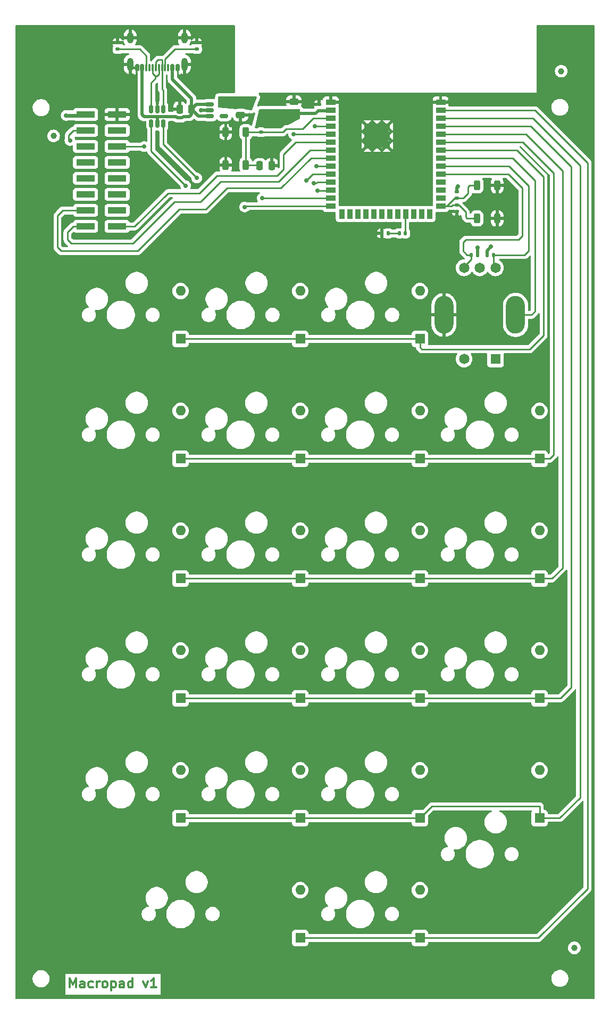
<source format=gbr>
%TF.GenerationSoftware,KiCad,Pcbnew,8.0.6*%
%TF.CreationDate,2024-12-05T21:44:36-05:00*%
%TF.ProjectId,kiCAD Keypad,6b694341-4420-44b6-9579-7061642e6b69,rev?*%
%TF.SameCoordinates,Original*%
%TF.FileFunction,Copper,L1,Top*%
%TF.FilePolarity,Positive*%
%FSLAX46Y46*%
G04 Gerber Fmt 4.6, Leading zero omitted, Abs format (unit mm)*
G04 Created by KiCad (PCBNEW 8.0.6) date 2024-12-05 21:44:36*
%MOMM*%
%LPD*%
G01*
G04 APERTURE LIST*
G04 Aperture macros list*
%AMRoundRect*
0 Rectangle with rounded corners*
0 $1 Rounding radius*
0 $2 $3 $4 $5 $6 $7 $8 $9 X,Y pos of 4 corners*
0 Add a 4 corners polygon primitive as box body*
4,1,4,$2,$3,$4,$5,$6,$7,$8,$9,$2,$3,0*
0 Add four circle primitives for the rounded corners*
1,1,$1+$1,$2,$3*
1,1,$1+$1,$4,$5*
1,1,$1+$1,$6,$7*
1,1,$1+$1,$8,$9*
0 Add four rect primitives between the rounded corners*
20,1,$1+$1,$2,$3,$4,$5,0*
20,1,$1+$1,$4,$5,$6,$7,0*
20,1,$1+$1,$6,$7,$8,$9,0*
20,1,$1+$1,$8,$9,$2,$3,0*%
G04 Aperture macros list end*
%ADD10C,0.300000*%
%TA.AperFunction,NonConductor*%
%ADD11C,0.300000*%
%TD*%
%TA.AperFunction,ComponentPad*%
%ADD12R,1.650000X1.650000*%
%TD*%
%TA.AperFunction,ComponentPad*%
%ADD13C,1.650000*%
%TD*%
%TA.AperFunction,ComponentPad*%
%ADD14O,3.000000X6.000000*%
%TD*%
%TA.AperFunction,SMDPad,CuDef*%
%ADD15RoundRect,0.250000X-0.250000X0.525000X-0.250000X-0.525000X0.250000X-0.525000X0.250000X0.525000X0*%
%TD*%
%TA.AperFunction,SMDPad,CuDef*%
%ADD16R,3.000000X1.000000*%
%TD*%
%TA.AperFunction,SMDPad,CuDef*%
%ADD17RoundRect,0.150000X-0.150000X0.512500X-0.150000X-0.512500X0.150000X-0.512500X0.150000X0.512500X0*%
%TD*%
%TA.AperFunction,SMDPad,CuDef*%
%ADD18RoundRect,0.135000X0.185000X-0.135000X0.185000X0.135000X-0.185000X0.135000X-0.185000X-0.135000X0*%
%TD*%
%TA.AperFunction,SMDPad,CuDef*%
%ADD19R,1.500000X0.900000*%
%TD*%
%TA.AperFunction,SMDPad,CuDef*%
%ADD20R,0.900000X1.500000*%
%TD*%
%TA.AperFunction,SMDPad,CuDef*%
%ADD21R,1.000000X1.000000*%
%TD*%
%TA.AperFunction,ComponentPad*%
%ADD22C,0.600000*%
%TD*%
%TA.AperFunction,SMDPad,CuDef*%
%ADD23C,1.000000*%
%TD*%
%TA.AperFunction,SMDPad,CuDef*%
%ADD24RoundRect,0.250000X-0.250000X-0.475000X0.250000X-0.475000X0.250000X0.475000X-0.250000X0.475000X0*%
%TD*%
%TA.AperFunction,SMDPad,CuDef*%
%ADD25RoundRect,0.135000X-0.135000X-0.185000X0.135000X-0.185000X0.135000X0.185000X-0.135000X0.185000X0*%
%TD*%
%TA.AperFunction,SMDPad,CuDef*%
%ADD26RoundRect,0.250000X-0.475000X0.250000X-0.475000X-0.250000X0.475000X-0.250000X0.475000X0.250000X0*%
%TD*%
%TA.AperFunction,SMDPad,CuDef*%
%ADD27RoundRect,0.135000X-0.185000X0.135000X-0.185000X-0.135000X0.185000X-0.135000X0.185000X0.135000X0*%
%TD*%
%TA.AperFunction,SMDPad,CuDef*%
%ADD28RoundRect,0.250000X0.250000X0.475000X-0.250000X0.475000X-0.250000X-0.475000X0.250000X-0.475000X0*%
%TD*%
%TA.AperFunction,SMDPad,CuDef*%
%ADD29RoundRect,0.147500X-0.147500X-0.172500X0.147500X-0.172500X0.147500X0.172500X-0.147500X0.172500X0*%
%TD*%
%TA.AperFunction,SMDPad,CuDef*%
%ADD30RoundRect,0.150000X-0.512500X-0.150000X0.512500X-0.150000X0.512500X0.150000X-0.512500X0.150000X0*%
%TD*%
%TA.AperFunction,SMDPad,CuDef*%
%ADD31RoundRect,0.250000X0.475000X-0.250000X0.475000X0.250000X-0.475000X0.250000X-0.475000X-0.250000X0*%
%TD*%
%TA.AperFunction,SMDPad,CuDef*%
%ADD32RoundRect,0.140000X0.170000X-0.140000X0.170000X0.140000X-0.170000X0.140000X-0.170000X-0.140000X0*%
%TD*%
%TA.AperFunction,SMDPad,CuDef*%
%ADD33RoundRect,0.150000X0.150000X0.425000X-0.150000X0.425000X-0.150000X-0.425000X0.150000X-0.425000X0*%
%TD*%
%TA.AperFunction,SMDPad,CuDef*%
%ADD34RoundRect,0.075000X0.075000X0.500000X-0.075000X0.500000X-0.075000X-0.500000X0.075000X-0.500000X0*%
%TD*%
%TA.AperFunction,ComponentPad*%
%ADD35O,1.000000X2.100000*%
%TD*%
%TA.AperFunction,ComponentPad*%
%ADD36O,1.000000X1.800000*%
%TD*%
%TA.AperFunction,SMDPad,CuDef*%
%ADD37RoundRect,0.135000X0.135000X0.185000X-0.135000X0.185000X-0.135000X-0.185000X0.135000X-0.185000X0*%
%TD*%
%TA.AperFunction,ComponentPad*%
%ADD38R,1.600000X1.600000*%
%TD*%
%TA.AperFunction,ComponentPad*%
%ADD39O,1.600000X1.600000*%
%TD*%
%TA.AperFunction,ViaPad*%
%ADD40C,0.700000*%
%TD*%
%TA.AperFunction,Conductor*%
%ADD41C,0.250000*%
%TD*%
%TA.AperFunction,Conductor*%
%ADD42C,0.500000*%
%TD*%
%TA.AperFunction,Conductor*%
%ADD43C,0.600000*%
%TD*%
G04 APERTURE END LIST*
D10*
D11*
X41554510Y-187900828D02*
X41554510Y-186400828D01*
X41554510Y-186400828D02*
X42054510Y-187472257D01*
X42054510Y-187472257D02*
X42554510Y-186400828D01*
X42554510Y-186400828D02*
X42554510Y-187900828D01*
X43911654Y-187900828D02*
X43911654Y-187115114D01*
X43911654Y-187115114D02*
X43840225Y-186972257D01*
X43840225Y-186972257D02*
X43697368Y-186900828D01*
X43697368Y-186900828D02*
X43411654Y-186900828D01*
X43411654Y-186900828D02*
X43268796Y-186972257D01*
X43911654Y-187829400D02*
X43768796Y-187900828D01*
X43768796Y-187900828D02*
X43411654Y-187900828D01*
X43411654Y-187900828D02*
X43268796Y-187829400D01*
X43268796Y-187829400D02*
X43197368Y-187686542D01*
X43197368Y-187686542D02*
X43197368Y-187543685D01*
X43197368Y-187543685D02*
X43268796Y-187400828D01*
X43268796Y-187400828D02*
X43411654Y-187329400D01*
X43411654Y-187329400D02*
X43768796Y-187329400D01*
X43768796Y-187329400D02*
X43911654Y-187257971D01*
X45268797Y-187829400D02*
X45125939Y-187900828D01*
X45125939Y-187900828D02*
X44840225Y-187900828D01*
X44840225Y-187900828D02*
X44697368Y-187829400D01*
X44697368Y-187829400D02*
X44625939Y-187757971D01*
X44625939Y-187757971D02*
X44554511Y-187615114D01*
X44554511Y-187615114D02*
X44554511Y-187186542D01*
X44554511Y-187186542D02*
X44625939Y-187043685D01*
X44625939Y-187043685D02*
X44697368Y-186972257D01*
X44697368Y-186972257D02*
X44840225Y-186900828D01*
X44840225Y-186900828D02*
X45125939Y-186900828D01*
X45125939Y-186900828D02*
X45268797Y-186972257D01*
X45911653Y-187900828D02*
X45911653Y-186900828D01*
X45911653Y-187186542D02*
X45983082Y-187043685D01*
X45983082Y-187043685D02*
X46054511Y-186972257D01*
X46054511Y-186972257D02*
X46197368Y-186900828D01*
X46197368Y-186900828D02*
X46340225Y-186900828D01*
X47054510Y-187900828D02*
X46911653Y-187829400D01*
X46911653Y-187829400D02*
X46840224Y-187757971D01*
X46840224Y-187757971D02*
X46768796Y-187615114D01*
X46768796Y-187615114D02*
X46768796Y-187186542D01*
X46768796Y-187186542D02*
X46840224Y-187043685D01*
X46840224Y-187043685D02*
X46911653Y-186972257D01*
X46911653Y-186972257D02*
X47054510Y-186900828D01*
X47054510Y-186900828D02*
X47268796Y-186900828D01*
X47268796Y-186900828D02*
X47411653Y-186972257D01*
X47411653Y-186972257D02*
X47483082Y-187043685D01*
X47483082Y-187043685D02*
X47554510Y-187186542D01*
X47554510Y-187186542D02*
X47554510Y-187615114D01*
X47554510Y-187615114D02*
X47483082Y-187757971D01*
X47483082Y-187757971D02*
X47411653Y-187829400D01*
X47411653Y-187829400D02*
X47268796Y-187900828D01*
X47268796Y-187900828D02*
X47054510Y-187900828D01*
X48197367Y-186900828D02*
X48197367Y-188400828D01*
X48197367Y-186972257D02*
X48340225Y-186900828D01*
X48340225Y-186900828D02*
X48625939Y-186900828D01*
X48625939Y-186900828D02*
X48768796Y-186972257D01*
X48768796Y-186972257D02*
X48840225Y-187043685D01*
X48840225Y-187043685D02*
X48911653Y-187186542D01*
X48911653Y-187186542D02*
X48911653Y-187615114D01*
X48911653Y-187615114D02*
X48840225Y-187757971D01*
X48840225Y-187757971D02*
X48768796Y-187829400D01*
X48768796Y-187829400D02*
X48625939Y-187900828D01*
X48625939Y-187900828D02*
X48340225Y-187900828D01*
X48340225Y-187900828D02*
X48197367Y-187829400D01*
X50197368Y-187900828D02*
X50197368Y-187115114D01*
X50197368Y-187115114D02*
X50125939Y-186972257D01*
X50125939Y-186972257D02*
X49983082Y-186900828D01*
X49983082Y-186900828D02*
X49697368Y-186900828D01*
X49697368Y-186900828D02*
X49554510Y-186972257D01*
X50197368Y-187829400D02*
X50054510Y-187900828D01*
X50054510Y-187900828D02*
X49697368Y-187900828D01*
X49697368Y-187900828D02*
X49554510Y-187829400D01*
X49554510Y-187829400D02*
X49483082Y-187686542D01*
X49483082Y-187686542D02*
X49483082Y-187543685D01*
X49483082Y-187543685D02*
X49554510Y-187400828D01*
X49554510Y-187400828D02*
X49697368Y-187329400D01*
X49697368Y-187329400D02*
X50054510Y-187329400D01*
X50054510Y-187329400D02*
X50197368Y-187257971D01*
X51554511Y-187900828D02*
X51554511Y-186400828D01*
X51554511Y-187829400D02*
X51411653Y-187900828D01*
X51411653Y-187900828D02*
X51125939Y-187900828D01*
X51125939Y-187900828D02*
X50983082Y-187829400D01*
X50983082Y-187829400D02*
X50911653Y-187757971D01*
X50911653Y-187757971D02*
X50840225Y-187615114D01*
X50840225Y-187615114D02*
X50840225Y-187186542D01*
X50840225Y-187186542D02*
X50911653Y-187043685D01*
X50911653Y-187043685D02*
X50983082Y-186972257D01*
X50983082Y-186972257D02*
X51125939Y-186900828D01*
X51125939Y-186900828D02*
X51411653Y-186900828D01*
X51411653Y-186900828D02*
X51554511Y-186972257D01*
X53268796Y-186900828D02*
X53625939Y-187900828D01*
X53625939Y-187900828D02*
X53983082Y-186900828D01*
X55340225Y-187900828D02*
X54483082Y-187900828D01*
X54911653Y-187900828D02*
X54911653Y-186400828D01*
X54911653Y-186400828D02*
X54768796Y-186615114D01*
X54768796Y-186615114D02*
X54625939Y-186757971D01*
X54625939Y-186757971D02*
X54483082Y-186829400D01*
D12*
%TO.P,SW3,1*%
%TO.N,N/C*%
X109338750Y-87962500D03*
D13*
%TO.P,SW3,2*%
X104338750Y-87962500D03*
%TO.P,SW3,A,A*%
%TO.N,/RE_A*%
X109338750Y-73462500D03*
%TO.P,SW3,B,B*%
%TO.N,/RE_B*%
X104338750Y-73462500D03*
%TO.P,SW3,COM*%
%TO.N,N/C*%
X106838750Y-73462500D03*
D14*
%TO.P,SW3,S1,S1*%
%TO.N,/RE_SW*%
X112538750Y-80962500D03*
%TO.P,SW3,S2,S2*%
%TO.N,GND*%
X101138750Y-80962500D03*
%TD*%
D15*
%TO.P,SW2,1,1*%
%TO.N,GND*%
X109600000Y-60375000D03*
X109600000Y-65625000D03*
%TO.P,SW2,2,2*%
%TO.N,/ESP32_BOOT*%
X106400000Y-60375000D03*
X106400000Y-65625000D03*
%TD*%
D16*
%TO.P,J3,1,Pin_1*%
%TO.N,GND*%
X49120000Y-49110000D03*
%TO.P,J3,2,Pin_2*%
%TO.N,+3V3*%
X44080000Y-49110000D03*
%TO.P,J3,3,Pin_3*%
%TO.N,unconnected-(J3-Pin_3-Pad3)*%
X49120000Y-51650000D03*
%TO.P,J3,4,Pin_4*%
%TO.N,/SPI_SCLK*%
X44080000Y-51650000D03*
%TO.P,J3,5,Pin_5*%
%TO.N,/SPI_MOSI*%
X49120000Y-54190000D03*
%TO.P,J3,6,Pin_6*%
%TO.N,unconnected-(J3-Pin_6-Pad6)*%
X44080000Y-54190000D03*
%TO.P,J3,7,Pin_7*%
%TO.N,unconnected-(J3-Pin_7-Pad7)*%
X49120000Y-56730000D03*
%TO.P,J3,8,Pin_8*%
%TO.N,unconnected-(J3-Pin_8-Pad8)*%
X44080000Y-56730000D03*
%TO.P,J3,9,Pin_9*%
%TO.N,unconnected-(J3-Pin_9-Pad9)*%
X49120000Y-59270000D03*
%TO.P,J3,10,Pin_10*%
%TO.N,unconnected-(J3-Pin_10-Pad10)*%
X44080000Y-59270000D03*
%TO.P,J3,11,Pin_11*%
%TO.N,unconnected-(J3-Pin_11-Pad11)*%
X49120000Y-61810000D03*
%TO.P,J3,12,Pin_12*%
%TO.N,unconnected-(J3-Pin_12-Pad12)*%
X44080000Y-61810000D03*
%TO.P,J3,13,Pin_13*%
%TO.N,unconnected-(J3-Pin_13-Pad13)*%
X49120000Y-64350000D03*
%TO.P,J3,14,Pin_14*%
%TO.N,/SPI_DC*%
X44080000Y-64350000D03*
%TO.P,J3,15,Pin_15*%
%TO.N,/SPI_RST*%
X49120000Y-66890000D03*
%TO.P,J3,16,Pin_16*%
%TO.N,/SPI_CS*%
X44080000Y-66890000D03*
%TD*%
D15*
%TO.P,SW1,1,1*%
%TO.N,/ESP32_EN*%
X69600000Y-51875000D03*
X69600000Y-57125000D03*
%TO.P,SW1,2,2*%
%TO.N,GND*%
X66400000Y-51875000D03*
X66400000Y-57125000D03*
%TD*%
D17*
%TO.P,U2,1,I/O1*%
%TO.N,/USBC_D-*%
X56450000Y-48225000D03*
%TO.P,U2,2,GND*%
%TO.N,GND*%
X55500000Y-48225000D03*
%TO.P,U2,3,I/O2*%
%TO.N,/USBC_D+*%
X54550000Y-48225000D03*
%TO.P,U2,4,I/O2*%
%TO.N,/ESP32_D+*%
X54550000Y-50500000D03*
%TO.P,U2,5,VBUS*%
%TO.N,/5V_IN*%
X55500000Y-50500000D03*
%TO.P,U2,6,I/O1*%
%TO.N,/ESP32_D-*%
X56450000Y-50500000D03*
%TD*%
D18*
%TO.P,R3,1*%
%TO.N,/USBC_CC2*%
X49200000Y-38710000D03*
%TO.P,R3,2*%
%TO.N,GND*%
X49200000Y-37690000D03*
%TD*%
D19*
%TO.P,U1,1,GND*%
%TO.N,GND*%
X83110000Y-47150000D03*
%TO.P,U1,2,3V3*%
%TO.N,+3V3*%
X83110000Y-48420000D03*
%TO.P,U1,3,EN*%
%TO.N,/ESP32_EN*%
X83110000Y-49690000D03*
%TO.P,U1,4,IO4*%
%TO.N,/SPI_SCLK*%
X83110000Y-50960000D03*
%TO.P,U1,5,IO5*%
%TO.N,/SPI_MOSI*%
X83110000Y-52230000D03*
%TO.P,U1,6,IO6*%
%TO.N,/SPI_RST*%
X83110000Y-53500000D03*
%TO.P,U1,7,IO7*%
%TO.N,/SPI_CS*%
X83110000Y-54770000D03*
%TO.P,U1,8,IO15*%
%TO.N,/SPI_DC*%
X83110000Y-56040000D03*
%TO.P,U1,9,IO16*%
%TO.N,/Col_0*%
X83110000Y-57310000D03*
%TO.P,U1,10,IO17*%
%TO.N,/Col_1*%
X83110000Y-58580000D03*
%TO.P,U1,11,IO18*%
%TO.N,/Col_2*%
X83110000Y-59850000D03*
%TO.P,U1,12,IO8*%
%TO.N,/Col_3*%
X83110000Y-61120000D03*
%TO.P,U1,13,USB_D-/IO19*%
%TO.N,/ESP32_D-*%
X83110000Y-62390000D03*
%TO.P,U1,14,USB_D+/IO20*%
%TO.N,/ESP32_D+*%
X83110000Y-63660000D03*
D20*
%TO.P,U1,15,IO3*%
%TO.N,unconnected-(U1-IO3-Pad15)*%
X84875000Y-64910000D03*
%TO.P,U1,16,IO46*%
%TO.N,unconnected-(U1-IO46-Pad16)*%
X86145000Y-64910000D03*
%TO.P,U1,17,IO9*%
%TO.N,unconnected-(U1-IO9-Pad17)*%
X87415000Y-64910000D03*
%TO.P,U1,18,IO10*%
%TO.N,unconnected-(U1-IO10-Pad18)*%
X88685000Y-64910000D03*
%TO.P,U1,19,IO11*%
%TO.N,unconnected-(U1-IO11-Pad19)*%
X89955000Y-64910000D03*
%TO.P,U1,20,IO12*%
%TO.N,unconnected-(U1-IO12-Pad20)*%
X91225000Y-64910000D03*
%TO.P,U1,21,IO13*%
%TO.N,unconnected-(U1-IO13-Pad21)*%
X92495000Y-64910000D03*
%TO.P,U1,22,IO14*%
%TO.N,unconnected-(U1-IO14-Pad22)*%
X93765000Y-64910000D03*
%TO.P,U1,23,IO21*%
%TO.N,/LED_A*%
X95035000Y-64910000D03*
%TO.P,U1,24,IO47*%
%TO.N,unconnected-(U1-IO47-Pad24)*%
X96305000Y-64910000D03*
%TO.P,U1,25,IO48*%
%TO.N,unconnected-(U1-IO48-Pad25)*%
X97575000Y-64910000D03*
%TO.P,U1,26,IO45*%
%TO.N,unconnected-(U1-IO45-Pad26)*%
X98845000Y-64910000D03*
D19*
%TO.P,U1,27,IO0*%
%TO.N,/ESP32_BOOT*%
X100610000Y-63660000D03*
%TO.P,U1,28,NC*%
%TO.N,unconnected-(U1-NC-Pad28)*%
X100610000Y-62390000D03*
%TO.P,U1,29,NC*%
%TO.N,unconnected-(U1-NC-Pad29)*%
X100610000Y-61120000D03*
%TO.P,U1,30,NC*%
%TO.N,unconnected-(U1-NC-Pad30)*%
X100610000Y-59850000D03*
%TO.P,U1,31,IO38*%
%TO.N,/RE_B*%
X100610000Y-58580000D03*
%TO.P,U1,32,MTCK/IO39*%
%TO.N,/RE_A*%
X100610000Y-57310000D03*
%TO.P,U1,33,MTDO/IO40*%
%TO.N,/RE_SW*%
X100610000Y-56040000D03*
%TO.P,U1,34,MTDI/IO41*%
%TO.N,/Row_0*%
X100610000Y-54770000D03*
%TO.P,U1,35,MTMS/IO42*%
%TO.N,/Row_1*%
X100610000Y-53500000D03*
%TO.P,U1,36,RXD0/IO44*%
%TO.N,/Row_2*%
X100610000Y-52230000D03*
%TO.P,U1,37,TXD0/IO43*%
%TO.N,/Row_3*%
X100610000Y-50960000D03*
%TO.P,U1,38,IO2*%
%TO.N,/Row_4*%
X100610000Y-49690000D03*
%TO.P,U1,39,IO1*%
%TO.N,/Row_5*%
X100610000Y-48420000D03*
%TO.P,U1,40,GND*%
%TO.N,GND*%
X100610000Y-47150000D03*
D21*
%TO.P,U1,41,GND*%
X89000000Y-51000000D03*
D22*
X89000000Y-51750000D03*
D21*
X89000000Y-52500000D03*
D22*
X89000000Y-53250000D03*
D21*
X89000000Y-54000000D03*
D22*
X89750000Y-51000000D03*
X89750000Y-52500000D03*
X89750000Y-54000000D03*
D21*
X90500000Y-51000000D03*
D22*
X90500000Y-51750000D03*
D21*
X90500000Y-52500000D03*
D22*
X90500000Y-53250000D03*
D21*
X90500000Y-54000000D03*
D22*
X91250000Y-51000000D03*
X91250000Y-52500000D03*
X91250000Y-54000000D03*
D21*
X92000000Y-51000000D03*
D22*
X92000000Y-51750000D03*
D21*
X92000000Y-52500000D03*
D22*
X92000000Y-53250000D03*
D21*
X92000000Y-54000000D03*
%TD*%
D23*
%TO.P,FM1,*%
%TO.N,*%
X119800000Y-42200000D03*
%TD*%
D24*
%TO.P,C3,1*%
%TO.N,/ESP32_EN*%
X71800000Y-57250000D03*
%TO.P,C3,2*%
%TO.N,GND*%
X73700000Y-57250000D03*
%TD*%
D18*
%TO.P,R4,1*%
%TO.N,/USB_CC1*%
X61800000Y-38710000D03*
%TO.P,R4,2*%
%TO.N,GND*%
X61800000Y-37690000D03*
%TD*%
D23*
%TO.P,FM3,*%
%TO.N,*%
X121900000Y-181600000D03*
%TD*%
D25*
%TO.P,R6,1*%
%TO.N,+3V3*%
X108000000Y-71437500D03*
%TO.P,R6,2*%
%TO.N,/RE_A*%
X109020000Y-71437500D03*
%TD*%
D26*
%TO.P,C6,1*%
%TO.N,+3V3*%
X68750000Y-47300000D03*
%TO.P,C6,2*%
%TO.N,GND*%
X68750000Y-49200000D03*
%TD*%
D27*
%TO.P,R2,1*%
%TO.N,+3V3*%
X103200000Y-61380000D03*
%TO.P,R2,2*%
%TO.N,/ESP32_BOOT*%
X103200000Y-62400000D03*
%TD*%
D28*
%TO.P,C5,1*%
%TO.N,/5V_IN*%
X60950000Y-48250000D03*
%TO.P,C5,2*%
%TO.N,GND*%
X59050000Y-48250000D03*
%TD*%
D29*
%TO.P,D22,1,K*%
%TO.N,/LED_K*%
X94015000Y-68000000D03*
%TO.P,D22,2,A*%
%TO.N,/LED_A*%
X94985000Y-68000000D03*
%TD*%
D30*
%TO.P,U3,1,VIN*%
%TO.N,/5V_IN*%
X63862500Y-47450000D03*
%TO.P,U3,2,GND*%
%TO.N,GND*%
X63862500Y-48400000D03*
%TO.P,U3,3,EN*%
%TO.N,/5V_IN*%
X63862500Y-49350000D03*
%TO.P,U3,4,NC*%
%TO.N,unconnected-(U3-NC-Pad4)*%
X66137500Y-49350000D03*
%TO.P,U3,5,VOUT*%
%TO.N,+3V3*%
X66137500Y-47450000D03*
%TD*%
D25*
%TO.P,R5,1*%
%TO.N,/RE_B*%
X105490000Y-71437500D03*
%TO.P,R5,2*%
%TO.N,+3V3*%
X106510000Y-71437500D03*
%TD*%
D31*
%TO.P,C2,1*%
%TO.N,+3V3*%
X77250000Y-48950000D03*
%TO.P,C2,2*%
%TO.N,GND*%
X77250000Y-47050000D03*
%TD*%
D32*
%TO.P,C1,1*%
%TO.N,+3V3*%
X81250000Y-48460000D03*
%TO.P,C1,2*%
%TO.N,GND*%
X81250000Y-47500000D03*
%TD*%
D33*
%TO.P,J1,A1,GND*%
%TO.N,GND*%
X58700000Y-41680000D03*
%TO.P,J1,A4,VBUS*%
%TO.N,/5V_IN*%
X57900000Y-41680000D03*
D34*
%TO.P,J1,A5,CC1*%
%TO.N,/USB_CC1*%
X56750000Y-41680000D03*
%TO.P,J1,A6,D+*%
%TO.N,/USBC_D+*%
X55750000Y-41680000D03*
%TO.P,J1,A7,D-*%
%TO.N,/USBC_D-*%
X55250000Y-41680000D03*
%TO.P,J1,A8,SBU1*%
%TO.N,unconnected-(J1-SBU1-PadA8)*%
X54250000Y-41680000D03*
D33*
%TO.P,J1,A9,VBUS*%
%TO.N,/5V_IN*%
X53100000Y-41680000D03*
%TO.P,J1,A12,GND*%
%TO.N,GND*%
X52300000Y-41680000D03*
%TO.P,J1,B1,GND*%
X52300000Y-41680000D03*
%TO.P,J1,B4,VBUS*%
%TO.N,/5V_IN*%
X53100000Y-41680000D03*
D34*
%TO.P,J1,B5,CC2*%
%TO.N,/USBC_CC2*%
X53750000Y-41680000D03*
%TO.P,J1,B6,D+*%
%TO.N,/USBC_D+*%
X54750000Y-41680000D03*
%TO.P,J1,B7,D-*%
%TO.N,/USBC_D-*%
X56250000Y-41680000D03*
%TO.P,J1,B8,SBU2*%
%TO.N,unconnected-(J1-SBU2-PadB8)*%
X57250000Y-41680000D03*
D33*
%TO.P,J1,B9,VBUS*%
%TO.N,/5V_IN*%
X57900000Y-41680000D03*
%TO.P,J1,B12,GND*%
%TO.N,GND*%
X58700000Y-41680000D03*
D35*
%TO.P,J1,S1,SHIELD*%
X59820000Y-41105000D03*
D36*
X59820000Y-36925000D03*
D35*
X51180000Y-41105000D03*
D36*
X51180000Y-36925000D03*
%TD*%
D27*
%TO.P,R1,1*%
%TO.N,+3V3*%
X72000000Y-50890000D03*
%TO.P,R1,2*%
%TO.N,/ESP32_EN*%
X72000000Y-51910000D03*
%TD*%
D23*
%TO.P,FM2,*%
%TO.N,*%
X39000000Y-52500000D03*
%TD*%
D37*
%TO.P,R7,1*%
%TO.N,/LED_K*%
X92260000Y-68000000D03*
%TO.P,R7,2*%
%TO.N,GND*%
X91240000Y-68000000D03*
%TD*%
D32*
%TO.P,C4,1*%
%TO.N,GND*%
X103200000Y-64480000D03*
%TO.P,C4,2*%
%TO.N,/ESP32_BOOT*%
X103200000Y-63520000D03*
%TD*%
D38*
%TO.P,D16,1,K*%
%TO.N,/Row_4*%
X59213750Y-160972500D03*
D39*
%TO.P,D16,2,A*%
%TO.N,Net-(D16-A)*%
X59213750Y-153352500D03*
%TD*%
D38*
%TO.P,D5,1,K*%
%TO.N,/Row_1*%
X78263750Y-103822500D03*
D39*
%TO.P,D5,2,A*%
%TO.N,Net-(D5-A)*%
X78263750Y-96202500D03*
%TD*%
D38*
%TO.P,D14,1,K*%
%TO.N,/Row_3*%
X97313750Y-141922500D03*
D39*
%TO.P,D14,2,A*%
%TO.N,Net-(D14-A)*%
X97313750Y-134302500D03*
%TD*%
D38*
%TO.P,D9,1,K*%
%TO.N,/Row_2*%
X78263750Y-122872500D03*
D39*
%TO.P,D9,2,A*%
%TO.N,Net-(D9-A)*%
X78263750Y-115252500D03*
%TD*%
D38*
%TO.P,D4,1,K*%
%TO.N,/Row_1*%
X59213750Y-103822500D03*
D39*
%TO.P,D4,2,A*%
%TO.N,Net-(D4-A)*%
X59213750Y-96202500D03*
%TD*%
D38*
%TO.P,D1,1,K*%
%TO.N,/Row_0*%
X59213750Y-84772500D03*
D39*
%TO.P,D1,2,A*%
%TO.N,Net-(D1-A)*%
X59213750Y-77152500D03*
%TD*%
D38*
%TO.P,D17,1,K*%
%TO.N,/Row_4*%
X78263750Y-160972500D03*
D39*
%TO.P,D17,2,A*%
%TO.N,Net-(D17-A)*%
X78263750Y-153352500D03*
%TD*%
D38*
%TO.P,D19,1,K*%
%TO.N,/Row_4*%
X116363750Y-160972500D03*
D39*
%TO.P,D19,2,A*%
%TO.N,Net-(D19-A)*%
X116363750Y-153352500D03*
%TD*%
D38*
%TO.P,D6,1,K*%
%TO.N,/Row_1*%
X97313750Y-103822500D03*
D39*
%TO.P,D6,2,A*%
%TO.N,Net-(D6-A)*%
X97313750Y-96202500D03*
%TD*%
D38*
%TO.P,D10,1,K*%
%TO.N,/Row_2*%
X97313750Y-122872500D03*
D39*
%TO.P,D10,2,A*%
%TO.N,Net-(D10-A)*%
X97313750Y-115252500D03*
%TD*%
D38*
%TO.P,D20,1,K*%
%TO.N,/Row_5*%
X78263750Y-180022500D03*
D39*
%TO.P,D20,2,A*%
%TO.N,Net-(D20-A)*%
X78263750Y-172402500D03*
%TD*%
D38*
%TO.P,D21,1,K*%
%TO.N,/Row_5*%
X97313750Y-180022500D03*
D39*
%TO.P,D21,2,A*%
%TO.N,Net-(D21-A)*%
X97313750Y-172402500D03*
%TD*%
D38*
%TO.P,D2,1,K*%
%TO.N,/Row_0*%
X78263750Y-84772500D03*
D39*
%TO.P,D2,2,A*%
%TO.N,Net-(D2-A)*%
X78263750Y-77152500D03*
%TD*%
D38*
%TO.P,D3,1,K*%
%TO.N,/Row_0*%
X97313750Y-84772500D03*
D39*
%TO.P,D3,2,A*%
%TO.N,Net-(D3-A)*%
X97313750Y-77152500D03*
%TD*%
D38*
%TO.P,D8,1,K*%
%TO.N,/Row_2*%
X59213750Y-122872500D03*
D39*
%TO.P,D8,2,A*%
%TO.N,Net-(D8-A)*%
X59213750Y-115252500D03*
%TD*%
D38*
%TO.P,D15,1,K*%
%TO.N,/Row_3*%
X116363750Y-141922500D03*
D39*
%TO.P,D15,2,A*%
%TO.N,Net-(D15-A)*%
X116363750Y-134302500D03*
%TD*%
D38*
%TO.P,D12,1,K*%
%TO.N,/Row_3*%
X59213750Y-141922500D03*
D39*
%TO.P,D12,2,A*%
%TO.N,Net-(D12-A)*%
X59213750Y-134302500D03*
%TD*%
D38*
%TO.P,D11,1,K*%
%TO.N,/Row_2*%
X116363750Y-122872500D03*
D39*
%TO.P,D11,2,A*%
%TO.N,Net-(D11-A)*%
X116363750Y-115252500D03*
%TD*%
D38*
%TO.P,D7,1,K*%
%TO.N,/Row_1*%
X116363750Y-103822500D03*
D39*
%TO.P,D7,2,A*%
%TO.N,Net-(D7-A)*%
X116363750Y-96202500D03*
%TD*%
D38*
%TO.P,D18,1,K*%
%TO.N,/Row_4*%
X97313750Y-160972500D03*
D39*
%TO.P,D18,2,A*%
%TO.N,Net-(D18-A)*%
X97313750Y-153352500D03*
%TD*%
D38*
%TO.P,D13,1,K*%
%TO.N,/Row_3*%
X78263750Y-141922500D03*
D39*
%TO.P,D13,2,A*%
%TO.N,Net-(D13-A)*%
X78263750Y-134302500D03*
%TD*%
D40*
%TO.N,GND*%
X74200000Y-55600000D03*
X70400000Y-49400000D03*
X90425000Y-68000000D03*
X80800000Y-46400000D03*
X62000000Y-36500000D03*
X65000000Y-57200000D03*
X51600000Y-49200000D03*
X75750000Y-46400000D03*
X103200000Y-65250000D03*
X73200000Y-55600000D03*
X55500000Y-46750000D03*
X49181250Y-36250000D03*
X111000000Y-65600000D03*
X102000000Y-47000000D03*
X75600000Y-47400000D03*
X100250000Y-85000000D03*
X59200000Y-46600000D03*
X62500000Y-48400000D03*
X51750000Y-43250000D03*
X67250000Y-50750000D03*
X111200000Y-60400000D03*
X59500000Y-43250000D03*
%TO.N,+3V3*%
X75500000Y-48750000D03*
X70750000Y-46750000D03*
X72000000Y-49900000D03*
X70200000Y-48000000D03*
X76000000Y-50250000D03*
X41000000Y-49250000D03*
X106500000Y-70250000D03*
X108625000Y-70125000D03*
X103400000Y-60490000D03*
%TO.N,/Col_0*%
X80800000Y-57310000D03*
%TO.N,/Col_1*%
X79200000Y-59600000D03*
%TO.N,/Col_2*%
X80400000Y-60000000D03*
%TO.N,/Col_3*%
X81040362Y-61213454D03*
%TO.N,/ESP32_D+*%
X69400000Y-63800000D03*
X60000000Y-60400000D03*
%TO.N,/ESP32_D-*%
X72200000Y-62400000D03*
X61800000Y-59200000D03*
%TO.N,/SPI_MOSI*%
X53400000Y-54200000D03*
X77200000Y-52200000D03*
%TO.N,/SPI_SCLK*%
X41600000Y-53200000D03*
X80600000Y-50960000D03*
%TD*%
D41*
%TO.N,/ESP32_EN*%
X75490000Y-51910000D02*
X72000000Y-51910000D01*
X80310000Y-49690000D02*
X78600000Y-51400000D01*
X83110000Y-49690000D02*
X80310000Y-49690000D01*
X78600000Y-51400000D02*
X76000000Y-51400000D01*
X76000000Y-51400000D02*
X75490000Y-51910000D01*
D42*
%TO.N,/5V_IN*%
X58465622Y-49387500D02*
X55049999Y-49387500D01*
X58678122Y-49600000D02*
X58465622Y-49387500D01*
X60950000Y-49050000D02*
X60612500Y-49387500D01*
X60950000Y-48250000D02*
X60950000Y-49050000D01*
X60612500Y-49387500D02*
X59634378Y-49387500D01*
X59634378Y-49387500D02*
X59421878Y-49600000D01*
X59421878Y-49600000D02*
X58678122Y-49600000D01*
D41*
%TO.N,/Row_5*%
X124000000Y-56800000D02*
X115620000Y-48420000D01*
X115620000Y-48420000D02*
X100610000Y-48420000D01*
X124000000Y-172200000D02*
X124000000Y-56800000D01*
X116177500Y-180022500D02*
X124000000Y-172200000D01*
X97313750Y-180022500D02*
X116177500Y-180022500D01*
%TO.N,/Row_2*%
X114170000Y-52230000D02*
X100610000Y-52230000D01*
X120000000Y-58060000D02*
X114170000Y-52230000D01*
X118327500Y-122872500D02*
X120000000Y-121200000D01*
X120000000Y-121200000D02*
X120000000Y-58060000D01*
X116363750Y-122872500D02*
X118327500Y-122872500D01*
%TO.N,/RE_A*%
X111510000Y-57310000D02*
X100610000Y-57310000D01*
X113962500Y-71437500D02*
X114600000Y-70800000D01*
X114600000Y-70800000D02*
X114600000Y-60400000D01*
X109020000Y-71437500D02*
X113962500Y-71437500D01*
X114600000Y-60400000D02*
X111510000Y-57310000D01*
D42*
%TO.N,+3V3*%
X108625000Y-70125000D02*
X108000000Y-70750000D01*
X108000000Y-70750000D02*
X108000000Y-71437500D01*
X106500000Y-70250000D02*
X106510000Y-70260000D01*
X106510000Y-70260000D02*
X106510000Y-71437500D01*
%TO.N,GND*%
X81250000Y-46850000D02*
X80800000Y-46400000D01*
X81250000Y-47500000D02*
X81250000Y-46850000D01*
X63862500Y-48400000D02*
X62500000Y-48400000D01*
X61818750Y-36681250D02*
X62000000Y-36500000D01*
X61818750Y-37637500D02*
X61818750Y-36681250D01*
X49181250Y-37687500D02*
X49181250Y-36250000D01*
X103200000Y-64500000D02*
X103200000Y-65250000D01*
X91175000Y-68000000D02*
X90425000Y-68000000D01*
D43*
%TO.N,+3V3*%
X41000000Y-49250000D02*
X43720000Y-49250000D01*
D42*
X103200000Y-61380000D02*
X103200000Y-60690000D01*
X80650000Y-48950000D02*
X77250000Y-48950000D01*
X81140000Y-48460000D02*
X80650000Y-48950000D01*
X43970000Y-49000000D02*
X44080000Y-49110000D01*
D41*
X68600000Y-47450000D02*
X68750000Y-47300000D01*
D42*
X103200000Y-60690000D02*
X103400000Y-60490000D01*
D41*
X81250000Y-48460000D02*
X81140000Y-48460000D01*
D42*
X81250000Y-48460000D02*
X83070000Y-48460000D01*
D43*
X43720000Y-49250000D02*
X43970000Y-49000000D01*
D41*
X83070000Y-48460000D02*
X83110000Y-48420000D01*
%TO.N,/ESP32_EN*%
X69600000Y-57125000D02*
X71675000Y-57125000D01*
X71675000Y-57125000D02*
X71800000Y-57250000D01*
X72000000Y-51910000D02*
X69635000Y-51910000D01*
X69635000Y-51910000D02*
X69600000Y-51875000D01*
X69600000Y-57125000D02*
X69600000Y-51875000D01*
%TO.N,/ESP32_BOOT*%
X102480000Y-63520000D02*
X102340000Y-63660000D01*
X106400000Y-60375000D02*
X105225000Y-60375000D01*
X103200000Y-63520000D02*
X102480000Y-63520000D01*
X105225000Y-60375000D02*
X105000000Y-60600000D01*
X105000000Y-60600000D02*
X105000000Y-61600000D01*
X104600000Y-65400000D02*
X104600000Y-64610001D01*
X102860000Y-62400000D02*
X101600000Y-63660000D01*
X104825000Y-65625000D02*
X104600000Y-65400000D01*
X103509999Y-63520000D02*
X103200000Y-63520000D01*
X103200000Y-62400000D02*
X102860000Y-62400000D01*
X102340000Y-63660000D02*
X100610000Y-63660000D01*
X104600000Y-64610001D02*
X103509999Y-63520000D01*
X106400000Y-65625000D02*
X104825000Y-65625000D01*
X101600000Y-63660000D02*
X100610000Y-63660000D01*
X105000000Y-61600000D02*
X104200000Y-62400000D01*
X104200000Y-62400000D02*
X103200000Y-62400000D01*
D42*
%TO.N,/5V_IN*%
X57900000Y-43500000D02*
X60950000Y-46550000D01*
X55500000Y-49487500D02*
X55400000Y-49387500D01*
X53412500Y-49387500D02*
X53400000Y-49400000D01*
X55500000Y-50500000D02*
X55500000Y-49487500D01*
X60950000Y-46550000D02*
X60950000Y-48250000D01*
X57900000Y-41680000D02*
X57900000Y-43500000D01*
X60950000Y-48250000D02*
X61715686Y-47484314D01*
X61715686Y-47484314D02*
X63828186Y-47484314D01*
X55400000Y-49387500D02*
X55049999Y-49387500D01*
X55049999Y-49387500D02*
X53412500Y-49387500D01*
X60950000Y-48250000D02*
X62050000Y-49350000D01*
X62050000Y-49350000D02*
X63862500Y-49350000D01*
X53100000Y-49100000D02*
X53100000Y-41680000D01*
X63828186Y-47484314D02*
X63862500Y-47450000D01*
X53400000Y-49400000D02*
X53100000Y-49100000D01*
D41*
%TO.N,/Row_0*%
X97600000Y-86400000D02*
X114800000Y-86400000D01*
X97313750Y-84772500D02*
X97313750Y-86113750D01*
X59213750Y-84772500D02*
X78263750Y-84772500D01*
X117000000Y-59000000D02*
X112770000Y-54770000D01*
X114800000Y-86400000D02*
X117000000Y-84200000D01*
X78263750Y-84772500D02*
X97313750Y-84772500D01*
X117000000Y-84200000D02*
X117000000Y-59000000D01*
X112770000Y-54770000D02*
X100610000Y-54770000D01*
X97313750Y-86113750D02*
X97600000Y-86400000D01*
%TO.N,/Row_1*%
X78263750Y-103822500D02*
X97313750Y-103822500D01*
X113700000Y-53500000D02*
X100610000Y-53500000D01*
X118600000Y-103200000D02*
X118600000Y-58400000D01*
X118600000Y-58400000D02*
X113700000Y-53500000D01*
X59213750Y-103822500D02*
X78263750Y-103822500D01*
X97313750Y-103822500D02*
X116363750Y-103822500D01*
X116363750Y-103822500D02*
X117977500Y-103822500D01*
X117977500Y-103822500D02*
X118600000Y-103200000D01*
%TO.N,/Row_2*%
X78263750Y-122872500D02*
X97313750Y-122872500D01*
X97313750Y-122872500D02*
X116363750Y-122872500D01*
X59213750Y-122872500D02*
X78263750Y-122872500D01*
%TO.N,/Row_3*%
X78263750Y-141863750D02*
X78322500Y-141922500D01*
X78263750Y-141922500D02*
X78263750Y-141863750D01*
X59213750Y-141922500D02*
X78263750Y-141922500D01*
X116363750Y-141922500D02*
X119677500Y-141922500D01*
X119677500Y-141922500D02*
X121400000Y-140200000D01*
X114960000Y-50960000D02*
X100610000Y-50960000D01*
X121400000Y-57400000D02*
X114960000Y-50960000D01*
X121400000Y-140200000D02*
X121400000Y-57400000D01*
X78322500Y-141922500D02*
X97313750Y-141922500D01*
X97313750Y-141922500D02*
X116363750Y-141922500D01*
%TO.N,/Row_4*%
X115290000Y-49690000D02*
X122800000Y-57200000D01*
X116400000Y-160936250D02*
X116363750Y-160972500D01*
X59213750Y-160972500D02*
X78263750Y-160972500D01*
X122800000Y-157700000D02*
X119563750Y-160936250D01*
X116400000Y-160936250D02*
X119563750Y-160936250D01*
X116400000Y-159100000D02*
X116400000Y-160936250D01*
X78263750Y-160972500D02*
X97313750Y-160972500D01*
X97313750Y-160972500D02*
X99186250Y-159100000D01*
X122800000Y-57200000D02*
X122800000Y-157700000D01*
X100610000Y-49690000D02*
X115290000Y-49690000D01*
X99186250Y-159100000D02*
X116400000Y-159100000D01*
%TO.N,/Row_5*%
X78263750Y-180022500D02*
X97313750Y-180022500D01*
%TO.N,/LED_A*%
X94985000Y-64960000D02*
X95035000Y-64910000D01*
X94985000Y-68000000D02*
X94985000Y-64960000D01*
%TO.N,/LED_K*%
X92260000Y-68000000D02*
X94015000Y-68000000D01*
%TO.N,/USBC_D-*%
X56450000Y-45250000D02*
X56250000Y-45050000D01*
X55250000Y-40750000D02*
X55250000Y-41680000D01*
X56450000Y-48225000D02*
X56450000Y-45250000D01*
X56250000Y-45050000D02*
X56250000Y-41680000D01*
X56250000Y-41680000D02*
X56250000Y-40450000D01*
X56200000Y-40400000D02*
X55600000Y-40400000D01*
X56250000Y-40450000D02*
X56200000Y-40400000D01*
X55600000Y-40400000D02*
X55250000Y-40750000D01*
%TO.N,/USBC_D+*%
X55750000Y-42650000D02*
X55400000Y-43000000D01*
X55750000Y-41680000D02*
X55750000Y-42650000D01*
X54750000Y-42550000D02*
X54750000Y-41680000D01*
X55200000Y-43400000D02*
X54550000Y-44050000D01*
X55200000Y-43000000D02*
X54750000Y-42550000D01*
X54550000Y-44050000D02*
X54550000Y-48225000D01*
X55200000Y-43000000D02*
X55200000Y-43400000D01*
X55400000Y-43000000D02*
X55200000Y-43000000D01*
%TO.N,/USBC_CC2*%
X53750000Y-41680000D02*
X53750000Y-39750000D01*
X53750000Y-39750000D02*
X52710000Y-38710000D01*
X52710000Y-38710000D02*
X49200000Y-38710000D01*
%TO.N,/USB_CC1*%
X56750000Y-41680000D02*
X56750000Y-40250000D01*
X56750000Y-40250000D02*
X58290000Y-38710000D01*
X58290000Y-38710000D02*
X61800000Y-38710000D01*
%TO.N,/RE_B*%
X113600000Y-60800000D02*
X111380000Y-58580000D01*
X105490000Y-71437500D02*
X104837500Y-71437500D01*
X104338750Y-73261250D02*
X105490000Y-72110000D01*
X104600000Y-69000000D02*
X113000000Y-69000000D01*
X104200000Y-69400000D02*
X104600000Y-69000000D01*
X113000000Y-69000000D02*
X113600000Y-68400000D01*
X111380000Y-58580000D02*
X100610000Y-58580000D01*
X113600000Y-68400000D02*
X113600000Y-60800000D01*
X105490000Y-72110000D02*
X105490000Y-71437500D01*
X104200000Y-70800000D02*
X104200000Y-69400000D01*
X104338750Y-73462500D02*
X104338750Y-73261250D01*
X104837500Y-71437500D02*
X104200000Y-70800000D01*
%TO.N,/RE_A*%
X109400000Y-73400000D02*
X109020000Y-73020000D01*
X109338750Y-73462500D02*
X109338750Y-73461250D01*
X109338750Y-73461250D02*
X109400000Y-73400000D01*
X109020000Y-73020000D02*
X109020000Y-71437500D01*
%TO.N,/Col_0*%
X80800000Y-57310000D02*
X83110000Y-57310000D01*
%TO.N,/Col_1*%
X79200000Y-59600000D02*
X80220000Y-58580000D01*
X80220000Y-58580000D02*
X83110000Y-58580000D01*
%TO.N,/Col_2*%
X80800000Y-60000000D02*
X80950000Y-59850000D01*
X80400000Y-60000000D02*
X80800000Y-60000000D01*
X80950000Y-59850000D02*
X83110000Y-59850000D01*
%TO.N,/Col_3*%
X83016546Y-61213454D02*
X83110000Y-61120000D01*
X81040362Y-61213454D02*
X83016546Y-61213454D01*
%TO.N,/RE_SW*%
X112538750Y-80962500D02*
X115037500Y-80962500D01*
X115037500Y-80962500D02*
X115600000Y-80400000D01*
X115600000Y-80400000D02*
X115600000Y-59600000D01*
X112040000Y-56040000D02*
X100610000Y-56040000D01*
X115600000Y-59600000D02*
X112040000Y-56040000D01*
%TO.N,/ESP32_D+*%
X69540000Y-63660000D02*
X83110000Y-63660000D01*
X54550000Y-54950000D02*
X60000000Y-60400000D01*
X54550000Y-50500000D02*
X54550000Y-54950000D01*
X69400000Y-63800000D02*
X69540000Y-63660000D01*
%TO.N,/ESP32_D-*%
X72810000Y-62390000D02*
X83110000Y-62390000D01*
X56450000Y-53850000D02*
X61800000Y-59200000D01*
X72800000Y-62400000D02*
X72810000Y-62390000D01*
X72200000Y-62400000D02*
X72800000Y-62400000D01*
X56450000Y-50500000D02*
X56450000Y-53850000D01*
%TO.N,/SPI_MOSI*%
X77200000Y-52200000D02*
X77800000Y-52200000D01*
X53390000Y-54190000D02*
X53400000Y-54200000D01*
X77800000Y-52200000D02*
X77830000Y-52230000D01*
X77830000Y-52230000D02*
X83110000Y-52230000D01*
X49120000Y-54190000D02*
X53390000Y-54190000D01*
%TO.N,/SPI_SCLK*%
X41600000Y-53200000D02*
X41400000Y-53000000D01*
X41400000Y-52400000D02*
X42150000Y-51650000D01*
X42150000Y-51650000D02*
X44080000Y-51650000D01*
X80600000Y-50960000D02*
X83110000Y-50960000D01*
X41400000Y-53000000D02*
X41400000Y-52400000D01*
%TO.N,/SPI_CS*%
X41800000Y-69600000D02*
X51600000Y-69600000D01*
X41200000Y-69000000D02*
X41800000Y-69600000D01*
X79830000Y-54770000D02*
X83110000Y-54770000D01*
X44080000Y-66920000D02*
X44000000Y-67000000D01*
X44080000Y-66890000D02*
X42110000Y-66890000D01*
X65600000Y-59800000D02*
X74800000Y-59800000D01*
X41200000Y-67800000D02*
X41200000Y-69000000D01*
X58200000Y-63000000D02*
X62400000Y-63000000D01*
X51600000Y-69600000D02*
X58200000Y-63000000D01*
X42110000Y-66890000D02*
X41200000Y-67800000D01*
X62400000Y-63000000D02*
X65600000Y-59800000D01*
X74800000Y-59800000D02*
X79830000Y-54770000D01*
%TO.N,/SPI_DC*%
X40450000Y-64350000D02*
X39600000Y-65200000D01*
X52400000Y-70800000D02*
X59000000Y-64200000D01*
X75200000Y-60800000D02*
X79960000Y-56040000D01*
X79960000Y-56040000D02*
X83110000Y-56040000D01*
X39600000Y-70200000D02*
X40200000Y-70800000D01*
X63200000Y-64200000D02*
X66600000Y-60800000D01*
X66600000Y-60800000D02*
X75200000Y-60800000D01*
X44080000Y-64350000D02*
X40450000Y-64350000D01*
X59000000Y-64200000D02*
X63200000Y-64200000D01*
X40200000Y-70800000D02*
X52400000Y-70800000D01*
X39600000Y-65200000D02*
X39600000Y-70200000D01*
%TO.N,/SPI_RST*%
X62200000Y-61600000D02*
X65000000Y-58800000D01*
X51910000Y-66890000D02*
X57200000Y-61600000D01*
X57200000Y-61600000D02*
X62200000Y-61600000D01*
X75600000Y-55400000D02*
X77500000Y-53500000D01*
X49120000Y-66890000D02*
X51910000Y-66890000D01*
X74600000Y-58800000D02*
X75600000Y-57800000D01*
X65000000Y-58800000D02*
X74600000Y-58800000D01*
X77500000Y-53500000D02*
X83110000Y-53500000D01*
X75600000Y-57800000D02*
X75600000Y-55400000D01*
%TD*%
%TA.AperFunction,Conductor*%
%TO.N,+3V3*%
G36*
X75508887Y-48250500D02*
G01*
X75510609Y-48250500D01*
X75691113Y-48250500D01*
X75700646Y-48250000D01*
X78126000Y-48250000D01*
X78193039Y-48269685D01*
X78238794Y-48322489D01*
X78250000Y-48374000D01*
X78250000Y-49673364D01*
X78230315Y-49740403D01*
X78181454Y-49784273D01*
X76227182Y-50761409D01*
X76171728Y-50774500D01*
X75938389Y-50774500D01*
X75877971Y-50786518D01*
X75817548Y-50798537D01*
X75817543Y-50798538D01*
X75783546Y-50812620D01*
X75770397Y-50818067D01*
X75748169Y-50827274D01*
X75703713Y-50845688D01*
X75693557Y-50852475D01*
X75693449Y-50852547D01*
X75601268Y-50914140D01*
X75557705Y-50957703D01*
X75514142Y-51001267D01*
X75514139Y-51001270D01*
X75301727Y-51213681D01*
X75240404Y-51247166D01*
X75214046Y-51250000D01*
X72579621Y-51250000D01*
X72516500Y-51232732D01*
X72439393Y-51187131D01*
X72439388Y-51187129D01*
X72285208Y-51142335D01*
X72285202Y-51142334D01*
X72249181Y-51139500D01*
X71750830Y-51139500D01*
X71750808Y-51139501D01*
X71714794Y-51142335D01*
X71560611Y-51187129D01*
X71560606Y-51187131D01*
X71483500Y-51232732D01*
X71420379Y-51250000D01*
X71158816Y-51250000D01*
X71091777Y-51230315D01*
X71046022Y-51177511D01*
X71036078Y-51108353D01*
X71038518Y-51095926D01*
X71083965Y-50914140D01*
X71726518Y-48343924D01*
X71761875Y-48283662D01*
X71824199Y-48252080D01*
X71846816Y-48250000D01*
X75499354Y-48250000D01*
X75508887Y-48250500D01*
G37*
%TD.AperFunction*%
%TD*%
%TA.AperFunction,Conductor*%
%TO.N,+3V3*%
G36*
X71290005Y-46219685D02*
G01*
X71335760Y-46272489D01*
X71345704Y-46341647D01*
X71339500Y-46366376D01*
X70632079Y-48311780D01*
X70590670Y-48368056D01*
X70525408Y-48393011D01*
X70506385Y-48393065D01*
X69678831Y-48331764D01*
X69622895Y-48313642D01*
X69544340Y-48265189D01*
X69544335Y-48265187D01*
X69544334Y-48265186D01*
X69377797Y-48210001D01*
X69377795Y-48210000D01*
X69275010Y-48199500D01*
X68224998Y-48199500D01*
X68224982Y-48199501D01*
X68122198Y-48210001D01*
X68117169Y-48211078D01*
X68082059Y-48213485D01*
X65314840Y-48008506D01*
X65249438Y-47983923D01*
X65207709Y-47927883D01*
X65200000Y-47884845D01*
X65200000Y-46324000D01*
X65219685Y-46256961D01*
X65272489Y-46211206D01*
X65324000Y-46200000D01*
X71222966Y-46200000D01*
X71290005Y-46219685D01*
G37*
%TD.AperFunction*%
%TD*%
%TA.AperFunction,Conductor*%
%TO.N,GND*%
G36*
X67803039Y-34920185D02*
G01*
X67848794Y-34972989D01*
X67860000Y-35024500D01*
X67860000Y-45570500D01*
X67840315Y-45637539D01*
X67787511Y-45683294D01*
X67736000Y-45694500D01*
X65324000Y-45694500D01*
X65323991Y-45694500D01*
X65323990Y-45694501D01*
X65216549Y-45706052D01*
X65216537Y-45706054D01*
X65165027Y-45717260D01*
X65062502Y-45751383D01*
X65062496Y-45751386D01*
X64941462Y-45829171D01*
X64941451Y-45829179D01*
X64888659Y-45874923D01*
X64794433Y-45983664D01*
X64794430Y-45983668D01*
X64734664Y-46114534D01*
X64714976Y-46181582D01*
X64694500Y-46324001D01*
X64694500Y-46550273D01*
X64674815Y-46617312D01*
X64622011Y-46663067D01*
X64552853Y-46673011D01*
X64535906Y-46669350D01*
X64477567Y-46652401D01*
X64440701Y-46649500D01*
X64440694Y-46649500D01*
X63284306Y-46649500D01*
X63284298Y-46649500D01*
X63247432Y-46652401D01*
X63247426Y-46652402D01*
X63089606Y-46698254D01*
X63089605Y-46698254D01*
X63089284Y-46698444D01*
X63058672Y-46716547D01*
X62995554Y-46733814D01*
X61824500Y-46733814D01*
X61757461Y-46714129D01*
X61711706Y-46661325D01*
X61700500Y-46609814D01*
X61700500Y-46476079D01*
X61671659Y-46331092D01*
X61671658Y-46331091D01*
X61671658Y-46331087D01*
X61668723Y-46324001D01*
X61615087Y-46194511D01*
X61615080Y-46194498D01*
X61532952Y-46071585D01*
X61511367Y-46050000D01*
X61428416Y-45967049D01*
X58686819Y-43225451D01*
X58653334Y-43164128D01*
X58650500Y-43137770D01*
X58650500Y-42387328D01*
X58655424Y-42352733D01*
X58697597Y-42207573D01*
X58697598Y-42207567D01*
X58700500Y-42170694D01*
X58700500Y-41189306D01*
X58699036Y-41170704D01*
X58713397Y-41102327D01*
X58738802Y-41072446D01*
X58737618Y-41071262D01*
X58738319Y-41070561D01*
X58742213Y-41068434D01*
X58747198Y-41062572D01*
X58749844Y-41060543D01*
X58751857Y-41063168D01*
X58799642Y-41037076D01*
X58869334Y-41042060D01*
X58925267Y-41083932D01*
X58949684Y-41149396D01*
X58950000Y-41158242D01*
X58950000Y-42752295D01*
X58950001Y-42752295D01*
X58952486Y-42752100D01*
X59110198Y-42706281D01*
X59251550Y-42622686D01*
X59251553Y-42622683D01*
X59278348Y-42595889D01*
X59339671Y-42562403D01*
X59409363Y-42567387D01*
X59413483Y-42569008D01*
X59528308Y-42616569D01*
X59570000Y-42624862D01*
X59570000Y-41821988D01*
X59579940Y-41839205D01*
X59635795Y-41895060D01*
X59704204Y-41934556D01*
X59780504Y-41955000D01*
X59859496Y-41955000D01*
X59935796Y-41934556D01*
X60004205Y-41895060D01*
X60060060Y-41839205D01*
X60070000Y-41821988D01*
X60070000Y-42624862D01*
X60111690Y-42616569D01*
X60111692Y-42616569D01*
X60293671Y-42541192D01*
X60293684Y-42541185D01*
X60457462Y-42431751D01*
X60457466Y-42431748D01*
X60596748Y-42292466D01*
X60596751Y-42292462D01*
X60706185Y-42128684D01*
X60706192Y-42128671D01*
X60781569Y-41946693D01*
X60781572Y-41946681D01*
X60819999Y-41753495D01*
X60820000Y-41753492D01*
X60820000Y-41355000D01*
X60120000Y-41355000D01*
X60120000Y-40855000D01*
X60820000Y-40855000D01*
X60820000Y-40456508D01*
X60819999Y-40456504D01*
X60781572Y-40263318D01*
X60781569Y-40263306D01*
X60706192Y-40081328D01*
X60706185Y-40081315D01*
X60596751Y-39917537D01*
X60596748Y-39917533D01*
X60457466Y-39778251D01*
X60457462Y-39778248D01*
X60293684Y-39668814D01*
X60293671Y-39668807D01*
X60111693Y-39593430D01*
X60111681Y-39593427D01*
X60049794Y-39581117D01*
X59987883Y-39548733D01*
X59953309Y-39488017D01*
X59957048Y-39418247D01*
X59997914Y-39361575D01*
X60062932Y-39335994D01*
X60073985Y-39335500D01*
X61162042Y-39335500D01*
X61225163Y-39352768D01*
X61360607Y-39432869D01*
X61401268Y-39444682D01*
X61514791Y-39477664D01*
X61514794Y-39477664D01*
X61514796Y-39477665D01*
X61550819Y-39480500D01*
X62049180Y-39480499D01*
X62085204Y-39477665D01*
X62239393Y-39432869D01*
X62377598Y-39351135D01*
X62491135Y-39237598D01*
X62572869Y-39099393D01*
X62617665Y-38945204D01*
X62620500Y-38909181D01*
X62620499Y-38510820D01*
X62617665Y-38474796D01*
X62572869Y-38320607D01*
X62538581Y-38262629D01*
X62521398Y-38194905D01*
X62538582Y-38136386D01*
X62572404Y-38079196D01*
X62572405Y-38079194D01*
X62612844Y-37940000D01*
X62060409Y-37940000D01*
X62050682Y-37939618D01*
X62049182Y-37939500D01*
X61550831Y-37939500D01*
X61550806Y-37939501D01*
X61549332Y-37939618D01*
X61539607Y-37940000D01*
X60987156Y-37940000D01*
X60983004Y-37945529D01*
X60982861Y-37995775D01*
X60944919Y-38054445D01*
X60881280Y-38083288D01*
X60863984Y-38084500D01*
X60747197Y-38084500D01*
X60680158Y-38064815D01*
X60634403Y-38012011D01*
X60624459Y-37942853D01*
X60644095Y-37891609D01*
X60706185Y-37798684D01*
X60706192Y-37798671D01*
X60781569Y-37616693D01*
X60781572Y-37616681D01*
X60798270Y-37532738D01*
X60830654Y-37470827D01*
X60891370Y-37436253D01*
X60961139Y-37439992D01*
X60961150Y-37440000D01*
X61550000Y-37440000D01*
X62050000Y-37440000D01*
X62612844Y-37440000D01*
X62572404Y-37300805D01*
X62490738Y-37162714D01*
X62490731Y-37162705D01*
X62377294Y-37049268D01*
X62377285Y-37049261D01*
X62239191Y-36967593D01*
X62239188Y-36967592D01*
X62085130Y-36922834D01*
X62050000Y-36920068D01*
X62050000Y-37440000D01*
X61550000Y-37440000D01*
X61550000Y-36920068D01*
X61549999Y-36920068D01*
X61514869Y-36922834D01*
X61514868Y-36922834D01*
X61360811Y-36967592D01*
X61360808Y-36967593D01*
X61222714Y-37049261D01*
X61222705Y-37049268D01*
X61109268Y-37162705D01*
X61109261Y-37162714D01*
X61050732Y-37261683D01*
X60999663Y-37309367D01*
X60930921Y-37321870D01*
X60866332Y-37295225D01*
X60826402Y-37237889D01*
X60820000Y-37198562D01*
X60820000Y-37175000D01*
X60120000Y-37175000D01*
X60120000Y-36675000D01*
X60820000Y-36675000D01*
X60820000Y-36426508D01*
X60819999Y-36426504D01*
X60781572Y-36233318D01*
X60781569Y-36233306D01*
X60706192Y-36051328D01*
X60706185Y-36051315D01*
X60596751Y-35887537D01*
X60596748Y-35887533D01*
X60457466Y-35748251D01*
X60457462Y-35748248D01*
X60293684Y-35638814D01*
X60293671Y-35638807D01*
X60111691Y-35563429D01*
X60111683Y-35563427D01*
X60070000Y-35555135D01*
X60070000Y-36358011D01*
X60060060Y-36340795D01*
X60004205Y-36284940D01*
X59935796Y-36245444D01*
X59859496Y-36225000D01*
X59780504Y-36225000D01*
X59704204Y-36245444D01*
X59635795Y-36284940D01*
X59579940Y-36340795D01*
X59570000Y-36358011D01*
X59570000Y-35555136D01*
X59569999Y-35555135D01*
X59528316Y-35563427D01*
X59528308Y-35563429D01*
X59346328Y-35638807D01*
X59346315Y-35638814D01*
X59182537Y-35748248D01*
X59182533Y-35748251D01*
X59043251Y-35887533D01*
X59043248Y-35887537D01*
X58933814Y-36051315D01*
X58933807Y-36051328D01*
X58858430Y-36233306D01*
X58858427Y-36233318D01*
X58820000Y-36426504D01*
X58820000Y-36675000D01*
X59520000Y-36675000D01*
X59520000Y-37175000D01*
X58820000Y-37175000D01*
X58820000Y-37423495D01*
X58858427Y-37616681D01*
X58858430Y-37616693D01*
X58933807Y-37798671D01*
X58933814Y-37798684D01*
X58995905Y-37891609D01*
X59016783Y-37958287D01*
X58998298Y-38025667D01*
X58946320Y-38072357D01*
X58892803Y-38084500D01*
X58228389Y-38084500D01*
X58167971Y-38096518D01*
X58107548Y-38108537D01*
X58107543Y-38108538D01*
X58074207Y-38122347D01*
X58060397Y-38128067D01*
X58040309Y-38136388D01*
X57993713Y-38155688D01*
X57983557Y-38162475D01*
X57983449Y-38162547D01*
X57891268Y-38224140D01*
X57852781Y-38262628D01*
X57804142Y-38311267D01*
X57804139Y-38311270D01*
X56374618Y-39740790D01*
X56313295Y-39774275D01*
X56267711Y-39774682D01*
X56267671Y-39775097D01*
X56263816Y-39774717D01*
X56262748Y-39774726D01*
X56261607Y-39774500D01*
X56261606Y-39774500D01*
X55538394Y-39774500D01*
X55417548Y-39798537D01*
X55417546Y-39798537D01*
X55417545Y-39798538D01*
X55417543Y-39798538D01*
X55385993Y-39811607D01*
X55303722Y-39845684D01*
X55303715Y-39845687D01*
X55297469Y-39849861D01*
X55295366Y-39851267D01*
X55201268Y-39914140D01*
X55170540Y-39944869D01*
X55114142Y-40001267D01*
X54764144Y-40351264D01*
X54764138Y-40351272D01*
X54695690Y-40453708D01*
X54695688Y-40453713D01*
X54664407Y-40529234D01*
X54664405Y-40529240D01*
X54660392Y-40538927D01*
X54616548Y-40593328D01*
X54562020Y-40614408D01*
X54551730Y-40615762D01*
X54524764Y-40619313D01*
X54524762Y-40619313D01*
X54516709Y-40620374D01*
X54516315Y-40617386D01*
X54467901Y-40617347D01*
X54467401Y-40617213D01*
X54407742Y-40580846D01*
X54377216Y-40517997D01*
X54375500Y-40497440D01*
X54375500Y-39688396D01*
X54371605Y-39668814D01*
X54351463Y-39567548D01*
X54337652Y-39534207D01*
X54304312Y-39453714D01*
X54270084Y-39402490D01*
X54235858Y-39351267D01*
X54235856Y-39351264D01*
X54145637Y-39261045D01*
X54145606Y-39261016D01*
X53200198Y-38315608D01*
X53200178Y-38315586D01*
X53108733Y-38224141D01*
X53046265Y-38182402D01*
X53016443Y-38162475D01*
X53006285Y-38155687D01*
X52966039Y-38139017D01*
X52925792Y-38122347D01*
X52892453Y-38108537D01*
X52882427Y-38106543D01*
X52832029Y-38096518D01*
X52771610Y-38084500D01*
X52771607Y-38084500D01*
X52771606Y-38084500D01*
X52107197Y-38084500D01*
X52040158Y-38064815D01*
X51994403Y-38012011D01*
X51984459Y-37942853D01*
X52004095Y-37891609D01*
X52066185Y-37798684D01*
X52066192Y-37798671D01*
X52141569Y-37616693D01*
X52141572Y-37616681D01*
X52179999Y-37423495D01*
X52180000Y-37423492D01*
X52180000Y-37175000D01*
X51480000Y-37175000D01*
X51480000Y-36675000D01*
X52180000Y-36675000D01*
X52180000Y-36426508D01*
X52179999Y-36426504D01*
X52141572Y-36233318D01*
X52141569Y-36233306D01*
X52066192Y-36051328D01*
X52066185Y-36051315D01*
X51956751Y-35887537D01*
X51956748Y-35887533D01*
X51817466Y-35748251D01*
X51817462Y-35748248D01*
X51653684Y-35638814D01*
X51653671Y-35638807D01*
X51471691Y-35563429D01*
X51471683Y-35563427D01*
X51430000Y-35555135D01*
X51430000Y-36358011D01*
X51420060Y-36340795D01*
X51364205Y-36284940D01*
X51295796Y-36245444D01*
X51219496Y-36225000D01*
X51140504Y-36225000D01*
X51064204Y-36245444D01*
X50995795Y-36284940D01*
X50939940Y-36340795D01*
X50930000Y-36358011D01*
X50930000Y-35555136D01*
X50929999Y-35555135D01*
X50888316Y-35563427D01*
X50888308Y-35563429D01*
X50706328Y-35638807D01*
X50706315Y-35638814D01*
X50542537Y-35748248D01*
X50542533Y-35748251D01*
X50403251Y-35887533D01*
X50403248Y-35887537D01*
X50293814Y-36051315D01*
X50293807Y-36051328D01*
X50218430Y-36233306D01*
X50218427Y-36233318D01*
X50180000Y-36426504D01*
X50180000Y-36675000D01*
X50880000Y-36675000D01*
X50880000Y-37175000D01*
X50180000Y-37175000D01*
X50180000Y-37198562D01*
X50160315Y-37265601D01*
X50107511Y-37311356D01*
X50038353Y-37321300D01*
X49974797Y-37292275D01*
X49949268Y-37261683D01*
X49890738Y-37162714D01*
X49890731Y-37162705D01*
X49777294Y-37049268D01*
X49777285Y-37049261D01*
X49639191Y-36967593D01*
X49639188Y-36967592D01*
X49485130Y-36922834D01*
X49450000Y-36920068D01*
X49450000Y-37440000D01*
X50046764Y-37440000D01*
X50106632Y-37435798D01*
X50167910Y-37469365D01*
X50201313Y-37530732D01*
X50201729Y-37532737D01*
X50218427Y-37616683D01*
X50218430Y-37616693D01*
X50293807Y-37798671D01*
X50293814Y-37798684D01*
X50355905Y-37891609D01*
X50376783Y-37958287D01*
X50358298Y-38025667D01*
X50306320Y-38072357D01*
X50252803Y-38084500D01*
X50136016Y-38084500D01*
X50068977Y-38064815D01*
X50023222Y-38012011D01*
X50013278Y-37942853D01*
X50013659Y-37941085D01*
X50012844Y-37940000D01*
X49460409Y-37940000D01*
X49450682Y-37939618D01*
X49449182Y-37939500D01*
X48950831Y-37939500D01*
X48950806Y-37939501D01*
X48949332Y-37939618D01*
X48939607Y-37940000D01*
X48387156Y-37940000D01*
X48427594Y-38079193D01*
X48461419Y-38136388D01*
X48478601Y-38204112D01*
X48461419Y-38262628D01*
X48427130Y-38320607D01*
X48427129Y-38320611D01*
X48382335Y-38474791D01*
X48382334Y-38474797D01*
X48379500Y-38510811D01*
X48379500Y-38909169D01*
X48379501Y-38909191D01*
X48382335Y-38945205D01*
X48427129Y-39099388D01*
X48427131Y-39099393D01*
X48508863Y-39237595D01*
X48508869Y-39237603D01*
X48622396Y-39351130D01*
X48622400Y-39351133D01*
X48622402Y-39351135D01*
X48760607Y-39432869D01*
X48801268Y-39444682D01*
X48914791Y-39477664D01*
X48914794Y-39477664D01*
X48914796Y-39477665D01*
X48950819Y-39480500D01*
X49449180Y-39480499D01*
X49485204Y-39477665D01*
X49639393Y-39432869D01*
X49774837Y-39352768D01*
X49837958Y-39335500D01*
X50926015Y-39335500D01*
X50993054Y-39355185D01*
X51038809Y-39407989D01*
X51048753Y-39477147D01*
X51019728Y-39540703D01*
X50960950Y-39578477D01*
X50950206Y-39581117D01*
X50888318Y-39593427D01*
X50888306Y-39593430D01*
X50706328Y-39668807D01*
X50706315Y-39668814D01*
X50542537Y-39778248D01*
X50542533Y-39778251D01*
X50403251Y-39917533D01*
X50403248Y-39917537D01*
X50293814Y-40081315D01*
X50293807Y-40081328D01*
X50218430Y-40263306D01*
X50218427Y-40263318D01*
X50180000Y-40456504D01*
X50180000Y-40855000D01*
X50880000Y-40855000D01*
X50880000Y-41355000D01*
X50180000Y-41355000D01*
X50180000Y-41753495D01*
X50218427Y-41946681D01*
X50218430Y-41946693D01*
X50293807Y-42128671D01*
X50293814Y-42128684D01*
X50403248Y-42292462D01*
X50403251Y-42292466D01*
X50542533Y-42431748D01*
X50542537Y-42431751D01*
X50706315Y-42541185D01*
X50706328Y-42541192D01*
X50888308Y-42616569D01*
X50930000Y-42624862D01*
X50930000Y-41821988D01*
X50939940Y-41839205D01*
X50995795Y-41895060D01*
X51064204Y-41934556D01*
X51140504Y-41955000D01*
X51219496Y-41955000D01*
X51295796Y-41934556D01*
X51364205Y-41895060D01*
X51420060Y-41839205D01*
X51430000Y-41821988D01*
X51430000Y-42624862D01*
X51471689Y-42616570D01*
X51586514Y-42569008D01*
X51655983Y-42561539D01*
X51718463Y-42592814D01*
X51721648Y-42595888D01*
X51748438Y-42622678D01*
X51748447Y-42622685D01*
X51889801Y-42706281D01*
X52047514Y-42752100D01*
X52047511Y-42752100D01*
X52049998Y-42752295D01*
X52050000Y-42752295D01*
X52050000Y-41930000D01*
X51581000Y-41930000D01*
X51513961Y-41910315D01*
X51468206Y-41857511D01*
X51457000Y-41806000D01*
X51457000Y-41775223D01*
X51459556Y-41770796D01*
X51480000Y-41694496D01*
X51480000Y-41484088D01*
X51529489Y-41441206D01*
X51581000Y-41430000D01*
X52050000Y-41430000D01*
X52050000Y-41158242D01*
X52069685Y-41091203D01*
X52122489Y-41045448D01*
X52191647Y-41035504D01*
X52249222Y-41061797D01*
X52250174Y-41060557D01*
X52252819Y-41062586D01*
X52253755Y-41063867D01*
X52255203Y-41064529D01*
X52261681Y-41070561D01*
X52262382Y-41071262D01*
X52260517Y-41073126D01*
X52294029Y-41119008D01*
X52300964Y-41170699D01*
X52299500Y-41189295D01*
X52299500Y-42170701D01*
X52302401Y-42207567D01*
X52302402Y-42207573D01*
X52344576Y-42352733D01*
X52349500Y-42387328D01*
X52349500Y-49173918D01*
X52349500Y-49173920D01*
X52349499Y-49173920D01*
X52378340Y-49318907D01*
X52378343Y-49318917D01*
X52434914Y-49455492D01*
X52467812Y-49504727D01*
X52467813Y-49504730D01*
X52517046Y-49578414D01*
X52517052Y-49578421D01*
X52921578Y-49982947D01*
X52921581Y-49982949D01*
X52921584Y-49982952D01*
X53044506Y-50065084D01*
X53181087Y-50121658D01*
X53181091Y-50121658D01*
X53181092Y-50121659D01*
X53326080Y-50150500D01*
X53326083Y-50150500D01*
X53473918Y-50150500D01*
X53524778Y-50140383D01*
X53548970Y-50138000D01*
X53625500Y-50138000D01*
X53692539Y-50157685D01*
X53738294Y-50210489D01*
X53749500Y-50262000D01*
X53749500Y-51078201D01*
X53752401Y-51115067D01*
X53752402Y-51115073D01*
X53798254Y-51272893D01*
X53798255Y-51272896D01*
X53858637Y-51374998D01*
X53881919Y-51414365D01*
X53888179Y-51420625D01*
X53921665Y-51481945D01*
X53924500Y-51508308D01*
X53924500Y-53311590D01*
X53904815Y-53378629D01*
X53852011Y-53424384D01*
X53782853Y-53434328D01*
X53750066Y-53424870D01*
X53664268Y-53386671D01*
X53664265Y-53386670D01*
X53536594Y-53359533D01*
X53489391Y-53349500D01*
X53310609Y-53349500D01*
X53279954Y-53356015D01*
X53135733Y-53386670D01*
X53135728Y-53386672D01*
X52972408Y-53459387D01*
X52909159Y-53505341D01*
X52875502Y-53529795D01*
X52860330Y-53540818D01*
X52794523Y-53564298D01*
X52787444Y-53564500D01*
X51193467Y-53564500D01*
X51126428Y-53544815D01*
X51080673Y-53492011D01*
X51077285Y-53483834D01*
X51063796Y-53447669D01*
X51063793Y-53447664D01*
X50977547Y-53332455D01*
X50977544Y-53332452D01*
X50862335Y-53246206D01*
X50862328Y-53246202D01*
X50727482Y-53195908D01*
X50727483Y-53195908D01*
X50667883Y-53189501D01*
X50667881Y-53189500D01*
X50667873Y-53189500D01*
X50667864Y-53189500D01*
X47572129Y-53189500D01*
X47572123Y-53189501D01*
X47512516Y-53195908D01*
X47377671Y-53246202D01*
X47377664Y-53246206D01*
X47262455Y-53332452D01*
X47262452Y-53332455D01*
X47176206Y-53447664D01*
X47176202Y-53447671D01*
X47125908Y-53582517D01*
X47119501Y-53642116D01*
X47119501Y-53642123D01*
X47119500Y-53642135D01*
X47119500Y-54737870D01*
X47119501Y-54737876D01*
X47125908Y-54797483D01*
X47176202Y-54932328D01*
X47176206Y-54932335D01*
X47262452Y-55047544D01*
X47262454Y-55047546D01*
X47377664Y-55133793D01*
X47377671Y-55133797D01*
X47512517Y-55184091D01*
X47512516Y-55184091D01*
X47519444Y-55184835D01*
X47572127Y-55190500D01*
X50667872Y-55190499D01*
X50727483Y-55184091D01*
X50862331Y-55133796D01*
X50977546Y-55047546D01*
X51063796Y-54932331D01*
X51077285Y-54896166D01*
X51119157Y-54840233D01*
X51184621Y-54815816D01*
X51193467Y-54815500D01*
X52759917Y-54815500D01*
X52826956Y-54835185D01*
X52832786Y-54839170D01*
X52972407Y-54940612D01*
X53135733Y-55013329D01*
X53310609Y-55050500D01*
X53310610Y-55050500D01*
X53489389Y-55050500D01*
X53489391Y-55050500D01*
X53664267Y-55013329D01*
X53761867Y-54969874D01*
X53831116Y-54960590D01*
X53894393Y-54990218D01*
X53931606Y-55049353D01*
X53933919Y-55058963D01*
X53942821Y-55103716D01*
X53948537Y-55132452D01*
X53949094Y-55133796D01*
X53962347Y-55165792D01*
X53962347Y-55165793D01*
X53995685Y-55246280D01*
X53995690Y-55246289D01*
X54029914Y-55297507D01*
X54029915Y-55297509D01*
X54064141Y-55348733D01*
X54155586Y-55440178D01*
X54155608Y-55440198D01*
X59117218Y-60401808D01*
X59150703Y-60463131D01*
X59152857Y-60476524D01*
X59163503Y-60577803D01*
X59163504Y-60577805D01*
X59163504Y-60577807D01*
X59218747Y-60747829D01*
X59218750Y-60747835D01*
X59242228Y-60788500D01*
X59258701Y-60856401D01*
X59235848Y-60922428D01*
X59180927Y-60965618D01*
X59134841Y-60974500D01*
X57138389Y-60974500D01*
X57017553Y-60998535D01*
X57017541Y-60998539D01*
X56985262Y-61011909D01*
X56970397Y-61018067D01*
X56959041Y-61022771D01*
X56903717Y-61045687D01*
X56903704Y-61045694D01*
X56893078Y-61052795D01*
X56893076Y-61052797D01*
X56801268Y-61114140D01*
X56777069Y-61138340D01*
X56714142Y-61201267D01*
X56714139Y-61201270D01*
X54190910Y-63724500D01*
X51687229Y-66228181D01*
X51625906Y-66261666D01*
X51599548Y-66264500D01*
X51193467Y-66264500D01*
X51126428Y-66244815D01*
X51080673Y-66192011D01*
X51077285Y-66183834D01*
X51063796Y-66147669D01*
X51063793Y-66147664D01*
X50977547Y-66032455D01*
X50977544Y-66032452D01*
X50862335Y-65946206D01*
X50862328Y-65946202D01*
X50727482Y-65895908D01*
X50727483Y-65895908D01*
X50667883Y-65889501D01*
X50667881Y-65889500D01*
X50667873Y-65889500D01*
X50667864Y-65889500D01*
X47572129Y-65889500D01*
X47572123Y-65889501D01*
X47512516Y-65895908D01*
X47377671Y-65946202D01*
X47377664Y-65946206D01*
X47262455Y-66032452D01*
X47262452Y-66032455D01*
X47176206Y-66147664D01*
X47176202Y-66147671D01*
X47125908Y-66282517D01*
X47120213Y-66335495D01*
X47119501Y-66342123D01*
X47119500Y-66342135D01*
X47119500Y-67437870D01*
X47119501Y-67437874D01*
X47125908Y-67497483D01*
X47176202Y-67632328D01*
X47176206Y-67632335D01*
X47262452Y-67747544D01*
X47262455Y-67747547D01*
X47377664Y-67833793D01*
X47377671Y-67833797D01*
X47512517Y-67884091D01*
X47512516Y-67884091D01*
X47519444Y-67884835D01*
X47572127Y-67890500D01*
X50667872Y-67890499D01*
X50727483Y-67884091D01*
X50862331Y-67833796D01*
X50977546Y-67747546D01*
X51063796Y-67632331D01*
X51077285Y-67596166D01*
X51119157Y-67540233D01*
X51184621Y-67515816D01*
X51193467Y-67515500D01*
X51971608Y-67515500D01*
X51971608Y-67515499D01*
X52062186Y-67497483D01*
X52062187Y-67497483D01*
X52072366Y-67495458D01*
X52092452Y-67491463D01*
X52092457Y-67491460D01*
X52092460Y-67491460D01*
X52125787Y-67477654D01*
X52125786Y-67477654D01*
X52125792Y-67477652D01*
X52206286Y-67444312D01*
X52257509Y-67410084D01*
X52308733Y-67375858D01*
X52395858Y-67288733D01*
X52395859Y-67288731D01*
X52402925Y-67281665D01*
X52402927Y-67281661D01*
X57422771Y-62261819D01*
X57484094Y-62228334D01*
X57510452Y-62225500D01*
X57824476Y-62225500D01*
X57891515Y-62245185D01*
X57937270Y-62297989D01*
X57947214Y-62367147D01*
X57918189Y-62430703D01*
X57893367Y-62452602D01*
X57801267Y-62514141D01*
X57801263Y-62514144D01*
X51377229Y-68938181D01*
X51315906Y-68971666D01*
X51289548Y-68974500D01*
X42110452Y-68974500D01*
X42043413Y-68954815D01*
X42022771Y-68938181D01*
X41861819Y-68777229D01*
X41828334Y-68715906D01*
X41825500Y-68689548D01*
X41825500Y-68110452D01*
X41845185Y-68043413D01*
X41861819Y-68022771D01*
X42097634Y-67786955D01*
X42158955Y-67753472D01*
X42228646Y-67758456D01*
X42259624Y-67775372D01*
X42337664Y-67833793D01*
X42337671Y-67833797D01*
X42472517Y-67884091D01*
X42472516Y-67884091D01*
X42479444Y-67884835D01*
X42532127Y-67890500D01*
X45627872Y-67890499D01*
X45687483Y-67884091D01*
X45822331Y-67833796D01*
X45937546Y-67747546D01*
X46023796Y-67632331D01*
X46074091Y-67497483D01*
X46080500Y-67437873D01*
X46080499Y-66342128D01*
X46074091Y-66282517D01*
X46072184Y-66277405D01*
X46023797Y-66147671D01*
X46023793Y-66147664D01*
X45937547Y-66032455D01*
X45937544Y-66032452D01*
X45822335Y-65946206D01*
X45822328Y-65946202D01*
X45687482Y-65895908D01*
X45687483Y-65895908D01*
X45627883Y-65889501D01*
X45627881Y-65889500D01*
X45627873Y-65889500D01*
X45627864Y-65889500D01*
X42532129Y-65889500D01*
X42532123Y-65889501D01*
X42472516Y-65895908D01*
X42337671Y-65946202D01*
X42337664Y-65946206D01*
X42222455Y-66032452D01*
X42222452Y-66032455D01*
X42136206Y-66147664D01*
X42136201Y-66147673D01*
X42120338Y-66190204D01*
X42078467Y-66246137D01*
X42028350Y-66268486D01*
X42004501Y-66273230D01*
X41987971Y-66276518D01*
X41944743Y-66285116D01*
X41927546Y-66288537D01*
X41813716Y-66335687D01*
X41768818Y-66365688D01*
X41768817Y-66365688D01*
X41711270Y-66404139D01*
X41711262Y-66404145D01*
X40992659Y-67122750D01*
X40801269Y-67314140D01*
X40801267Y-67314142D01*
X40777682Y-67337727D01*
X40714142Y-67401266D01*
X40689682Y-67437874D01*
X40689681Y-67437875D01*
X40645690Y-67503709D01*
X40645685Y-67503718D01*
X40598540Y-67617538D01*
X40598535Y-67617554D01*
X40577100Y-67725318D01*
X40577101Y-67725319D01*
X40577100Y-67725325D01*
X40574500Y-67738394D01*
X40574500Y-68938393D01*
X40574500Y-69061607D01*
X40574500Y-69061609D01*
X40574499Y-69061609D01*
X40584949Y-69114139D01*
X40584949Y-69114141D01*
X40598535Y-69182444D01*
X40598538Y-69182454D01*
X40612347Y-69215792D01*
X40612347Y-69215793D01*
X40645685Y-69296281D01*
X40645688Y-69296286D01*
X40673823Y-69338391D01*
X40673824Y-69338394D01*
X40714138Y-69398728D01*
X40714144Y-69398736D01*
X40805586Y-69490178D01*
X40805608Y-69490198D01*
X41278229Y-69962819D01*
X41311714Y-70024142D01*
X41306730Y-70093834D01*
X41264858Y-70149767D01*
X41199394Y-70174184D01*
X41190548Y-70174500D01*
X40510452Y-70174500D01*
X40443413Y-70154815D01*
X40422771Y-70138181D01*
X40261819Y-69977229D01*
X40228334Y-69915906D01*
X40225500Y-69889548D01*
X40225500Y-65510452D01*
X40245185Y-65443413D01*
X40261819Y-65422771D01*
X40672772Y-65011819D01*
X40734095Y-64978334D01*
X40760453Y-64975500D01*
X42006533Y-64975500D01*
X42073572Y-64995185D01*
X42119327Y-65047989D01*
X42122715Y-65056166D01*
X42136203Y-65092330D01*
X42136206Y-65092335D01*
X42222452Y-65207544D01*
X42222455Y-65207547D01*
X42337664Y-65293793D01*
X42337671Y-65293797D01*
X42472517Y-65344091D01*
X42472516Y-65344091D01*
X42479444Y-65344835D01*
X42532127Y-65350500D01*
X45627872Y-65350499D01*
X45687483Y-65344091D01*
X45822331Y-65293796D01*
X45937546Y-65207546D01*
X46023796Y-65092331D01*
X46074091Y-64957483D01*
X46080500Y-64897873D01*
X46080499Y-63802135D01*
X47119500Y-63802135D01*
X47119500Y-64897870D01*
X47119501Y-64897876D01*
X47125908Y-64957483D01*
X47176202Y-65092328D01*
X47176206Y-65092335D01*
X47262452Y-65207544D01*
X47262455Y-65207547D01*
X47377664Y-65293793D01*
X47377671Y-65293797D01*
X47512517Y-65344091D01*
X47512516Y-65344091D01*
X47519444Y-65344835D01*
X47572127Y-65350500D01*
X50667872Y-65350499D01*
X50727483Y-65344091D01*
X50862331Y-65293796D01*
X50977546Y-65207546D01*
X51063796Y-65092331D01*
X51114091Y-64957483D01*
X51120500Y-64897873D01*
X51120499Y-63802128D01*
X51114738Y-63748536D01*
X51114091Y-63742516D01*
X51063797Y-63607671D01*
X51063793Y-63607664D01*
X50977547Y-63492455D01*
X50977544Y-63492452D01*
X50862335Y-63406206D01*
X50862328Y-63406202D01*
X50727482Y-63355908D01*
X50727483Y-63355908D01*
X50667883Y-63349501D01*
X50667881Y-63349500D01*
X50667873Y-63349500D01*
X50667864Y-63349500D01*
X47572129Y-63349500D01*
X47572123Y-63349501D01*
X47512516Y-63355908D01*
X47377671Y-63406202D01*
X47377664Y-63406206D01*
X47262455Y-63492452D01*
X47262452Y-63492455D01*
X47176206Y-63607664D01*
X47176202Y-63607671D01*
X47125908Y-63742517D01*
X47119501Y-63802116D01*
X47119501Y-63802123D01*
X47119500Y-63802135D01*
X46080499Y-63802135D01*
X46080499Y-63802128D01*
X46074738Y-63748536D01*
X46074091Y-63742516D01*
X46023797Y-63607671D01*
X46023793Y-63607664D01*
X45937547Y-63492455D01*
X45937544Y-63492452D01*
X45822335Y-63406206D01*
X45822328Y-63406202D01*
X45687482Y-63355908D01*
X45687483Y-63355908D01*
X45627883Y-63349501D01*
X45627881Y-63349500D01*
X45627873Y-63349500D01*
X45627864Y-63349500D01*
X42532129Y-63349500D01*
X42532123Y-63349501D01*
X42472516Y-63355908D01*
X42337671Y-63406202D01*
X42337664Y-63406206D01*
X42222455Y-63492452D01*
X42222452Y-63492455D01*
X42136206Y-63607664D01*
X42136203Y-63607669D01*
X42122715Y-63643834D01*
X42080843Y-63699767D01*
X42015379Y-63724184D01*
X42006533Y-63724500D01*
X40517741Y-63724500D01*
X40517721Y-63724499D01*
X40511607Y-63724499D01*
X40388394Y-63724499D01*
X40287597Y-63744548D01*
X40287592Y-63744548D01*
X40267548Y-63748536D01*
X40267545Y-63748537D01*
X40237479Y-63760992D01*
X40237476Y-63760993D01*
X40153721Y-63795684D01*
X40153708Y-63795691D01*
X40051267Y-63864141D01*
X40051263Y-63864144D01*
X39408121Y-64507288D01*
X39201269Y-64714140D01*
X39201267Y-64714142D01*
X39161097Y-64754312D01*
X39114142Y-64801266D01*
X39105981Y-64813481D01*
X39091029Y-64835858D01*
X39068823Y-64869091D01*
X39045686Y-64903717D01*
X39045685Y-64903719D01*
X39023417Y-64957482D01*
X39023417Y-64957483D01*
X38998538Y-65017545D01*
X38998535Y-65017555D01*
X38974500Y-65138389D01*
X38974500Y-65138394D01*
X38974500Y-70261606D01*
X38998537Y-70382451D01*
X39008631Y-70406820D01*
X39008630Y-70406820D01*
X39045686Y-70496283D01*
X39045687Y-70496285D01*
X39045688Y-70496286D01*
X39068940Y-70531084D01*
X39068941Y-70531087D01*
X39068942Y-70531087D01*
X39114141Y-70598732D01*
X39114144Y-70598736D01*
X39205586Y-70690178D01*
X39205608Y-70690198D01*
X39711016Y-71195606D01*
X39711045Y-71195637D01*
X39801264Y-71285856D01*
X39801267Y-71285858D01*
X39852490Y-71320084D01*
X39903714Y-71354312D01*
X39984207Y-71387652D01*
X40017548Y-71401463D01*
X40077971Y-71413481D01*
X40138393Y-71425500D01*
X52461607Y-71425500D01*
X52522029Y-71413481D01*
X52582452Y-71401463D01*
X52582455Y-71401461D01*
X52582458Y-71401461D01*
X52615787Y-71387654D01*
X52615786Y-71387654D01*
X52615792Y-71387652D01*
X52696286Y-71354312D01*
X52747509Y-71320084D01*
X52747511Y-71320083D01*
X52762466Y-71310090D01*
X52798733Y-71285858D01*
X52885858Y-71198733D01*
X52885858Y-71198731D01*
X52896066Y-71188524D01*
X52896067Y-71188521D01*
X55834590Y-68250000D01*
X90470069Y-68250000D01*
X90472832Y-68285122D01*
X90472833Y-68285128D01*
X90517592Y-68439188D01*
X90517593Y-68439191D01*
X90599261Y-68577285D01*
X90599268Y-68577294D01*
X90712705Y-68690731D01*
X90712714Y-68690738D01*
X90850805Y-68772404D01*
X90990000Y-68812844D01*
X90990000Y-68250000D01*
X90470069Y-68250000D01*
X55834590Y-68250000D01*
X56334590Y-67750000D01*
X90470069Y-67750000D01*
X90990000Y-67750000D01*
X90990000Y-67187154D01*
X90989998Y-67187153D01*
X90850811Y-67227591D01*
X90850808Y-67227593D01*
X90712714Y-67309261D01*
X90712705Y-67309268D01*
X90599268Y-67422705D01*
X90599261Y-67422714D01*
X90517593Y-67560808D01*
X90517592Y-67560811D01*
X90472833Y-67714871D01*
X90472832Y-67714877D01*
X90470069Y-67750000D01*
X56334590Y-67750000D01*
X59222772Y-64861819D01*
X59284095Y-64828334D01*
X59310453Y-64825500D01*
X63261607Y-64825500D01*
X63322029Y-64813481D01*
X63382452Y-64801463D01*
X63432660Y-64780666D01*
X63496286Y-64754312D01*
X63556403Y-64714142D01*
X63598733Y-64685858D01*
X63685858Y-64598733D01*
X63685859Y-64598730D01*
X63692925Y-64591665D01*
X63692927Y-64591661D01*
X66822771Y-61461819D01*
X66884094Y-61428334D01*
X66910452Y-61425500D01*
X71714740Y-61425500D01*
X71781779Y-61445185D01*
X71827534Y-61497989D01*
X71837478Y-61567147D01*
X71808453Y-61630703D01*
X71776737Y-61656889D01*
X71772408Y-61659388D01*
X71627768Y-61764475D01*
X71508140Y-61897336D01*
X71418750Y-62052164D01*
X71418747Y-62052170D01*
X71363504Y-62222192D01*
X71363503Y-62222194D01*
X71344815Y-62400000D01*
X71363503Y-62577805D01*
X71363504Y-62577807D01*
X71418747Y-62747829D01*
X71418750Y-62747835D01*
X71454928Y-62810498D01*
X71476869Y-62848500D01*
X71493342Y-62916400D01*
X71470489Y-62982427D01*
X71415568Y-63025618D01*
X71369482Y-63034500D01*
X69798050Y-63034500D01*
X69747616Y-63023780D01*
X69664267Y-62986671D01*
X69664265Y-62986670D01*
X69664264Y-62986670D01*
X69512034Y-62954313D01*
X69489391Y-62949500D01*
X69310609Y-62949500D01*
X69287966Y-62954313D01*
X69135733Y-62986670D01*
X69135728Y-62986672D01*
X68972408Y-63059387D01*
X68827768Y-63164475D01*
X68708140Y-63297336D01*
X68618750Y-63452164D01*
X68618747Y-63452170D01*
X68563504Y-63622192D01*
X68563503Y-63622194D01*
X68544815Y-63800000D01*
X68563503Y-63977805D01*
X68563504Y-63977807D01*
X68618747Y-64147829D01*
X68618750Y-64147835D01*
X68708141Y-64302665D01*
X68746468Y-64345231D01*
X68827764Y-64435521D01*
X68827767Y-64435523D01*
X68827770Y-64435526D01*
X68972407Y-64540612D01*
X69135733Y-64613329D01*
X69310609Y-64650500D01*
X69310610Y-64650500D01*
X69489389Y-64650500D01*
X69489391Y-64650500D01*
X69664267Y-64613329D01*
X69827593Y-64540612D01*
X69972230Y-64435526D01*
X69979407Y-64427556D01*
X70070373Y-64326528D01*
X70129860Y-64289879D01*
X70162523Y-64285500D01*
X81806139Y-64285500D01*
X81873178Y-64305185D01*
X81910637Y-64345418D01*
X81910888Y-64345231D01*
X81912635Y-64347565D01*
X81914973Y-64350076D01*
X81916207Y-64352336D01*
X82002452Y-64467544D01*
X82002455Y-64467547D01*
X82117664Y-64553793D01*
X82117671Y-64553797D01*
X82252517Y-64604091D01*
X82252516Y-64604091D01*
X82259444Y-64604835D01*
X82312127Y-64610500D01*
X83800500Y-64610499D01*
X83867539Y-64630184D01*
X83913294Y-64682987D01*
X83924500Y-64734499D01*
X83924500Y-65707870D01*
X83924501Y-65707876D01*
X83930908Y-65767483D01*
X83981202Y-65902328D01*
X83981206Y-65902335D01*
X84067452Y-66017544D01*
X84067455Y-66017547D01*
X84182664Y-66103793D01*
X84182671Y-66103797D01*
X84317517Y-66154091D01*
X84317516Y-66154091D01*
X84324444Y-66154835D01*
X84377127Y-66160500D01*
X85372872Y-66160499D01*
X85432483Y-66154091D01*
X85466667Y-66141340D01*
X85536358Y-66136357D01*
X85553327Y-66141338D01*
X85587517Y-66154091D01*
X85647127Y-66160500D01*
X86642872Y-66160499D01*
X86702483Y-66154091D01*
X86736667Y-66141340D01*
X86806358Y-66136357D01*
X86823327Y-66141338D01*
X86857517Y-66154091D01*
X86917127Y-66160500D01*
X87912872Y-66160499D01*
X87972483Y-66154091D01*
X88006667Y-66141340D01*
X88076358Y-66136357D01*
X88093327Y-66141338D01*
X88127517Y-66154091D01*
X88187127Y-66160500D01*
X89182872Y-66160499D01*
X89242483Y-66154091D01*
X89276667Y-66141340D01*
X89346358Y-66136357D01*
X89363327Y-66141338D01*
X89397517Y-66154091D01*
X89457127Y-66160500D01*
X90452872Y-66160499D01*
X90512483Y-66154091D01*
X90546667Y-66141340D01*
X90616358Y-66136357D01*
X90633327Y-66141338D01*
X90667517Y-66154091D01*
X90727127Y-66160500D01*
X91722872Y-66160499D01*
X91782483Y-66154091D01*
X91816667Y-66141340D01*
X91886358Y-66136357D01*
X91903327Y-66141338D01*
X91937517Y-66154091D01*
X91997127Y-66160500D01*
X92992872Y-66160499D01*
X93052483Y-66154091D01*
X93086667Y-66141340D01*
X93156358Y-66136357D01*
X93173327Y-66141338D01*
X93207517Y-66154091D01*
X93267127Y-66160500D01*
X94235500Y-66160499D01*
X94302539Y-66180183D01*
X94348294Y-66232987D01*
X94359500Y-66284499D01*
X94359500Y-67055711D01*
X94339815Y-67122750D01*
X94287011Y-67168505D01*
X94230419Y-67178550D01*
X94230378Y-67179596D01*
X94227947Y-67179500D01*
X94227940Y-67179500D01*
X93802060Y-67179500D01*
X93802052Y-67179500D01*
X93765326Y-67182390D01*
X93765320Y-67182391D01*
X93608107Y-67228066D01*
X93608104Y-67228068D01*
X93467182Y-67311408D01*
X93467174Y-67311414D01*
X93440408Y-67338181D01*
X93379085Y-67371666D01*
X93352727Y-67374500D01*
X92904596Y-67374500D01*
X92837557Y-67354815D01*
X92816915Y-67338181D01*
X92787603Y-67308869D01*
X92787595Y-67308863D01*
X92649393Y-67227131D01*
X92649388Y-67227129D01*
X92495208Y-67182335D01*
X92495202Y-67182334D01*
X92459181Y-67179500D01*
X92060830Y-67179500D01*
X92060808Y-67179501D01*
X92024794Y-67182335D01*
X91870611Y-67227129D01*
X91870607Y-67227130D01*
X91812628Y-67261419D01*
X91744903Y-67278600D01*
X91686388Y-67261419D01*
X91629189Y-67227592D01*
X91629188Y-67227591D01*
X91490001Y-67187153D01*
X91490000Y-67187154D01*
X91490000Y-67739591D01*
X91489618Y-67749316D01*
X91489500Y-67750803D01*
X91489500Y-68249170D01*
X91489501Y-68249182D01*
X91489618Y-68250663D01*
X91490000Y-68260393D01*
X91490000Y-68812844D01*
X91629194Y-68772405D01*
X91629196Y-68772404D01*
X91686386Y-68738582D01*
X91754109Y-68721398D01*
X91812629Y-68738581D01*
X91870607Y-68772869D01*
X91911268Y-68784682D01*
X92024791Y-68817664D01*
X92024794Y-68817664D01*
X92024796Y-68817665D01*
X92060819Y-68820500D01*
X92459180Y-68820499D01*
X92495204Y-68817665D01*
X92649393Y-68772869D01*
X92787598Y-68691135D01*
X92790148Y-68688585D01*
X92816915Y-68661819D01*
X92878238Y-68628334D01*
X92904596Y-68625500D01*
X93352727Y-68625500D01*
X93419766Y-68645185D01*
X93440408Y-68661819D01*
X93467174Y-68688585D01*
X93467178Y-68688588D01*
X93467180Y-68688590D01*
X93608103Y-68771931D01*
X93608104Y-68771931D01*
X93608107Y-68771933D01*
X93765320Y-68817608D01*
X93765323Y-68817608D01*
X93765325Y-68817609D01*
X93802060Y-68820500D01*
X93802068Y-68820500D01*
X94227932Y-68820500D01*
X94227940Y-68820500D01*
X94264675Y-68817609D01*
X94264677Y-68817608D01*
X94264679Y-68817608D01*
X94421892Y-68771933D01*
X94421892Y-68771932D01*
X94421897Y-68771931D01*
X94436879Y-68763070D01*
X94504601Y-68745887D01*
X94563120Y-68763070D01*
X94578103Y-68771931D01*
X94578105Y-68771931D01*
X94578106Y-68771932D01*
X94578107Y-68771933D01*
X94735320Y-68817608D01*
X94735323Y-68817608D01*
X94735325Y-68817609D01*
X94772060Y-68820500D01*
X94772068Y-68820500D01*
X95197932Y-68820500D01*
X95197940Y-68820500D01*
X95234675Y-68817609D01*
X95234677Y-68817608D01*
X95234679Y-68817608D01*
X95391892Y-68771933D01*
X95391893Y-68771932D01*
X95391897Y-68771931D01*
X95532820Y-68688590D01*
X95648590Y-68572820D01*
X95731931Y-68431897D01*
X95731932Y-68431893D01*
X95731933Y-68431892D01*
X95777608Y-68274679D01*
X95777609Y-68274673D01*
X95778733Y-68260393D01*
X95780500Y-68237940D01*
X95780500Y-67762060D01*
X95777609Y-67725325D01*
X95777608Y-67725324D01*
X95777608Y-67725319D01*
X95731933Y-67568107D01*
X95731931Y-67568104D01*
X95731931Y-67568103D01*
X95648590Y-67427180D01*
X95648588Y-67427178D01*
X95648585Y-67427174D01*
X95646819Y-67425408D01*
X95645876Y-67423682D01*
X95643807Y-67421014D01*
X95644237Y-67420680D01*
X95613334Y-67364085D01*
X95610500Y-67337727D01*
X95610500Y-66277405D01*
X95630185Y-66210366D01*
X95682989Y-66164611D01*
X95747754Y-66154116D01*
X95807127Y-66160500D01*
X96802872Y-66160499D01*
X96862483Y-66154091D01*
X96896667Y-66141340D01*
X96966358Y-66136357D01*
X96983327Y-66141338D01*
X97017517Y-66154091D01*
X97077127Y-66160500D01*
X98072872Y-66160499D01*
X98132483Y-66154091D01*
X98166667Y-66141340D01*
X98236358Y-66136357D01*
X98253327Y-66141338D01*
X98287517Y-66154091D01*
X98347127Y-66160500D01*
X99342872Y-66160499D01*
X99402483Y-66154091D01*
X99537331Y-66103796D01*
X99652546Y-66017546D01*
X99738796Y-65902331D01*
X99789091Y-65767483D01*
X99795500Y-65707873D01*
X99795499Y-64734498D01*
X99796820Y-64730000D01*
X102395496Y-64730000D01*
X102437968Y-64876195D01*
X102520278Y-65015374D01*
X102520285Y-65015383D01*
X102634616Y-65129714D01*
X102634625Y-65129721D01*
X102773804Y-65212031D01*
X102929089Y-65257145D01*
X102950000Y-65258789D01*
X102950000Y-64730000D01*
X102395496Y-64730000D01*
X99796820Y-64730000D01*
X99815183Y-64667460D01*
X99867987Y-64621705D01*
X99919494Y-64610499D01*
X101407872Y-64610499D01*
X101467483Y-64604091D01*
X101602331Y-64553796D01*
X101717546Y-64467546D01*
X101803796Y-64352331D01*
X101803798Y-64352323D01*
X101805027Y-64350076D01*
X101806849Y-64348253D01*
X101809112Y-64345231D01*
X101809546Y-64345556D01*
X101854431Y-64300669D01*
X101913861Y-64285500D01*
X102401607Y-64285500D01*
X102462029Y-64273481D01*
X102522452Y-64261463D01*
X102522455Y-64261461D01*
X102522458Y-64261461D01*
X102555791Y-64247653D01*
X102555795Y-64247650D01*
X102570075Y-64241736D01*
X102575629Y-64239436D01*
X102623074Y-64230000D01*
X102701648Y-64230000D01*
X102764766Y-64247267D01*
X102773605Y-64252494D01*
X102773608Y-64252494D01*
X102773610Y-64252496D01*
X102929002Y-64297642D01*
X102929005Y-64297642D01*
X102929007Y-64297643D01*
X102965310Y-64300500D01*
X103326000Y-64300500D01*
X103393039Y-64320185D01*
X103438794Y-64372989D01*
X103450000Y-64424500D01*
X103450000Y-65258789D01*
X103470910Y-65257145D01*
X103626195Y-65212031D01*
X103765374Y-65129721D01*
X103771544Y-65124936D01*
X103772949Y-65126747D01*
X103824142Y-65098794D01*
X103893834Y-65103778D01*
X103949767Y-65145650D01*
X103974184Y-65211114D01*
X103974500Y-65219960D01*
X103974500Y-65461611D01*
X103998535Y-65582444D01*
X103998540Y-65582461D01*
X104045685Y-65696280D01*
X104045690Y-65696289D01*
X104079914Y-65747507D01*
X104079915Y-65747509D01*
X104114141Y-65798733D01*
X104205586Y-65890178D01*
X104205608Y-65890198D01*
X104336016Y-66020606D01*
X104336045Y-66020637D01*
X104426264Y-66110856D01*
X104426267Y-66110858D01*
X104477490Y-66145084D01*
X104528714Y-66179312D01*
X104528715Y-66179312D01*
X104528716Y-66179313D01*
X104559373Y-66192011D01*
X104609207Y-66212652D01*
X104642548Y-66226463D01*
X104702971Y-66238481D01*
X104763393Y-66250500D01*
X104763394Y-66250500D01*
X105303130Y-66250500D01*
X105370169Y-66270185D01*
X105415924Y-66322989D01*
X105420836Y-66335495D01*
X105465186Y-66469334D01*
X105557288Y-66618656D01*
X105681344Y-66742712D01*
X105830666Y-66834814D01*
X105997203Y-66889999D01*
X106099991Y-66900500D01*
X106700008Y-66900499D01*
X106700016Y-66900498D01*
X106700019Y-66900498D01*
X106756302Y-66894748D01*
X106802797Y-66889999D01*
X106969334Y-66834814D01*
X107118656Y-66742712D01*
X107242712Y-66618656D01*
X107334814Y-66469334D01*
X107389999Y-66302797D01*
X107400500Y-66200009D01*
X107400500Y-66199986D01*
X108600001Y-66199986D01*
X108610494Y-66302697D01*
X108665641Y-66469119D01*
X108665643Y-66469124D01*
X108757684Y-66618345D01*
X108881654Y-66742315D01*
X109030875Y-66834356D01*
X109030880Y-66834358D01*
X109197302Y-66889505D01*
X109197309Y-66889506D01*
X109300019Y-66899999D01*
X109850000Y-66899999D01*
X109899972Y-66899999D01*
X109899986Y-66899998D01*
X110002697Y-66889505D01*
X110169119Y-66834358D01*
X110169124Y-66834356D01*
X110318345Y-66742315D01*
X110442315Y-66618345D01*
X110534356Y-66469124D01*
X110534358Y-66469119D01*
X110589505Y-66302697D01*
X110589506Y-66302690D01*
X110599999Y-66199986D01*
X110600000Y-66199973D01*
X110600000Y-65875000D01*
X109850000Y-65875000D01*
X109850000Y-66899999D01*
X109300019Y-66899999D01*
X109349999Y-66899998D01*
X109350000Y-66899998D01*
X109350000Y-65875000D01*
X108600001Y-65875000D01*
X108600001Y-66199986D01*
X107400500Y-66199986D01*
X107400499Y-65050013D01*
X108600000Y-65050013D01*
X108600000Y-65375000D01*
X109350000Y-65375000D01*
X109850000Y-65375000D01*
X110599999Y-65375000D01*
X110599999Y-65050028D01*
X110599998Y-65050013D01*
X110589505Y-64947302D01*
X110534358Y-64780880D01*
X110534356Y-64780875D01*
X110442315Y-64631654D01*
X110318345Y-64507684D01*
X110169124Y-64415643D01*
X110169119Y-64415641D01*
X110002697Y-64360494D01*
X110002690Y-64360493D01*
X109899986Y-64350000D01*
X109850000Y-64350000D01*
X109850000Y-65375000D01*
X109350000Y-65375000D01*
X109350000Y-64350000D01*
X109349999Y-64349999D01*
X109300029Y-64350000D01*
X109300011Y-64350001D01*
X109197302Y-64360494D01*
X109030880Y-64415641D01*
X109030875Y-64415643D01*
X108881654Y-64507684D01*
X108757684Y-64631654D01*
X108665643Y-64780875D01*
X108665641Y-64780880D01*
X108610494Y-64947302D01*
X108610493Y-64947309D01*
X108600000Y-65050013D01*
X107400499Y-65050013D01*
X107400499Y-65049992D01*
X107400294Y-65047989D01*
X107389999Y-64947203D01*
X107389998Y-64947200D01*
X107361705Y-64861819D01*
X107334814Y-64780666D01*
X107242712Y-64631344D01*
X107118656Y-64507288D01*
X107002306Y-64435523D01*
X106969336Y-64415187D01*
X106969331Y-64415185D01*
X106967862Y-64414698D01*
X106802797Y-64360001D01*
X106802795Y-64360000D01*
X106700010Y-64349500D01*
X106099998Y-64349500D01*
X106099980Y-64349501D01*
X105997203Y-64360000D01*
X105997200Y-64360001D01*
X105830668Y-64415185D01*
X105830663Y-64415187D01*
X105681342Y-64507289D01*
X105557289Y-64631342D01*
X105465187Y-64780663D01*
X105462136Y-64787209D01*
X105459357Y-64785913D01*
X105427415Y-64832031D01*
X105362894Y-64858841D01*
X105294121Y-64846513D01*
X105242930Y-64798961D01*
X105225500Y-64735567D01*
X105225500Y-64548394D01*
X105225499Y-64548390D01*
X105223952Y-64540612D01*
X105201463Y-64427549D01*
X105154311Y-64313715D01*
X105154310Y-64313714D01*
X105154307Y-64313708D01*
X105085858Y-64211268D01*
X105085855Y-64211264D01*
X104995637Y-64121046D01*
X104995606Y-64121017D01*
X104111770Y-63237181D01*
X104078285Y-63175858D01*
X104083269Y-63106166D01*
X104125141Y-63050233D01*
X104190605Y-63025816D01*
X104199451Y-63025500D01*
X104261608Y-63025500D01*
X104261608Y-63025499D01*
X104325978Y-63012696D01*
X104325979Y-63012696D01*
X104340193Y-63009868D01*
X104382452Y-63001463D01*
X104418163Y-62986671D01*
X104496286Y-62954312D01*
X104549825Y-62918537D01*
X104598733Y-62885858D01*
X104685858Y-62798733D01*
X104685859Y-62798731D01*
X104692925Y-62791665D01*
X104692928Y-62791661D01*
X105398729Y-62085860D01*
X105398733Y-62085858D01*
X105485858Y-61998733D01*
X105554311Y-61896286D01*
X105554312Y-61896285D01*
X105588015Y-61814917D01*
X105601463Y-61782452D01*
X105625500Y-61661606D01*
X105625500Y-61661603D01*
X105626688Y-61655631D01*
X105629686Y-61656227D01*
X105650437Y-61603582D01*
X105707133Y-61562750D01*
X105776905Y-61559052D01*
X105813412Y-61574172D01*
X105830659Y-61584810D01*
X105830660Y-61584810D01*
X105830666Y-61584814D01*
X105997203Y-61639999D01*
X106099991Y-61650500D01*
X106700008Y-61650499D01*
X106700016Y-61650498D01*
X106700019Y-61650498D01*
X106756302Y-61644748D01*
X106802797Y-61639999D01*
X106969334Y-61584814D01*
X107118656Y-61492712D01*
X107242712Y-61368656D01*
X107334814Y-61219334D01*
X107389999Y-61052797D01*
X107400500Y-60950009D01*
X107400500Y-60949986D01*
X108600001Y-60949986D01*
X108610494Y-61052697D01*
X108665641Y-61219119D01*
X108665643Y-61219124D01*
X108757684Y-61368345D01*
X108881654Y-61492315D01*
X109030875Y-61584356D01*
X109030880Y-61584358D01*
X109197302Y-61639505D01*
X109197309Y-61639506D01*
X109300019Y-61649999D01*
X109850000Y-61649999D01*
X109899972Y-61649999D01*
X109899986Y-61649998D01*
X110002697Y-61639505D01*
X110169119Y-61584358D01*
X110169124Y-61584356D01*
X110318345Y-61492315D01*
X110442315Y-61368345D01*
X110534356Y-61219124D01*
X110534358Y-61219119D01*
X110589505Y-61052697D01*
X110589506Y-61052690D01*
X110599999Y-60949986D01*
X110600000Y-60949973D01*
X110600000Y-60625000D01*
X109850000Y-60625000D01*
X109850000Y-61649999D01*
X109300019Y-61649999D01*
X109349999Y-61649998D01*
X109350000Y-61649998D01*
X109350000Y-60625000D01*
X108600001Y-60625000D01*
X108600001Y-60949986D01*
X107400500Y-60949986D01*
X107400499Y-59799992D01*
X107389999Y-59697203D01*
X107334814Y-59530666D01*
X107324029Y-59513181D01*
X107250886Y-59394596D01*
X107232446Y-59327204D01*
X107253369Y-59260541D01*
X107307011Y-59215771D01*
X107356425Y-59205500D01*
X108644162Y-59205500D01*
X108711201Y-59225185D01*
X108756956Y-59277989D01*
X108766900Y-59347147D01*
X108749701Y-59394597D01*
X108665643Y-59530875D01*
X108665641Y-59530880D01*
X108610494Y-59697302D01*
X108610493Y-59697309D01*
X108600000Y-59800013D01*
X108600000Y-60125000D01*
X110599999Y-60125000D01*
X110599999Y-59800028D01*
X110599998Y-59800013D01*
X110589505Y-59697302D01*
X110534358Y-59530880D01*
X110534356Y-59530875D01*
X110450299Y-59394597D01*
X110431859Y-59327204D01*
X110452782Y-59260541D01*
X110506424Y-59215771D01*
X110555838Y-59205500D01*
X111069548Y-59205500D01*
X111136587Y-59225185D01*
X111157229Y-59241819D01*
X112938181Y-61022771D01*
X112971666Y-61084094D01*
X112974500Y-61110452D01*
X112974500Y-68089548D01*
X112954815Y-68156587D01*
X112938181Y-68177229D01*
X112777229Y-68338181D01*
X112715906Y-68371666D01*
X112689548Y-68374500D01*
X104538388Y-68374500D01*
X104417555Y-68398535D01*
X104417547Y-68398537D01*
X104303716Y-68445687D01*
X104201265Y-68514142D01*
X104201262Y-68514145D01*
X103897801Y-68817608D01*
X103801269Y-68914140D01*
X103801267Y-68914142D01*
X103777228Y-68938181D01*
X103714142Y-69001266D01*
X103699251Y-69023552D01*
X103684460Y-69045689D01*
X103655998Y-69088285D01*
X103645686Y-69103717D01*
X103645685Y-69103719D01*
X103598540Y-69217538D01*
X103598535Y-69217554D01*
X103582875Y-69296287D01*
X103574500Y-69338389D01*
X103574500Y-70861611D01*
X103598535Y-70982444D01*
X103598540Y-70982461D01*
X103645685Y-71096281D01*
X103645688Y-71096286D01*
X103675708Y-71141212D01*
X103675709Y-71141215D01*
X103714138Y-71198728D01*
X103714144Y-71198736D01*
X103805586Y-71290178D01*
X103805608Y-71290198D01*
X104348516Y-71833106D01*
X104348545Y-71833137D01*
X104436030Y-71920622D01*
X104469515Y-71981945D01*
X104464531Y-72051637D01*
X104422659Y-72107570D01*
X104357195Y-72131987D01*
X104344164Y-72131884D01*
X104344164Y-72131937D01*
X104338748Y-72131937D01*
X104107705Y-72152150D01*
X104107698Y-72152151D01*
X103883667Y-72212181D01*
X103673468Y-72310199D01*
X103673464Y-72310201D01*
X103483485Y-72443226D01*
X103483479Y-72443231D01*
X103319481Y-72607229D01*
X103319476Y-72607235D01*
X103186451Y-72797214D01*
X103186449Y-72797218D01*
X103088431Y-73007417D01*
X103028401Y-73231448D01*
X103028400Y-73231455D01*
X103008187Y-73462498D01*
X103008187Y-73462501D01*
X103028400Y-73693544D01*
X103028401Y-73693551D01*
X103088428Y-73917574D01*
X103088429Y-73917576D01*
X103088430Y-73917579D01*
X103186449Y-74127782D01*
X103319480Y-74317769D01*
X103483481Y-74481770D01*
X103673468Y-74614801D01*
X103883671Y-74712820D01*
X104107700Y-74772849D01*
X104272735Y-74787287D01*
X104338748Y-74793063D01*
X104338750Y-74793063D01*
X104338752Y-74793063D01*
X104396512Y-74788009D01*
X104569800Y-74772849D01*
X104793829Y-74712820D01*
X105004032Y-74614801D01*
X105194019Y-74481770D01*
X105358020Y-74317769D01*
X105487177Y-74133314D01*
X105541752Y-74089692D01*
X105611251Y-74082499D01*
X105673605Y-74114021D01*
X105690319Y-74133309D01*
X105819480Y-74317769D01*
X105983481Y-74481770D01*
X106173468Y-74614801D01*
X106383671Y-74712820D01*
X106607700Y-74772849D01*
X106772735Y-74787287D01*
X106838748Y-74793063D01*
X106838750Y-74793063D01*
X106838752Y-74793063D01*
X106896512Y-74788009D01*
X107069800Y-74772849D01*
X107293829Y-74712820D01*
X107504032Y-74614801D01*
X107694019Y-74481770D01*
X107858020Y-74317769D01*
X107987177Y-74133314D01*
X108041752Y-74089692D01*
X108111251Y-74082499D01*
X108173605Y-74114021D01*
X108190319Y-74133309D01*
X108319480Y-74317769D01*
X108483481Y-74481770D01*
X108673468Y-74614801D01*
X108883671Y-74712820D01*
X109107700Y-74772849D01*
X109272735Y-74787287D01*
X109338748Y-74793063D01*
X109338750Y-74793063D01*
X109338752Y-74793063D01*
X109396512Y-74788009D01*
X109569800Y-74772849D01*
X109793829Y-74712820D01*
X110004032Y-74614801D01*
X110194019Y-74481770D01*
X110358020Y-74317769D01*
X110491051Y-74127782D01*
X110589070Y-73917579D01*
X110649099Y-73693550D01*
X110669313Y-73462500D01*
X110649099Y-73231450D01*
X110589070Y-73007421D01*
X110491051Y-72797219D01*
X110491049Y-72797216D01*
X110491048Y-72797214D01*
X110358023Y-72607235D01*
X110358018Y-72607229D01*
X110194019Y-72443230D01*
X110144215Y-72408357D01*
X110004032Y-72310199D01*
X109980835Y-72299382D01*
X109928395Y-72253210D01*
X109909243Y-72186017D01*
X109929458Y-72119135D01*
X109982624Y-72073801D01*
X110033239Y-72063000D01*
X114024107Y-72063000D01*
X114084529Y-72050981D01*
X114144952Y-72038963D01*
X114202567Y-72015098D01*
X114202568Y-72015097D01*
X114202570Y-72015097D01*
X114258781Y-71991814D01*
X114258780Y-71991814D01*
X114258786Y-71991812D01*
X114310009Y-71957584D01*
X114361233Y-71923358D01*
X114448358Y-71836233D01*
X114448359Y-71836231D01*
X114455425Y-71829165D01*
X114455427Y-71829161D01*
X114762820Y-71521769D01*
X114824142Y-71488285D01*
X114893834Y-71493269D01*
X114949767Y-71535141D01*
X114974184Y-71600605D01*
X114974500Y-71609451D01*
X114974500Y-80089548D01*
X114954815Y-80156587D01*
X114938181Y-80177229D01*
X114814729Y-80300681D01*
X114753406Y-80334166D01*
X114727048Y-80337000D01*
X114663250Y-80337000D01*
X114596211Y-80317315D01*
X114550456Y-80264511D01*
X114539250Y-80213000D01*
X114539250Y-79331386D01*
X114539249Y-79331372D01*
X114530755Y-79266854D01*
X114505020Y-79071384D01*
X114437148Y-78818081D01*
X114417076Y-78769622D01*
X114336796Y-78575809D01*
X114336791Y-78575799D01*
X114205674Y-78348696D01*
X114046286Y-78140980D01*
X114046032Y-78140649D01*
X114046031Y-78140648D01*
X114046024Y-78140640D01*
X113860610Y-77955226D01*
X113860601Y-77955218D01*
X113652553Y-77795575D01*
X113425450Y-77664458D01*
X113425440Y-77664453D01*
X113183178Y-77564105D01*
X113183171Y-77564103D01*
X113183169Y-77564102D01*
X112929866Y-77496230D01*
X112872089Y-77488623D01*
X112669877Y-77462000D01*
X112669870Y-77462000D01*
X112407630Y-77462000D01*
X112407622Y-77462000D01*
X112176522Y-77492426D01*
X112147634Y-77496230D01*
X111894331Y-77564102D01*
X111894321Y-77564105D01*
X111652059Y-77664453D01*
X111652049Y-77664458D01*
X111424946Y-77795575D01*
X111216898Y-77955218D01*
X111031468Y-78140648D01*
X110871825Y-78348696D01*
X110740708Y-78575799D01*
X110740703Y-78575809D01*
X110640355Y-78818071D01*
X110640352Y-78818081D01*
X110572480Y-79071384D01*
X110572466Y-79071490D01*
X110538250Y-79331372D01*
X110538250Y-82593627D01*
X110546745Y-82658146D01*
X110572480Y-82853616D01*
X110640308Y-83106755D01*
X110640352Y-83106918D01*
X110640355Y-83106928D01*
X110740703Y-83349190D01*
X110740708Y-83349200D01*
X110871825Y-83576303D01*
X111031468Y-83784351D01*
X111031476Y-83784360D01*
X111216890Y-83969774D01*
X111216898Y-83969781D01*
X111424946Y-84129424D01*
X111652049Y-84260541D01*
X111652059Y-84260546D01*
X111894321Y-84360894D01*
X111894331Y-84360898D01*
X112147634Y-84428770D01*
X112407630Y-84463000D01*
X112407637Y-84463000D01*
X112669863Y-84463000D01*
X112669870Y-84463000D01*
X112929866Y-84428770D01*
X113183169Y-84360898D01*
X113422876Y-84261608D01*
X113425440Y-84260546D01*
X113425441Y-84260545D01*
X113425447Y-84260543D01*
X113652553Y-84129424D01*
X113860601Y-83969782D01*
X113860605Y-83969777D01*
X113860610Y-83969774D01*
X114046024Y-83784360D01*
X114046027Y-83784355D01*
X114046032Y-83784351D01*
X114205674Y-83576303D01*
X114336793Y-83349197D01*
X114437148Y-83106919D01*
X114505020Y-82853616D01*
X114539250Y-82593620D01*
X114539250Y-81712000D01*
X114558935Y-81644961D01*
X114611739Y-81599206D01*
X114663250Y-81588000D01*
X115099107Y-81588000D01*
X115159529Y-81575981D01*
X115219952Y-81563963D01*
X115219955Y-81563961D01*
X115219958Y-81563961D01*
X115253287Y-81550154D01*
X115253286Y-81550154D01*
X115253292Y-81550152D01*
X115333786Y-81516812D01*
X115333789Y-81516809D01*
X115333791Y-81516809D01*
X115358525Y-81500280D01*
X115387991Y-81480592D01*
X115436233Y-81448358D01*
X115523358Y-81361233D01*
X115523359Y-81361231D01*
X115530425Y-81354165D01*
X115530428Y-81354161D01*
X115998729Y-80885860D01*
X115998733Y-80885858D01*
X116085858Y-80798733D01*
X116120084Y-80747509D01*
X116147402Y-80706625D01*
X116201014Y-80661825D01*
X116270340Y-80653120D01*
X116333366Y-80683277D01*
X116370083Y-80742722D01*
X116374500Y-80775523D01*
X116374500Y-83889548D01*
X116354815Y-83956587D01*
X116338181Y-83977229D01*
X114577229Y-85738181D01*
X114515906Y-85771666D01*
X114489548Y-85774500D01*
X98735725Y-85774500D01*
X98668686Y-85754815D01*
X98622931Y-85702011D01*
X98612436Y-85637244D01*
X98614249Y-85620380D01*
X98614250Y-85620373D01*
X98614249Y-83924628D01*
X98607841Y-83865017D01*
X98577633Y-83784026D01*
X98557547Y-83730171D01*
X98557543Y-83730164D01*
X98471297Y-83614955D01*
X98471294Y-83614952D01*
X98356085Y-83528706D01*
X98356078Y-83528702D01*
X98221232Y-83478408D01*
X98221233Y-83478408D01*
X98161633Y-83472001D01*
X98161631Y-83472000D01*
X98161623Y-83472000D01*
X98161614Y-83472000D01*
X96465879Y-83472000D01*
X96465873Y-83472001D01*
X96406266Y-83478408D01*
X96271421Y-83528702D01*
X96271414Y-83528706D01*
X96156205Y-83614952D01*
X96156202Y-83614955D01*
X96069956Y-83730164D01*
X96069952Y-83730171D01*
X96019658Y-83865017D01*
X96013251Y-83924616D01*
X96013251Y-83924623D01*
X96013250Y-83924635D01*
X96013250Y-84023000D01*
X95993565Y-84090039D01*
X95940761Y-84135794D01*
X95889250Y-84147000D01*
X79688249Y-84147000D01*
X79621210Y-84127315D01*
X79575455Y-84074511D01*
X79564249Y-84023000D01*
X79564249Y-83924629D01*
X79564248Y-83924623D01*
X79564247Y-83924616D01*
X79557841Y-83865017D01*
X79527633Y-83784026D01*
X79507547Y-83730171D01*
X79507543Y-83730164D01*
X79421297Y-83614955D01*
X79421294Y-83614952D01*
X79306085Y-83528706D01*
X79306078Y-83528702D01*
X79171232Y-83478408D01*
X79171233Y-83478408D01*
X79111633Y-83472001D01*
X79111631Y-83472000D01*
X79111623Y-83472000D01*
X79111614Y-83472000D01*
X77415879Y-83472000D01*
X77415873Y-83472001D01*
X77356266Y-83478408D01*
X77221421Y-83528702D01*
X77221414Y-83528706D01*
X77106205Y-83614952D01*
X77106202Y-83614955D01*
X77019956Y-83730164D01*
X77019952Y-83730171D01*
X76969658Y-83865017D01*
X76963251Y-83924616D01*
X76963251Y-83924623D01*
X76963250Y-83924635D01*
X76963250Y-84023000D01*
X76943565Y-84090039D01*
X76890761Y-84135794D01*
X76839250Y-84147000D01*
X60638249Y-84147000D01*
X60571210Y-84127315D01*
X60525455Y-84074511D01*
X60514249Y-84023000D01*
X60514249Y-83924629D01*
X60514248Y-83924623D01*
X60514247Y-83924616D01*
X60507841Y-83865017D01*
X60477633Y-83784026D01*
X60457547Y-83730171D01*
X60457543Y-83730164D01*
X60371297Y-83614955D01*
X60371294Y-83614952D01*
X60256085Y-83528706D01*
X60256078Y-83528702D01*
X60121232Y-83478408D01*
X60121233Y-83478408D01*
X60061633Y-83472001D01*
X60061631Y-83472000D01*
X60061623Y-83472000D01*
X60061614Y-83472000D01*
X58365879Y-83472000D01*
X58365873Y-83472001D01*
X58306266Y-83478408D01*
X58171421Y-83528702D01*
X58171414Y-83528706D01*
X58056205Y-83614952D01*
X58056202Y-83614955D01*
X57969956Y-83730164D01*
X57969952Y-83730171D01*
X57919658Y-83865017D01*
X57913251Y-83924616D01*
X57913251Y-83924623D01*
X57913250Y-83924635D01*
X57913250Y-85620370D01*
X57913251Y-85620376D01*
X57919658Y-85679983D01*
X57969952Y-85814828D01*
X57969956Y-85814835D01*
X58056202Y-85930044D01*
X58056205Y-85930047D01*
X58171414Y-86016293D01*
X58171421Y-86016297D01*
X58306267Y-86066591D01*
X58306266Y-86066591D01*
X58313194Y-86067335D01*
X58365877Y-86073000D01*
X60061622Y-86072999D01*
X60121233Y-86066591D01*
X60256081Y-86016296D01*
X60371296Y-85930046D01*
X60457546Y-85814831D01*
X60507841Y-85679983D01*
X60514250Y-85620373D01*
X60514250Y-85522000D01*
X60533935Y-85454961D01*
X60586739Y-85409206D01*
X60638250Y-85398000D01*
X76839251Y-85398000D01*
X76906290Y-85417685D01*
X76952045Y-85470489D01*
X76963251Y-85522000D01*
X76963251Y-85620376D01*
X76969658Y-85679983D01*
X77019952Y-85814828D01*
X77019956Y-85814835D01*
X77106202Y-85930044D01*
X77106205Y-85930047D01*
X77221414Y-86016293D01*
X77221421Y-86016297D01*
X77356267Y-86066591D01*
X77356266Y-86066591D01*
X77363194Y-86067335D01*
X77415877Y-86073000D01*
X79111622Y-86072999D01*
X79171233Y-86066591D01*
X79306081Y-86016296D01*
X79421296Y-85930046D01*
X79507546Y-85814831D01*
X79557841Y-85679983D01*
X79564250Y-85620373D01*
X79564250Y-85522000D01*
X79583935Y-85454961D01*
X79636739Y-85409206D01*
X79688250Y-85398000D01*
X95889251Y-85398000D01*
X95956290Y-85417685D01*
X96002045Y-85470489D01*
X96013251Y-85522000D01*
X96013251Y-85620376D01*
X96019658Y-85679983D01*
X96069952Y-85814828D01*
X96069956Y-85814835D01*
X96156202Y-85930044D01*
X96156205Y-85930047D01*
X96271414Y-86016293D01*
X96271421Y-86016297D01*
X96316368Y-86033061D01*
X96406267Y-86066591D01*
X96465877Y-86073000D01*
X96566125Y-86072999D01*
X96633163Y-86092683D01*
X96678919Y-86145486D01*
X96687742Y-86172808D01*
X96712285Y-86296194D01*
X96712290Y-86296211D01*
X96759435Y-86410030D01*
X96759440Y-86410039D01*
X96793664Y-86461257D01*
X96793665Y-86461259D01*
X96827890Y-86512481D01*
X96827891Y-86512482D01*
X96827892Y-86512483D01*
X96915017Y-86599608D01*
X96915019Y-86599609D01*
X97201266Y-86885857D01*
X97201268Y-86885859D01*
X97303710Y-86954309D01*
X97303711Y-86954309D01*
X97303715Y-86954312D01*
X97370396Y-86981931D01*
X97370398Y-86981933D01*
X97417543Y-87001461D01*
X97417548Y-87001463D01*
X97437597Y-87005451D01*
X97471196Y-87012134D01*
X97538392Y-87025501D01*
X97538394Y-87025501D01*
X97667721Y-87025501D01*
X97667741Y-87025500D01*
X103138507Y-87025500D01*
X103205546Y-87045185D01*
X103251301Y-87097989D01*
X103261245Y-87167147D01*
X103240082Y-87220621D01*
X103186449Y-87297219D01*
X103088431Y-87507417D01*
X103028401Y-87731448D01*
X103028400Y-87731455D01*
X103008187Y-87962498D01*
X103008187Y-87962501D01*
X103028400Y-88193544D01*
X103028401Y-88193551D01*
X103088428Y-88417574D01*
X103088429Y-88417576D01*
X103088430Y-88417579D01*
X103186449Y-88627782D01*
X103319480Y-88817769D01*
X103483481Y-88981770D01*
X103673468Y-89114801D01*
X103883671Y-89212820D01*
X104107700Y-89272849D01*
X104272735Y-89287287D01*
X104338748Y-89293063D01*
X104338750Y-89293063D01*
X104338752Y-89293063D01*
X104396644Y-89287998D01*
X104569800Y-89272849D01*
X104793829Y-89212820D01*
X105004032Y-89114801D01*
X105194019Y-88981770D01*
X105358020Y-88817769D01*
X105491051Y-88627782D01*
X105589070Y-88417579D01*
X105649099Y-88193550D01*
X105669313Y-87962500D01*
X105649099Y-87731450D01*
X105589070Y-87507421D01*
X105491051Y-87297219D01*
X105437417Y-87220622D01*
X105415091Y-87154418D01*
X105432101Y-87086650D01*
X105483049Y-87038837D01*
X105538993Y-87025500D01*
X107889250Y-87025500D01*
X107956289Y-87045185D01*
X108002044Y-87097989D01*
X108013250Y-87149500D01*
X108013250Y-88835370D01*
X108013251Y-88835376D01*
X108019658Y-88894983D01*
X108069952Y-89029828D01*
X108069956Y-89029835D01*
X108156202Y-89145044D01*
X108156205Y-89145047D01*
X108271414Y-89231293D01*
X108271421Y-89231297D01*
X108406267Y-89281591D01*
X108406266Y-89281591D01*
X108413194Y-89282335D01*
X108465877Y-89288000D01*
X110211622Y-89287999D01*
X110271233Y-89281591D01*
X110406081Y-89231296D01*
X110521296Y-89145046D01*
X110607546Y-89029831D01*
X110657841Y-88894983D01*
X110664250Y-88835373D01*
X110664249Y-87149499D01*
X110683934Y-87082461D01*
X110736737Y-87036706D01*
X110788249Y-87025500D01*
X114861607Y-87025500D01*
X114922029Y-87013481D01*
X114982452Y-87001463D01*
X114982455Y-87001461D01*
X114982458Y-87001461D01*
X115015787Y-86987654D01*
X115015786Y-86987654D01*
X115015792Y-86987652D01*
X115096286Y-86954312D01*
X115147509Y-86920084D01*
X115198733Y-86885858D01*
X115285858Y-86798733D01*
X115285859Y-86798731D01*
X115292925Y-86791665D01*
X115292928Y-86791661D01*
X117398729Y-84685860D01*
X117398733Y-84685858D01*
X117485858Y-84598733D01*
X117554311Y-84496286D01*
X117554312Y-84496285D01*
X117554313Y-84496282D01*
X117554315Y-84496279D01*
X117574791Y-84446843D01*
X117601463Y-84382451D01*
X117625500Y-84261607D01*
X117625500Y-84138393D01*
X117625500Y-58938394D01*
X117601463Y-58817548D01*
X117554311Y-58703714D01*
X117554310Y-58703713D01*
X117554307Y-58703707D01*
X117485859Y-58601268D01*
X117449065Y-58564474D01*
X117398733Y-58514142D01*
X117398732Y-58514141D01*
X113262927Y-54378337D01*
X113262926Y-54378335D01*
X113221772Y-54337181D01*
X113188287Y-54275858D01*
X113193271Y-54206166D01*
X113235143Y-54150233D01*
X113300607Y-54125816D01*
X113309453Y-54125500D01*
X113389548Y-54125500D01*
X113456587Y-54145185D01*
X113477229Y-54161819D01*
X117938181Y-58622771D01*
X117971666Y-58684094D01*
X117974500Y-58710452D01*
X117974500Y-102889548D01*
X117954815Y-102956587D01*
X117938185Y-102977224D01*
X117887731Y-103027679D01*
X117874359Y-103041051D01*
X117813035Y-103074535D01*
X117743344Y-103069550D01*
X117687410Y-103027679D01*
X117663388Y-102966621D01*
X117662309Y-102956587D01*
X117657841Y-102915017D01*
X117607546Y-102780169D01*
X117607545Y-102780168D01*
X117607543Y-102780164D01*
X117521297Y-102664955D01*
X117521294Y-102664952D01*
X117406085Y-102578706D01*
X117406078Y-102578702D01*
X117271232Y-102528408D01*
X117271233Y-102528408D01*
X117211633Y-102522001D01*
X117211631Y-102522000D01*
X117211623Y-102522000D01*
X117211614Y-102522000D01*
X115515879Y-102522000D01*
X115515873Y-102522001D01*
X115456266Y-102528408D01*
X115321421Y-102578702D01*
X115321414Y-102578706D01*
X115206205Y-102664952D01*
X115206202Y-102664955D01*
X115119956Y-102780164D01*
X115119952Y-102780171D01*
X115069658Y-102915017D01*
X115063251Y-102974616D01*
X115063251Y-102974623D01*
X115063250Y-102974635D01*
X115063250Y-103073000D01*
X115043565Y-103140039D01*
X114990761Y-103185794D01*
X114939250Y-103197000D01*
X98738249Y-103197000D01*
X98671210Y-103177315D01*
X98625455Y-103124511D01*
X98614249Y-103073000D01*
X98614249Y-102974629D01*
X98614248Y-102974623D01*
X98614247Y-102974616D01*
X98607841Y-102915017D01*
X98557546Y-102780169D01*
X98557545Y-102780168D01*
X98557543Y-102780164D01*
X98471297Y-102664955D01*
X98471294Y-102664952D01*
X98356085Y-102578706D01*
X98356078Y-102578702D01*
X98221232Y-102528408D01*
X98221233Y-102528408D01*
X98161633Y-102522001D01*
X98161631Y-102522000D01*
X98161623Y-102522000D01*
X98161614Y-102522000D01*
X96465879Y-102522000D01*
X96465873Y-102522001D01*
X96406266Y-102528408D01*
X96271421Y-102578702D01*
X96271414Y-102578706D01*
X96156205Y-102664952D01*
X96156202Y-102664955D01*
X96069956Y-102780164D01*
X96069952Y-102780171D01*
X96019658Y-102915017D01*
X96013251Y-102974616D01*
X96013251Y-102974623D01*
X96013250Y-102974635D01*
X96013250Y-103073000D01*
X95993565Y-103140039D01*
X95940761Y-103185794D01*
X95889250Y-103197000D01*
X79688249Y-103197000D01*
X79621210Y-103177315D01*
X79575455Y-103124511D01*
X79564249Y-103073000D01*
X79564249Y-102974629D01*
X79564248Y-102974623D01*
X79564247Y-102974616D01*
X79557841Y-102915017D01*
X79507546Y-102780169D01*
X79507545Y-102780168D01*
X79507543Y-102780164D01*
X79421297Y-102664955D01*
X79421294Y-102664952D01*
X79306085Y-102578706D01*
X79306078Y-102578702D01*
X79171232Y-102528408D01*
X79171233Y-102528408D01*
X79111633Y-102522001D01*
X79111631Y-102522000D01*
X79111623Y-102522000D01*
X79111614Y-102522000D01*
X77415879Y-102522000D01*
X77415873Y-102522001D01*
X77356266Y-102528408D01*
X77221421Y-102578702D01*
X77221414Y-102578706D01*
X77106205Y-102664952D01*
X77106202Y-102664955D01*
X77019956Y-102780164D01*
X77019952Y-102780171D01*
X76969658Y-102915017D01*
X76963251Y-102974616D01*
X76963251Y-102974623D01*
X76963250Y-102974635D01*
X76963250Y-103073000D01*
X76943565Y-103140039D01*
X76890761Y-103185794D01*
X76839250Y-103197000D01*
X60638249Y-103197000D01*
X60571210Y-103177315D01*
X60525455Y-103124511D01*
X60514249Y-103073000D01*
X60514249Y-102974629D01*
X60514248Y-102974623D01*
X60514247Y-102974616D01*
X60507841Y-102915017D01*
X60457546Y-102780169D01*
X60457545Y-102780168D01*
X60457543Y-102780164D01*
X60371297Y-102664955D01*
X60371294Y-102664952D01*
X60256085Y-102578706D01*
X60256078Y-102578702D01*
X60121232Y-102528408D01*
X60121233Y-102528408D01*
X60061633Y-102522001D01*
X60061631Y-102522000D01*
X60061623Y-102522000D01*
X60061614Y-102522000D01*
X58365879Y-102522000D01*
X58365873Y-102522001D01*
X58306266Y-102528408D01*
X58171421Y-102578702D01*
X58171414Y-102578706D01*
X58056205Y-102664952D01*
X58056202Y-102664955D01*
X57969956Y-102780164D01*
X57969952Y-102780171D01*
X57919658Y-102915017D01*
X57913251Y-102974616D01*
X57913251Y-102974623D01*
X57913250Y-102974635D01*
X57913250Y-104670370D01*
X57913251Y-104670376D01*
X57919658Y-104729983D01*
X57969952Y-104864828D01*
X57969956Y-104864835D01*
X58056202Y-104980044D01*
X58056205Y-104980047D01*
X58171414Y-105066293D01*
X58171421Y-105066297D01*
X58306267Y-105116591D01*
X58306266Y-105116591D01*
X58313194Y-105117335D01*
X58365877Y-105123000D01*
X60061622Y-105122999D01*
X60121233Y-105116591D01*
X60256081Y-105066296D01*
X60371296Y-104980046D01*
X60457546Y-104864831D01*
X60507841Y-104729983D01*
X60514250Y-104670373D01*
X60514250Y-104572000D01*
X60533935Y-104504961D01*
X60586739Y-104459206D01*
X60638250Y-104448000D01*
X76839251Y-104448000D01*
X76906290Y-104467685D01*
X76952045Y-104520489D01*
X76963251Y-104572000D01*
X76963251Y-104670376D01*
X76969658Y-104729983D01*
X77019952Y-104864828D01*
X77019956Y-104864835D01*
X77106202Y-104980044D01*
X77106205Y-104980047D01*
X77221414Y-105066293D01*
X77221421Y-105066297D01*
X77356267Y-105116591D01*
X77356266Y-105116591D01*
X77363194Y-105117335D01*
X77415877Y-105123000D01*
X79111622Y-105122999D01*
X79171233Y-105116591D01*
X79306081Y-105066296D01*
X79421296Y-104980046D01*
X79507546Y-104864831D01*
X79557841Y-104729983D01*
X79564250Y-104670373D01*
X79564250Y-104572000D01*
X79583935Y-104504961D01*
X79636739Y-104459206D01*
X79688250Y-104448000D01*
X95889251Y-104448000D01*
X95956290Y-104467685D01*
X96002045Y-104520489D01*
X96013251Y-104572000D01*
X96013251Y-104670376D01*
X96019658Y-104729983D01*
X96069952Y-104864828D01*
X96069956Y-104864835D01*
X96156202Y-104980044D01*
X96156205Y-104980047D01*
X96271414Y-105066293D01*
X96271421Y-105066297D01*
X96406267Y-105116591D01*
X96406266Y-105116591D01*
X96413194Y-105117335D01*
X96465877Y-105123000D01*
X98161622Y-105122999D01*
X98221233Y-105116591D01*
X98356081Y-105066296D01*
X98471296Y-104980046D01*
X98557546Y-104864831D01*
X98607841Y-104729983D01*
X98614250Y-104670373D01*
X98614250Y-104572000D01*
X98633935Y-104504961D01*
X98686739Y-104459206D01*
X98738250Y-104448000D01*
X114939251Y-104448000D01*
X115006290Y-104467685D01*
X115052045Y-104520489D01*
X115063251Y-104572000D01*
X115063251Y-104670376D01*
X115069658Y-104729983D01*
X115119952Y-104864828D01*
X115119956Y-104864835D01*
X115206202Y-104980044D01*
X115206205Y-104980047D01*
X115321414Y-105066293D01*
X115321421Y-105066297D01*
X115456267Y-105116591D01*
X115456266Y-105116591D01*
X115463194Y-105117335D01*
X115515877Y-105123000D01*
X117211622Y-105122999D01*
X117271233Y-105116591D01*
X117406081Y-105066296D01*
X117521296Y-104980046D01*
X117607546Y-104864831D01*
X117657841Y-104729983D01*
X117664250Y-104670373D01*
X117664250Y-104572000D01*
X117683935Y-104504961D01*
X117736739Y-104459206D01*
X117788250Y-104448000D01*
X118039107Y-104448000D01*
X118099529Y-104435981D01*
X118159952Y-104423963D01*
X118159955Y-104423961D01*
X118159958Y-104423961D01*
X118193287Y-104410154D01*
X118193286Y-104410154D01*
X118193292Y-104410152D01*
X118273786Y-104376812D01*
X118325009Y-104342584D01*
X118376233Y-104308358D01*
X118463358Y-104221233D01*
X118463359Y-104221231D01*
X118470425Y-104214165D01*
X118470428Y-104214161D01*
X118998729Y-103685860D01*
X118998733Y-103685858D01*
X119085858Y-103598733D01*
X119147398Y-103506631D01*
X119201010Y-103461827D01*
X119270335Y-103453120D01*
X119333362Y-103483274D01*
X119370082Y-103542717D01*
X119374500Y-103575523D01*
X119374500Y-120889548D01*
X119354815Y-120956587D01*
X119338181Y-120977229D01*
X118104729Y-122210681D01*
X118043406Y-122244166D01*
X118017048Y-122247000D01*
X117788249Y-122247000D01*
X117721210Y-122227315D01*
X117675455Y-122174511D01*
X117664249Y-122123000D01*
X117664249Y-122024629D01*
X117664248Y-122024623D01*
X117664247Y-122024616D01*
X117657841Y-121965017D01*
X117607546Y-121830169D01*
X117607545Y-121830168D01*
X117607543Y-121830164D01*
X117521297Y-121714955D01*
X117521294Y-121714952D01*
X117406085Y-121628706D01*
X117406078Y-121628702D01*
X117271232Y-121578408D01*
X117271233Y-121578408D01*
X117211633Y-121572001D01*
X117211631Y-121572000D01*
X117211623Y-121572000D01*
X117211614Y-121572000D01*
X115515879Y-121572000D01*
X115515873Y-121572001D01*
X115456266Y-121578408D01*
X115321421Y-121628702D01*
X115321414Y-121628706D01*
X115206205Y-121714952D01*
X115206202Y-121714955D01*
X115119956Y-121830164D01*
X115119952Y-121830171D01*
X115069658Y-121965017D01*
X115063251Y-122024616D01*
X115063251Y-122024623D01*
X115063250Y-122024635D01*
X115063250Y-122123000D01*
X115043565Y-122190039D01*
X114990761Y-122235794D01*
X114939250Y-122247000D01*
X98738249Y-122247000D01*
X98671210Y-122227315D01*
X98625455Y-122174511D01*
X98614249Y-122123000D01*
X98614249Y-122024629D01*
X98614248Y-122024623D01*
X98614247Y-122024616D01*
X98607841Y-121965017D01*
X98557546Y-121830169D01*
X98557545Y-121830168D01*
X98557543Y-121830164D01*
X98471297Y-121714955D01*
X98471294Y-121714952D01*
X98356085Y-121628706D01*
X98356078Y-121628702D01*
X98221232Y-121578408D01*
X98221233Y-121578408D01*
X98161633Y-121572001D01*
X98161631Y-121572000D01*
X98161623Y-121572000D01*
X98161614Y-121572000D01*
X96465879Y-121572000D01*
X96465873Y-121572001D01*
X96406266Y-121578408D01*
X96271421Y-121628702D01*
X96271414Y-121628706D01*
X96156205Y-121714952D01*
X96156202Y-121714955D01*
X96069956Y-121830164D01*
X96069952Y-121830171D01*
X96019658Y-121965017D01*
X96013251Y-122024616D01*
X96013251Y-122024623D01*
X96013250Y-122024635D01*
X96013250Y-122123000D01*
X95993565Y-122190039D01*
X95940761Y-122235794D01*
X95889250Y-122247000D01*
X79688249Y-122247000D01*
X79621210Y-122227315D01*
X79575455Y-122174511D01*
X79564249Y-122123000D01*
X79564249Y-122024629D01*
X79564248Y-122024623D01*
X79564247Y-122024616D01*
X79557841Y-121965017D01*
X79507546Y-121830169D01*
X79507545Y-121830168D01*
X79507543Y-121830164D01*
X79421297Y-121714955D01*
X79421294Y-121714952D01*
X79306085Y-121628706D01*
X79306078Y-121628702D01*
X79171232Y-121578408D01*
X79171233Y-121578408D01*
X79111633Y-121572001D01*
X79111631Y-121572000D01*
X79111623Y-121572000D01*
X79111614Y-121572000D01*
X77415879Y-121572000D01*
X77415873Y-121572001D01*
X77356266Y-121578408D01*
X77221421Y-121628702D01*
X77221414Y-121628706D01*
X77106205Y-121714952D01*
X77106202Y-121714955D01*
X77019956Y-121830164D01*
X77019952Y-121830171D01*
X76969658Y-121965017D01*
X76963251Y-122024616D01*
X76963251Y-122024623D01*
X76963250Y-122024635D01*
X76963250Y-122123000D01*
X76943565Y-122190039D01*
X76890761Y-122235794D01*
X76839250Y-122247000D01*
X60638249Y-122247000D01*
X60571210Y-122227315D01*
X60525455Y-122174511D01*
X60514249Y-122123000D01*
X60514249Y-122024629D01*
X60514248Y-122024623D01*
X60514247Y-122024616D01*
X60507841Y-121965017D01*
X60457546Y-121830169D01*
X60457545Y-121830168D01*
X60457543Y-121830164D01*
X60371297Y-121714955D01*
X60371294Y-121714952D01*
X60256085Y-121628706D01*
X60256078Y-121628702D01*
X60121232Y-121578408D01*
X60121233Y-121578408D01*
X60061633Y-121572001D01*
X60061631Y-121572000D01*
X60061623Y-121572000D01*
X60061614Y-121572000D01*
X58365879Y-121572000D01*
X58365873Y-121572001D01*
X58306266Y-121578408D01*
X58171421Y-121628702D01*
X58171414Y-121628706D01*
X58056205Y-121714952D01*
X58056202Y-121714955D01*
X57969956Y-121830164D01*
X57969952Y-121830171D01*
X57919658Y-121965017D01*
X57913251Y-122024616D01*
X57913251Y-122024623D01*
X57913250Y-122024635D01*
X57913250Y-123720370D01*
X57913251Y-123720376D01*
X57919658Y-123779983D01*
X57969952Y-123914828D01*
X57969956Y-123914835D01*
X58056202Y-124030044D01*
X58056205Y-124030047D01*
X58171414Y-124116293D01*
X58171421Y-124116297D01*
X58306267Y-124166591D01*
X58306266Y-124166591D01*
X58313194Y-124167335D01*
X58365877Y-124173000D01*
X60061622Y-124172999D01*
X60121233Y-124166591D01*
X60256081Y-124116296D01*
X60371296Y-124030046D01*
X60457546Y-123914831D01*
X60507841Y-123779983D01*
X60514250Y-123720373D01*
X60514250Y-123622000D01*
X60533935Y-123554961D01*
X60586739Y-123509206D01*
X60638250Y-123498000D01*
X76839251Y-123498000D01*
X76906290Y-123517685D01*
X76952045Y-123570489D01*
X76963251Y-123622000D01*
X76963251Y-123720376D01*
X76969658Y-123779983D01*
X77019952Y-123914828D01*
X77019956Y-123914835D01*
X77106202Y-124030044D01*
X77106205Y-124030047D01*
X77221414Y-124116293D01*
X77221421Y-124116297D01*
X77356267Y-124166591D01*
X77356266Y-124166591D01*
X77363194Y-124167335D01*
X77415877Y-124173000D01*
X79111622Y-124172999D01*
X79171233Y-124166591D01*
X79306081Y-124116296D01*
X79421296Y-124030046D01*
X79507546Y-123914831D01*
X79557841Y-123779983D01*
X79564250Y-123720373D01*
X79564250Y-123622000D01*
X79583935Y-123554961D01*
X79636739Y-123509206D01*
X79688250Y-123498000D01*
X95889251Y-123498000D01*
X95956290Y-123517685D01*
X96002045Y-123570489D01*
X96013251Y-123622000D01*
X96013251Y-123720376D01*
X96019658Y-123779983D01*
X96069952Y-123914828D01*
X96069956Y-123914835D01*
X96156202Y-124030044D01*
X96156205Y-124030047D01*
X96271414Y-124116293D01*
X96271421Y-124116297D01*
X96406267Y-124166591D01*
X96406266Y-124166591D01*
X96413194Y-124167335D01*
X96465877Y-124173000D01*
X98161622Y-124172999D01*
X98221233Y-124166591D01*
X98356081Y-124116296D01*
X98471296Y-124030046D01*
X98557546Y-123914831D01*
X98607841Y-123779983D01*
X98614250Y-123720373D01*
X98614250Y-123622000D01*
X98633935Y-123554961D01*
X98686739Y-123509206D01*
X98738250Y-123498000D01*
X114939251Y-123498000D01*
X115006290Y-123517685D01*
X115052045Y-123570489D01*
X115063251Y-123622000D01*
X115063251Y-123720376D01*
X115069658Y-123779983D01*
X115119952Y-123914828D01*
X115119956Y-123914835D01*
X115206202Y-124030044D01*
X115206205Y-124030047D01*
X115321414Y-124116293D01*
X115321421Y-124116297D01*
X115456267Y-124166591D01*
X115456266Y-124166591D01*
X115463194Y-124167335D01*
X115515877Y-124173000D01*
X117211622Y-124172999D01*
X117271233Y-124166591D01*
X117406081Y-124116296D01*
X117521296Y-124030046D01*
X117607546Y-123914831D01*
X117657841Y-123779983D01*
X117664250Y-123720373D01*
X117664250Y-123622000D01*
X117683935Y-123554961D01*
X117736739Y-123509206D01*
X117788250Y-123498000D01*
X118389107Y-123498000D01*
X118449529Y-123485981D01*
X118509952Y-123473963D01*
X118509955Y-123473961D01*
X118509958Y-123473961D01*
X118543287Y-123460154D01*
X118543286Y-123460154D01*
X118543292Y-123460152D01*
X118623786Y-123426812D01*
X118675009Y-123392584D01*
X118726233Y-123358358D01*
X118813358Y-123271233D01*
X118813359Y-123271231D01*
X118820425Y-123264165D01*
X118820428Y-123264161D01*
X120398729Y-121685860D01*
X120398733Y-121685858D01*
X120485858Y-121598733D01*
X120547398Y-121506631D01*
X120601010Y-121461827D01*
X120670335Y-121453120D01*
X120733362Y-121483274D01*
X120770082Y-121542717D01*
X120774500Y-121575523D01*
X120774500Y-139889548D01*
X120754815Y-139956587D01*
X120738181Y-139977229D01*
X119454729Y-141260681D01*
X119393406Y-141294166D01*
X119367048Y-141297000D01*
X117788249Y-141297000D01*
X117721210Y-141277315D01*
X117675455Y-141224511D01*
X117664249Y-141173000D01*
X117664249Y-141074629D01*
X117664248Y-141074623D01*
X117664247Y-141074616D01*
X117657841Y-141015017D01*
X117607546Y-140880169D01*
X117607545Y-140880168D01*
X117607543Y-140880164D01*
X117521297Y-140764955D01*
X117521294Y-140764952D01*
X117406085Y-140678706D01*
X117406078Y-140678702D01*
X117271232Y-140628408D01*
X117271233Y-140628408D01*
X117211633Y-140622001D01*
X117211631Y-140622000D01*
X117211623Y-140622000D01*
X117211614Y-140622000D01*
X115515879Y-140622000D01*
X115515873Y-140622001D01*
X115456266Y-140628408D01*
X115321421Y-140678702D01*
X115321414Y-140678706D01*
X115206205Y-140764952D01*
X115206202Y-140764955D01*
X115119956Y-140880164D01*
X115119952Y-140880171D01*
X115069658Y-141015017D01*
X115063251Y-141074616D01*
X115063251Y-141074623D01*
X115063250Y-141074635D01*
X115063250Y-141173000D01*
X115043565Y-141240039D01*
X114990761Y-141285794D01*
X114939250Y-141297000D01*
X98738249Y-141297000D01*
X98671210Y-141277315D01*
X98625455Y-141224511D01*
X98614249Y-141173000D01*
X98614249Y-141074629D01*
X98614248Y-141074623D01*
X98614247Y-141074616D01*
X98607841Y-141015017D01*
X98557546Y-140880169D01*
X98557545Y-140880168D01*
X98557543Y-140880164D01*
X98471297Y-140764955D01*
X98471294Y-140764952D01*
X98356085Y-140678706D01*
X98356078Y-140678702D01*
X98221232Y-140628408D01*
X98221233Y-140628408D01*
X98161633Y-140622001D01*
X98161631Y-140622000D01*
X98161623Y-140622000D01*
X98161614Y-140622000D01*
X96465879Y-140622000D01*
X96465873Y-140622001D01*
X96406266Y-140628408D01*
X96271421Y-140678702D01*
X96271414Y-140678706D01*
X96156205Y-140764952D01*
X96156202Y-140764955D01*
X96069956Y-140880164D01*
X96069952Y-140880171D01*
X96019658Y-141015017D01*
X96013251Y-141074616D01*
X96013251Y-141074623D01*
X96013250Y-141074635D01*
X96013250Y-141173000D01*
X95993565Y-141240039D01*
X95940761Y-141285794D01*
X95889250Y-141297000D01*
X79688249Y-141297000D01*
X79621210Y-141277315D01*
X79575455Y-141224511D01*
X79564249Y-141173000D01*
X79564249Y-141074629D01*
X79564248Y-141074623D01*
X79564247Y-141074616D01*
X79557841Y-141015017D01*
X79507546Y-140880169D01*
X79507545Y-140880168D01*
X79507543Y-140880164D01*
X79421297Y-140764955D01*
X79421294Y-140764952D01*
X79306085Y-140678706D01*
X79306078Y-140678702D01*
X79171232Y-140628408D01*
X79171233Y-140628408D01*
X79111633Y-140622001D01*
X79111631Y-140622000D01*
X79111623Y-140622000D01*
X79111614Y-140622000D01*
X77415879Y-140622000D01*
X77415873Y-140622001D01*
X77356266Y-140628408D01*
X77221421Y-140678702D01*
X77221414Y-140678706D01*
X77106205Y-140764952D01*
X77106202Y-140764955D01*
X77019956Y-140880164D01*
X77019952Y-140880171D01*
X76969658Y-141015017D01*
X76963251Y-141074616D01*
X76963251Y-141074623D01*
X76963250Y-141074635D01*
X76963250Y-141173000D01*
X76943565Y-141240039D01*
X76890761Y-141285794D01*
X76839250Y-141297000D01*
X60638249Y-141297000D01*
X60571210Y-141277315D01*
X60525455Y-141224511D01*
X60514249Y-141173000D01*
X60514249Y-141074629D01*
X60514248Y-141074623D01*
X60514247Y-141074616D01*
X60507841Y-141015017D01*
X60457546Y-140880169D01*
X60457545Y-140880168D01*
X60457543Y-140880164D01*
X60371297Y-140764955D01*
X60371294Y-140764952D01*
X60256085Y-140678706D01*
X60256078Y-140678702D01*
X60121232Y-140628408D01*
X60121233Y-140628408D01*
X60061633Y-140622001D01*
X60061631Y-140622000D01*
X60061623Y-140622000D01*
X60061614Y-140622000D01*
X58365879Y-140622000D01*
X58365873Y-140622001D01*
X58306266Y-140628408D01*
X58171421Y-140678702D01*
X58171414Y-140678706D01*
X58056205Y-140764952D01*
X58056202Y-140764955D01*
X57969956Y-140880164D01*
X57969952Y-140880171D01*
X57919658Y-141015017D01*
X57913251Y-141074616D01*
X57913251Y-141074623D01*
X57913250Y-141074635D01*
X57913250Y-142770370D01*
X57913251Y-142770376D01*
X57919658Y-142829983D01*
X57969952Y-142964828D01*
X57969956Y-142964835D01*
X58056202Y-143080044D01*
X58056205Y-143080047D01*
X58171414Y-143166293D01*
X58171421Y-143166297D01*
X58306267Y-143216591D01*
X58306266Y-143216591D01*
X58313194Y-143217335D01*
X58365877Y-143223000D01*
X60061622Y-143222999D01*
X60121233Y-143216591D01*
X60256081Y-143166296D01*
X60371296Y-143080046D01*
X60457546Y-142964831D01*
X60507841Y-142829983D01*
X60514250Y-142770373D01*
X60514250Y-142672000D01*
X60533935Y-142604961D01*
X60586739Y-142559206D01*
X60638250Y-142548000D01*
X76839251Y-142548000D01*
X76906290Y-142567685D01*
X76952045Y-142620489D01*
X76963251Y-142672000D01*
X76963251Y-142770376D01*
X76969658Y-142829983D01*
X77019952Y-142964828D01*
X77019956Y-142964835D01*
X77106202Y-143080044D01*
X77106205Y-143080047D01*
X77221414Y-143166293D01*
X77221421Y-143166297D01*
X77356267Y-143216591D01*
X77356266Y-143216591D01*
X77363194Y-143217335D01*
X77415877Y-143223000D01*
X79111622Y-143222999D01*
X79171233Y-143216591D01*
X79306081Y-143166296D01*
X79421296Y-143080046D01*
X79507546Y-142964831D01*
X79557841Y-142829983D01*
X79564250Y-142770373D01*
X79564250Y-142672000D01*
X79583935Y-142604961D01*
X79636739Y-142559206D01*
X79688250Y-142548000D01*
X95889251Y-142548000D01*
X95956290Y-142567685D01*
X96002045Y-142620489D01*
X96013251Y-142672000D01*
X96013251Y-142770376D01*
X96019658Y-142829983D01*
X96069952Y-142964828D01*
X96069956Y-142964835D01*
X96156202Y-143080044D01*
X96156205Y-143080047D01*
X96271414Y-143166293D01*
X96271421Y-143166297D01*
X96406267Y-143216591D01*
X96406266Y-143216591D01*
X96413194Y-143217335D01*
X96465877Y-143223000D01*
X98161622Y-143222999D01*
X98221233Y-143216591D01*
X98356081Y-143166296D01*
X98471296Y-143080046D01*
X98557546Y-142964831D01*
X98607841Y-142829983D01*
X98614250Y-142770373D01*
X98614250Y-142672000D01*
X98633935Y-142604961D01*
X98686739Y-142559206D01*
X98738250Y-142548000D01*
X114939251Y-142548000D01*
X115006290Y-142567685D01*
X115052045Y-142620489D01*
X115063251Y-142672000D01*
X115063251Y-142770376D01*
X115069658Y-142829983D01*
X115119952Y-142964828D01*
X115119956Y-142964835D01*
X115206202Y-143080044D01*
X115206205Y-143080047D01*
X115321414Y-143166293D01*
X115321421Y-143166297D01*
X115456267Y-143216591D01*
X115456266Y-143216591D01*
X115463194Y-143217335D01*
X115515877Y-143223000D01*
X117211622Y-143222999D01*
X117271233Y-143216591D01*
X117406081Y-143166296D01*
X117521296Y-143080046D01*
X117607546Y-142964831D01*
X117657841Y-142829983D01*
X117664250Y-142770373D01*
X117664250Y-142672000D01*
X117683935Y-142604961D01*
X117736739Y-142559206D01*
X117788250Y-142548000D01*
X119739107Y-142548000D01*
X119799529Y-142535981D01*
X119859952Y-142523963D01*
X119859955Y-142523961D01*
X119859958Y-142523961D01*
X119893287Y-142510154D01*
X119893286Y-142510154D01*
X119893292Y-142510152D01*
X119973786Y-142476812D01*
X120025009Y-142442584D01*
X120076233Y-142408358D01*
X120163358Y-142321233D01*
X120163359Y-142321231D01*
X120170425Y-142314165D01*
X120170428Y-142314161D01*
X121798729Y-140685860D01*
X121798733Y-140685858D01*
X121885858Y-140598733D01*
X121947398Y-140506631D01*
X122001010Y-140461827D01*
X122070335Y-140453120D01*
X122133362Y-140483274D01*
X122170082Y-140542717D01*
X122174500Y-140575523D01*
X122174500Y-157389547D01*
X122154815Y-157456586D01*
X122138181Y-157477228D01*
X119340979Y-160274431D01*
X119279656Y-160307916D01*
X119253298Y-160310750D01*
X117788249Y-160310750D01*
X117721210Y-160291065D01*
X117675455Y-160238261D01*
X117664249Y-160186750D01*
X117664249Y-160124629D01*
X117664248Y-160124623D01*
X117664247Y-160124616D01*
X117657841Y-160065017D01*
X117637949Y-160011685D01*
X117607547Y-159930171D01*
X117607543Y-159930164D01*
X117521297Y-159814955D01*
X117521294Y-159814952D01*
X117406085Y-159728706D01*
X117406078Y-159728702D01*
X117271232Y-159678408D01*
X117271233Y-159678408D01*
X117211633Y-159672001D01*
X117211631Y-159672000D01*
X117211623Y-159672000D01*
X117211615Y-159672000D01*
X117149500Y-159672000D01*
X117082461Y-159652315D01*
X117036706Y-159599511D01*
X117025500Y-159548000D01*
X117025500Y-159038393D01*
X117025499Y-159038389D01*
X117001464Y-158917555D01*
X117001463Y-158917548D01*
X116954311Y-158803714D01*
X116954310Y-158803713D01*
X116954307Y-158803707D01*
X116885858Y-158701267D01*
X116885855Y-158701263D01*
X116798736Y-158614144D01*
X116798732Y-158614141D01*
X116696292Y-158545692D01*
X116696283Y-158545687D01*
X116582454Y-158498538D01*
X116582455Y-158498538D01*
X116582452Y-158498537D01*
X116582448Y-158498536D01*
X116582444Y-158498535D01*
X116461610Y-158474500D01*
X116461606Y-158474500D01*
X99247857Y-158474500D01*
X99124643Y-158474500D01*
X99124639Y-158474500D01*
X99064221Y-158486518D01*
X99003808Y-158498535D01*
X99003793Y-158498538D01*
X98969796Y-158512620D01*
X98956647Y-158518067D01*
X98934419Y-158527274D01*
X98889963Y-158545688D01*
X98879807Y-158552475D01*
X98879699Y-158552547D01*
X98787518Y-158614140D01*
X98752119Y-158649540D01*
X98700392Y-158701267D01*
X98700389Y-158701270D01*
X97765977Y-159635681D01*
X97704654Y-159669166D01*
X97678296Y-159672000D01*
X96465879Y-159672000D01*
X96465873Y-159672001D01*
X96406266Y-159678408D01*
X96271421Y-159728702D01*
X96271414Y-159728706D01*
X96156205Y-159814952D01*
X96156202Y-159814955D01*
X96069956Y-159930164D01*
X96069952Y-159930171D01*
X96019658Y-160065017D01*
X96013251Y-160124616D01*
X96013251Y-160124623D01*
X96013250Y-160124635D01*
X96013250Y-160223000D01*
X95993565Y-160290039D01*
X95940761Y-160335794D01*
X95889250Y-160347000D01*
X79688249Y-160347000D01*
X79621210Y-160327315D01*
X79575455Y-160274511D01*
X79564249Y-160223000D01*
X79564249Y-160124629D01*
X79564248Y-160124623D01*
X79564247Y-160124616D01*
X79557841Y-160065017D01*
X79537949Y-160011685D01*
X79507547Y-159930171D01*
X79507543Y-159930164D01*
X79421297Y-159814955D01*
X79421294Y-159814952D01*
X79306085Y-159728706D01*
X79306078Y-159728702D01*
X79171232Y-159678408D01*
X79171233Y-159678408D01*
X79111633Y-159672001D01*
X79111631Y-159672000D01*
X79111623Y-159672000D01*
X79111614Y-159672000D01*
X77415879Y-159672000D01*
X77415873Y-159672001D01*
X77356266Y-159678408D01*
X77221421Y-159728702D01*
X77221414Y-159728706D01*
X77106205Y-159814952D01*
X77106202Y-159814955D01*
X77019956Y-159930164D01*
X77019952Y-159930171D01*
X76969658Y-160065017D01*
X76963251Y-160124616D01*
X76963251Y-160124623D01*
X76963250Y-160124635D01*
X76963250Y-160223000D01*
X76943565Y-160290039D01*
X76890761Y-160335794D01*
X76839250Y-160347000D01*
X60638249Y-160347000D01*
X60571210Y-160327315D01*
X60525455Y-160274511D01*
X60514249Y-160223000D01*
X60514249Y-160124629D01*
X60514248Y-160124623D01*
X60514247Y-160124616D01*
X60507841Y-160065017D01*
X60487949Y-160011685D01*
X60457547Y-159930171D01*
X60457543Y-159930164D01*
X60371297Y-159814955D01*
X60371294Y-159814952D01*
X60256085Y-159728706D01*
X60256078Y-159728702D01*
X60121232Y-159678408D01*
X60121233Y-159678408D01*
X60061633Y-159672001D01*
X60061631Y-159672000D01*
X60061623Y-159672000D01*
X60061614Y-159672000D01*
X58365879Y-159672000D01*
X58365873Y-159672001D01*
X58306266Y-159678408D01*
X58171421Y-159728702D01*
X58171414Y-159728706D01*
X58056205Y-159814952D01*
X58056202Y-159814955D01*
X57969956Y-159930164D01*
X57969952Y-159930171D01*
X57919658Y-160065017D01*
X57913251Y-160124616D01*
X57913251Y-160124623D01*
X57913250Y-160124635D01*
X57913250Y-161820370D01*
X57913251Y-161820376D01*
X57919658Y-161879983D01*
X57969952Y-162014828D01*
X57969956Y-162014835D01*
X58056202Y-162130044D01*
X58056205Y-162130047D01*
X58171414Y-162216293D01*
X58171421Y-162216297D01*
X58306267Y-162266591D01*
X58306266Y-162266591D01*
X58313194Y-162267335D01*
X58365877Y-162273000D01*
X60061622Y-162272999D01*
X60121233Y-162266591D01*
X60256081Y-162216296D01*
X60371296Y-162130046D01*
X60457546Y-162014831D01*
X60507841Y-161879983D01*
X60514250Y-161820373D01*
X60514250Y-161722000D01*
X60533935Y-161654961D01*
X60586739Y-161609206D01*
X60638250Y-161598000D01*
X76839251Y-161598000D01*
X76906290Y-161617685D01*
X76952045Y-161670489D01*
X76963251Y-161722000D01*
X76963251Y-161820376D01*
X76969658Y-161879983D01*
X77019952Y-162014828D01*
X77019956Y-162014835D01*
X77106202Y-162130044D01*
X77106205Y-162130047D01*
X77221414Y-162216293D01*
X77221421Y-162216297D01*
X77356267Y-162266591D01*
X77356266Y-162266591D01*
X77363194Y-162267335D01*
X77415877Y-162273000D01*
X79111622Y-162272999D01*
X79171233Y-162266591D01*
X79306081Y-162216296D01*
X79421296Y-162130046D01*
X79507546Y-162014831D01*
X79557841Y-161879983D01*
X79564250Y-161820373D01*
X79564250Y-161722000D01*
X79583935Y-161654961D01*
X79636739Y-161609206D01*
X79688250Y-161598000D01*
X95889251Y-161598000D01*
X95956290Y-161617685D01*
X96002045Y-161670489D01*
X96013251Y-161722000D01*
X96013251Y-161820376D01*
X96019658Y-161879983D01*
X96069952Y-162014828D01*
X96069956Y-162014835D01*
X96156202Y-162130044D01*
X96156205Y-162130047D01*
X96271414Y-162216293D01*
X96271421Y-162216297D01*
X96406267Y-162266591D01*
X96406266Y-162266591D01*
X96413194Y-162267335D01*
X96465877Y-162273000D01*
X98161622Y-162272999D01*
X98221233Y-162266591D01*
X98356081Y-162216296D01*
X98471296Y-162130046D01*
X98557546Y-162014831D01*
X98607841Y-161879983D01*
X98614250Y-161820373D01*
X98614249Y-160607951D01*
X98633934Y-160540913D01*
X98650568Y-160520271D01*
X99409021Y-159761819D01*
X99470344Y-159728334D01*
X99496702Y-159725500D01*
X108659303Y-159725500D01*
X108726342Y-159745185D01*
X108772097Y-159797989D01*
X108782041Y-159867147D01*
X108753016Y-159930703D01*
X108706755Y-159964061D01*
X108591789Y-160011680D01*
X108591773Y-160011688D01*
X108390225Y-160128053D01*
X108390209Y-160128064D01*
X108205570Y-160269742D01*
X108205563Y-160269748D01*
X108040998Y-160434313D01*
X108040992Y-160434320D01*
X107899314Y-160618959D01*
X107899303Y-160618975D01*
X107782938Y-160820523D01*
X107782930Y-160820539D01*
X107693870Y-161035552D01*
X107633628Y-161260377D01*
X107603251Y-161491117D01*
X107603250Y-161491134D01*
X107603250Y-161723865D01*
X107603251Y-161723882D01*
X107633628Y-161954622D01*
X107693870Y-162179447D01*
X107782930Y-162394460D01*
X107782938Y-162394476D01*
X107899303Y-162596024D01*
X107899314Y-162596040D01*
X108040992Y-162780679D01*
X108040998Y-162780686D01*
X108205563Y-162945251D01*
X108205570Y-162945257D01*
X108243446Y-162974320D01*
X108390218Y-163086942D01*
X108390225Y-163086946D01*
X108591773Y-163203311D01*
X108591789Y-163203319D01*
X108806802Y-163292379D01*
X108806804Y-163292379D01*
X108806810Y-163292382D01*
X109031624Y-163352621D01*
X109262378Y-163383000D01*
X109262385Y-163383000D01*
X109495115Y-163383000D01*
X109495122Y-163383000D01*
X109725876Y-163352621D01*
X109950690Y-163292382D01*
X110008703Y-163268352D01*
X110165710Y-163203319D01*
X110165713Y-163203317D01*
X110165719Y-163203315D01*
X110367282Y-163086942D01*
X110551931Y-162945256D01*
X110716506Y-162780681D01*
X110858192Y-162596032D01*
X110974565Y-162394469D01*
X110983872Y-162372001D01*
X111063629Y-162179447D01*
X111063628Y-162179447D01*
X111063632Y-162179440D01*
X111123871Y-161954626D01*
X111154250Y-161723872D01*
X111154250Y-161491128D01*
X111123871Y-161260374D01*
X111063632Y-161035560D01*
X111063629Y-161035552D01*
X110974569Y-160820539D01*
X110974561Y-160820523D01*
X110858196Y-160618975D01*
X110858192Y-160618968D01*
X110716506Y-160434319D01*
X110716501Y-160434313D01*
X110551936Y-160269748D01*
X110551929Y-160269742D01*
X110367290Y-160128064D01*
X110367288Y-160128062D01*
X110367282Y-160128058D01*
X110367277Y-160128055D01*
X110367274Y-160128053D01*
X110165726Y-160011688D01*
X110165710Y-160011680D01*
X110050745Y-159964061D01*
X109996341Y-159920220D01*
X109974276Y-159853926D01*
X109991555Y-159786227D01*
X110042692Y-159738616D01*
X110098197Y-159725500D01*
X115025447Y-159725500D01*
X115092486Y-159745185D01*
X115138241Y-159797989D01*
X115148185Y-159867147D01*
X115124712Y-159923813D01*
X115119954Y-159930167D01*
X115119952Y-159930171D01*
X115069658Y-160065017D01*
X115063251Y-160124616D01*
X115063251Y-160124623D01*
X115063250Y-160124635D01*
X115063250Y-161820370D01*
X115063251Y-161820376D01*
X115069658Y-161879983D01*
X115119952Y-162014828D01*
X115119956Y-162014835D01*
X115206202Y-162130044D01*
X115206205Y-162130047D01*
X115321414Y-162216293D01*
X115321421Y-162216297D01*
X115456267Y-162266591D01*
X115456266Y-162266591D01*
X115463194Y-162267335D01*
X115515877Y-162273000D01*
X117211622Y-162272999D01*
X117271233Y-162266591D01*
X117406081Y-162216296D01*
X117521296Y-162130046D01*
X117607546Y-162014831D01*
X117657841Y-161879983D01*
X117664250Y-161820373D01*
X117664250Y-161685750D01*
X117683935Y-161618711D01*
X117736739Y-161572956D01*
X117788250Y-161561750D01*
X119625358Y-161561750D01*
X119625358Y-161561749D01*
X119701849Y-161546535D01*
X119701850Y-161546535D01*
X119716768Y-161543567D01*
X119746202Y-161537713D01*
X119746207Y-161537710D01*
X119746210Y-161537710D01*
X119779537Y-161523904D01*
X119779536Y-161523904D01*
X119779542Y-161523902D01*
X119860036Y-161490562D01*
X119911259Y-161456334D01*
X119962483Y-161422108D01*
X120049608Y-161334983D01*
X120049608Y-161334981D01*
X120059816Y-161324774D01*
X120059817Y-161324771D01*
X123162819Y-158221772D01*
X123224142Y-158188287D01*
X123293834Y-158193271D01*
X123349767Y-158235143D01*
X123374184Y-158300607D01*
X123374500Y-158309453D01*
X123374500Y-171889547D01*
X123354815Y-171956586D01*
X123338181Y-171977228D01*
X115954729Y-179360681D01*
X115893406Y-179394166D01*
X115867048Y-179397000D01*
X98738249Y-179397000D01*
X98671210Y-179377315D01*
X98625455Y-179324511D01*
X98614249Y-179273000D01*
X98614249Y-179174629D01*
X98614248Y-179174623D01*
X98614247Y-179174616D01*
X98607841Y-179115017D01*
X98557546Y-178980169D01*
X98557545Y-178980168D01*
X98557543Y-178980164D01*
X98471297Y-178864955D01*
X98471294Y-178864952D01*
X98356085Y-178778706D01*
X98356078Y-178778702D01*
X98221232Y-178728408D01*
X98221233Y-178728408D01*
X98161633Y-178722001D01*
X98161631Y-178722000D01*
X98161623Y-178722000D01*
X98161614Y-178722000D01*
X96465879Y-178722000D01*
X96465873Y-178722001D01*
X96406266Y-178728408D01*
X96271421Y-178778702D01*
X96271414Y-178778706D01*
X96156205Y-178864952D01*
X96156202Y-178864955D01*
X96069956Y-178980164D01*
X96069952Y-178980171D01*
X96019658Y-179115017D01*
X96013251Y-179174616D01*
X96013251Y-179174623D01*
X96013250Y-179174635D01*
X96013250Y-179273000D01*
X95993565Y-179340039D01*
X95940761Y-179385794D01*
X95889250Y-179397000D01*
X79688249Y-179397000D01*
X79621210Y-179377315D01*
X79575455Y-179324511D01*
X79564249Y-179273000D01*
X79564249Y-179174629D01*
X79564248Y-179174623D01*
X79564247Y-179174616D01*
X79557841Y-179115017D01*
X79507546Y-178980169D01*
X79507545Y-178980168D01*
X79507543Y-178980164D01*
X79421297Y-178864955D01*
X79421294Y-178864952D01*
X79306085Y-178778706D01*
X79306078Y-178778702D01*
X79171232Y-178728408D01*
X79171233Y-178728408D01*
X79111633Y-178722001D01*
X79111631Y-178722000D01*
X79111623Y-178722000D01*
X79111614Y-178722000D01*
X77415879Y-178722000D01*
X77415873Y-178722001D01*
X77356266Y-178728408D01*
X77221421Y-178778702D01*
X77221414Y-178778706D01*
X77106205Y-178864952D01*
X77106202Y-178864955D01*
X77019956Y-178980164D01*
X77019952Y-178980171D01*
X76969658Y-179115017D01*
X76963251Y-179174616D01*
X76963251Y-179174623D01*
X76963250Y-179174635D01*
X76963250Y-180870370D01*
X76963251Y-180870376D01*
X76969658Y-180929983D01*
X77019952Y-181064828D01*
X77019956Y-181064835D01*
X77106202Y-181180044D01*
X77106205Y-181180047D01*
X77221414Y-181266293D01*
X77221421Y-181266297D01*
X77356267Y-181316591D01*
X77356266Y-181316591D01*
X77363194Y-181317335D01*
X77415877Y-181323000D01*
X79111622Y-181322999D01*
X79171233Y-181316591D01*
X79306081Y-181266296D01*
X79421296Y-181180046D01*
X79507546Y-181064831D01*
X79557841Y-180929983D01*
X79564250Y-180870373D01*
X79564250Y-180772000D01*
X79583935Y-180704961D01*
X79636739Y-180659206D01*
X79688250Y-180648000D01*
X95889251Y-180648000D01*
X95956290Y-180667685D01*
X96002045Y-180720489D01*
X96013251Y-180772000D01*
X96013251Y-180870376D01*
X96019658Y-180929983D01*
X96069952Y-181064828D01*
X96069956Y-181064835D01*
X96156202Y-181180044D01*
X96156205Y-181180047D01*
X96271414Y-181266293D01*
X96271421Y-181266297D01*
X96406267Y-181316591D01*
X96406266Y-181316591D01*
X96413194Y-181317335D01*
X96465877Y-181323000D01*
X98161622Y-181322999D01*
X98221233Y-181316591D01*
X98356081Y-181266296D01*
X98471296Y-181180046D01*
X98557546Y-181064831D01*
X98607841Y-180929983D01*
X98614250Y-180870373D01*
X98614250Y-180772000D01*
X98633935Y-180704961D01*
X98686739Y-180659206D01*
X98738250Y-180648000D01*
X116239107Y-180648000D01*
X116299529Y-180635981D01*
X116359952Y-180623963D01*
X116359955Y-180623961D01*
X116359958Y-180623961D01*
X116393287Y-180610154D01*
X116393286Y-180610154D01*
X116393292Y-180610152D01*
X116473786Y-180576812D01*
X116525009Y-180542584D01*
X116576233Y-180508358D01*
X116663358Y-180421233D01*
X116663358Y-180421231D01*
X116673566Y-180411024D01*
X116673567Y-180411021D01*
X124485858Y-172598733D01*
X124554312Y-172496285D01*
X124601463Y-172382451D01*
X124625501Y-172261606D01*
X124625501Y-172138393D01*
X124625501Y-172133283D01*
X124625500Y-172133257D01*
X124625500Y-56867741D01*
X124625501Y-56867720D01*
X124625501Y-56738391D01*
X124601464Y-56617553D01*
X124601463Y-56617551D01*
X124601463Y-56617549D01*
X124593151Y-56597483D01*
X124573480Y-56549991D01*
X124554312Y-56503715D01*
X124554308Y-56503708D01*
X124485858Y-56401267D01*
X124485855Y-56401263D01*
X116112928Y-48028338D01*
X116112925Y-48028334D01*
X116112925Y-48028335D01*
X116105858Y-48021268D01*
X116105858Y-48021267D01*
X116018733Y-47934142D01*
X116018732Y-47934141D01*
X116018731Y-47934140D01*
X115958227Y-47893713D01*
X115916286Y-47865688D01*
X115916287Y-47865688D01*
X115916285Y-47865687D01*
X115876039Y-47849017D01*
X115863233Y-47843713D01*
X118249500Y-47843713D01*
X118249500Y-48056286D01*
X118280626Y-48252812D01*
X118282754Y-48266243D01*
X118342195Y-48449184D01*
X118348444Y-48468414D01*
X118444951Y-48657820D01*
X118569890Y-48829786D01*
X118720213Y-48980109D01*
X118892179Y-49105048D01*
X118892181Y-49105049D01*
X118892184Y-49105051D01*
X119081588Y-49201557D01*
X119283757Y-49267246D01*
X119493713Y-49300500D01*
X119493714Y-49300500D01*
X119706286Y-49300500D01*
X119706287Y-49300500D01*
X119916243Y-49267246D01*
X120118412Y-49201557D01*
X120307816Y-49105051D01*
X120376706Y-49055000D01*
X120479786Y-48980109D01*
X120479788Y-48980106D01*
X120479792Y-48980104D01*
X120630104Y-48829792D01*
X120630106Y-48829788D01*
X120630109Y-48829786D01*
X120755048Y-48657820D01*
X120755047Y-48657820D01*
X120755051Y-48657816D01*
X120851557Y-48468412D01*
X120917246Y-48266243D01*
X120950500Y-48056287D01*
X120950500Y-47843713D01*
X120917246Y-47633757D01*
X120851557Y-47431588D01*
X120755051Y-47242184D01*
X120755049Y-47242181D01*
X120755048Y-47242179D01*
X120630109Y-47070213D01*
X120479786Y-46919890D01*
X120307820Y-46794951D01*
X120118414Y-46698444D01*
X120118413Y-46698443D01*
X120118412Y-46698443D01*
X119916243Y-46632754D01*
X119916241Y-46632753D01*
X119916240Y-46632753D01*
X119754957Y-46607208D01*
X119706287Y-46599500D01*
X119493713Y-46599500D01*
X119445042Y-46607208D01*
X119283760Y-46632753D01*
X119081585Y-46698444D01*
X118892179Y-46794951D01*
X118720213Y-46919890D01*
X118569890Y-47070213D01*
X118444951Y-47242179D01*
X118348444Y-47431585D01*
X118282753Y-47633760D01*
X118249500Y-47843713D01*
X115863233Y-47843713D01*
X115835792Y-47832347D01*
X115802452Y-47818537D01*
X115802448Y-47818536D01*
X115802444Y-47818535D01*
X115736882Y-47805494D01*
X115736881Y-47805494D01*
X115681611Y-47794500D01*
X115681607Y-47794500D01*
X115681606Y-47794500D01*
X101982277Y-47794500D01*
X101915238Y-47774815D01*
X101869483Y-47722011D01*
X101858988Y-47657240D01*
X101859999Y-47647834D01*
X101860000Y-47647827D01*
X101860000Y-47400000D01*
X99360000Y-47400000D01*
X99360000Y-47647844D01*
X99366401Y-47707372D01*
X99366403Y-47707379D01*
X99378925Y-47740952D01*
X99383909Y-47810643D01*
X99378925Y-47827617D01*
X99365909Y-47862514D01*
X99365908Y-47862516D01*
X99360753Y-47910472D01*
X99359501Y-47922123D01*
X99359500Y-47922135D01*
X99359500Y-48917870D01*
X99359501Y-48917876D01*
X99365908Y-48977481D01*
X99378659Y-49011669D01*
X99383642Y-49081361D01*
X99378659Y-49098331D01*
X99365908Y-49132518D01*
X99359501Y-49192116D01*
X99359501Y-49192123D01*
X99359500Y-49192135D01*
X99359500Y-50187870D01*
X99359501Y-50187876D01*
X99365908Y-50247481D01*
X99378659Y-50281669D01*
X99383642Y-50351361D01*
X99378659Y-50368331D01*
X99365908Y-50402518D01*
X99360572Y-50452155D01*
X99359501Y-50462123D01*
X99359500Y-50462135D01*
X99359500Y-51457870D01*
X99359501Y-51457876D01*
X99365908Y-51517481D01*
X99378659Y-51551669D01*
X99383642Y-51621361D01*
X99378659Y-51638331D01*
X99365908Y-51672518D01*
X99362888Y-51700612D01*
X99359501Y-51732123D01*
X99359500Y-51732135D01*
X99359500Y-52727870D01*
X99359501Y-52727876D01*
X99365908Y-52787481D01*
X99378659Y-52821669D01*
X99383642Y-52891361D01*
X99378659Y-52908331D01*
X99365908Y-52942518D01*
X99360555Y-52992315D01*
X99359501Y-53002123D01*
X99359500Y-53002135D01*
X99359500Y-53997870D01*
X99359501Y-53997876D01*
X99365908Y-54057481D01*
X99378659Y-54091669D01*
X99383642Y-54161361D01*
X99378659Y-54178331D01*
X99365908Y-54212518D01*
X99360035Y-54267147D01*
X99359501Y-54272123D01*
X99359500Y-54272135D01*
X99359500Y-55267870D01*
X99359501Y-55267876D01*
X99365908Y-55327481D01*
X99378659Y-55361669D01*
X99383642Y-55431361D01*
X99378659Y-55448331D01*
X99365908Y-55482518D01*
X99359501Y-55542116D01*
X99359501Y-55542123D01*
X99359500Y-55542135D01*
X99359500Y-56537870D01*
X99359501Y-56537876D01*
X99365908Y-56597481D01*
X99378659Y-56631669D01*
X99383642Y-56701361D01*
X99378659Y-56718331D01*
X99365908Y-56752518D01*
X99363545Y-56774500D01*
X99359501Y-56812123D01*
X99359500Y-56812135D01*
X99359500Y-57807870D01*
X99359501Y-57807876D01*
X99365908Y-57867481D01*
X99378659Y-57901669D01*
X99383642Y-57971361D01*
X99378659Y-57988331D01*
X99365908Y-58022518D01*
X99359501Y-58082116D01*
X99359501Y-58082123D01*
X99359500Y-58082135D01*
X99359500Y-59077870D01*
X99359501Y-59077876D01*
X99365908Y-59137481D01*
X99378659Y-59171669D01*
X99383642Y-59241361D01*
X99378659Y-59258331D01*
X99365908Y-59292518D01*
X99360507Y-59342757D01*
X99359501Y-59352123D01*
X99359500Y-59352135D01*
X99359500Y-60347870D01*
X99359501Y-60347876D01*
X99365908Y-60407481D01*
X99378659Y-60441669D01*
X99383642Y-60511361D01*
X99378659Y-60528331D01*
X99365908Y-60562518D01*
X99363174Y-60587954D01*
X99359501Y-60622123D01*
X99359500Y-60622135D01*
X99359500Y-61617870D01*
X99359501Y-61617876D01*
X99365908Y-61677481D01*
X99378659Y-61711669D01*
X99383642Y-61781361D01*
X99378659Y-61798331D01*
X99365908Y-61832518D01*
X99362230Y-61866733D01*
X99359501Y-61892123D01*
X99359500Y-61892135D01*
X99359500Y-62887870D01*
X99359501Y-62887876D01*
X99365908Y-62947481D01*
X99378659Y-62981669D01*
X99383642Y-63051361D01*
X99378659Y-63068331D01*
X99365908Y-63102518D01*
X99359501Y-63162116D01*
X99359501Y-63162123D01*
X99359500Y-63162135D01*
X99359500Y-63535500D01*
X99339815Y-63602539D01*
X99287011Y-63648294D01*
X99235500Y-63659500D01*
X98347129Y-63659500D01*
X98347123Y-63659501D01*
X98287518Y-63665908D01*
X98253331Y-63678659D01*
X98183639Y-63683642D01*
X98166669Y-63678659D01*
X98132480Y-63665908D01*
X98132482Y-63665908D01*
X98072883Y-63659501D01*
X98072881Y-63659500D01*
X98072873Y-63659500D01*
X98072864Y-63659500D01*
X97077129Y-63659500D01*
X97077123Y-63659501D01*
X97017518Y-63665908D01*
X96983331Y-63678659D01*
X96913639Y-63683642D01*
X96896669Y-63678659D01*
X96862480Y-63665908D01*
X96862482Y-63665908D01*
X96802883Y-63659501D01*
X96802881Y-63659500D01*
X96802873Y-63659500D01*
X96802864Y-63659500D01*
X95807129Y-63659500D01*
X95807123Y-63659501D01*
X95747518Y-63665908D01*
X95713331Y-63678659D01*
X95643639Y-63683642D01*
X95626669Y-63678659D01*
X95592480Y-63665908D01*
X95592482Y-63665908D01*
X95532883Y-63659501D01*
X95532881Y-63659500D01*
X95532873Y-63659500D01*
X95532864Y-63659500D01*
X94537129Y-63659500D01*
X94537123Y-63659501D01*
X94477518Y-63665908D01*
X94443331Y-63678659D01*
X94373639Y-63683642D01*
X94356669Y-63678659D01*
X94322480Y-63665908D01*
X94322482Y-63665908D01*
X94262883Y-63659501D01*
X94262881Y-63659500D01*
X94262873Y-63659500D01*
X94262864Y-63659500D01*
X93267129Y-63659500D01*
X93267123Y-63659501D01*
X93207518Y-63665908D01*
X93173331Y-63678659D01*
X93103639Y-63683642D01*
X93086669Y-63678659D01*
X93052480Y-63665908D01*
X93052482Y-63665908D01*
X92992883Y-63659501D01*
X92992881Y-63659500D01*
X92992873Y-63659500D01*
X92992864Y-63659500D01*
X91997129Y-63659500D01*
X91997123Y-63659501D01*
X91937518Y-63665908D01*
X91903331Y-63678659D01*
X91833639Y-63683642D01*
X91816669Y-63678659D01*
X91782480Y-63665908D01*
X91782482Y-63665908D01*
X91722883Y-63659501D01*
X91722881Y-63659500D01*
X91722873Y-63659500D01*
X91722864Y-63659500D01*
X90727129Y-63659500D01*
X90727123Y-63659501D01*
X90667518Y-63665908D01*
X90633331Y-63678659D01*
X90563639Y-63683642D01*
X90546669Y-63678659D01*
X90512480Y-63665908D01*
X90512482Y-63665908D01*
X90452883Y-63659501D01*
X90452881Y-63659500D01*
X90452873Y-63659500D01*
X90452864Y-63659500D01*
X89457129Y-63659500D01*
X89457123Y-63659501D01*
X89397518Y-63665908D01*
X89363331Y-63678659D01*
X89293639Y-63683642D01*
X89276669Y-63678659D01*
X89242480Y-63665908D01*
X89242482Y-63665908D01*
X89182883Y-63659501D01*
X89182881Y-63659500D01*
X89182873Y-63659500D01*
X89182864Y-63659500D01*
X88187129Y-63659500D01*
X88187123Y-63659501D01*
X88127518Y-63665908D01*
X88093331Y-63678659D01*
X88023639Y-63683642D01*
X88006669Y-63678659D01*
X87972480Y-63665908D01*
X87972482Y-63665908D01*
X87912883Y-63659501D01*
X87912881Y-63659500D01*
X87912873Y-63659500D01*
X87912864Y-63659500D01*
X86917129Y-63659500D01*
X86917123Y-63659501D01*
X86857518Y-63665908D01*
X86823331Y-63678659D01*
X86753639Y-63683642D01*
X86736669Y-63678659D01*
X86702480Y-63665908D01*
X86702482Y-63665908D01*
X86642883Y-63659501D01*
X86642881Y-63659500D01*
X86642873Y-63659500D01*
X86642864Y-63659500D01*
X85647129Y-63659500D01*
X85647123Y-63659501D01*
X85587518Y-63665908D01*
X85553331Y-63678659D01*
X85483639Y-63683642D01*
X85466669Y-63678659D01*
X85432480Y-63665908D01*
X85432482Y-63665908D01*
X85372883Y-63659501D01*
X85372881Y-63659500D01*
X85372873Y-63659500D01*
X85372865Y-63659500D01*
X84484499Y-63659500D01*
X84417460Y-63639815D01*
X84371705Y-63587011D01*
X84360499Y-63535500D01*
X84360499Y-63162129D01*
X84360498Y-63162123D01*
X84360497Y-63162116D01*
X84354091Y-63102517D01*
X84341340Y-63068332D01*
X84336357Y-62998642D01*
X84341340Y-62981669D01*
X84354091Y-62947483D01*
X84360500Y-62887873D01*
X84360499Y-61892128D01*
X84354091Y-61832517D01*
X84341340Y-61798332D01*
X84336357Y-61728642D01*
X84341340Y-61711669D01*
X84354091Y-61677483D01*
X84360500Y-61617873D01*
X84360499Y-60622128D01*
X84354091Y-60562517D01*
X84341340Y-60528332D01*
X84336357Y-60458642D01*
X84341340Y-60441669D01*
X84354091Y-60407483D01*
X84360500Y-60347873D01*
X84360499Y-59352128D01*
X84354091Y-59292517D01*
X84341340Y-59258332D01*
X84336357Y-59188642D01*
X84341340Y-59171669D01*
X84354091Y-59137483D01*
X84360500Y-59077873D01*
X84360499Y-58082128D01*
X84354091Y-58022517D01*
X84341340Y-57988332D01*
X84336357Y-57918642D01*
X84341340Y-57901669D01*
X84354091Y-57867483D01*
X84360500Y-57807873D01*
X84360499Y-56812128D01*
X84354091Y-56752517D01*
X84341340Y-56718332D01*
X84336357Y-56648642D01*
X84341340Y-56631669D01*
X84354091Y-56597483D01*
X84354091Y-56597482D01*
X84354092Y-56597480D01*
X84359193Y-56550028D01*
X84360500Y-56537873D01*
X84360499Y-55542128D01*
X84354091Y-55482517D01*
X84341340Y-55448332D01*
X84336357Y-55378642D01*
X84341340Y-55361669D01*
X84354091Y-55327483D01*
X84360500Y-55267873D01*
X84360500Y-54984722D01*
X88368829Y-54984722D01*
X88368829Y-54984723D01*
X88392624Y-54993598D01*
X88452155Y-54999999D01*
X88452172Y-55000000D01*
X89547828Y-55000000D01*
X89547844Y-54999999D01*
X89607372Y-54993598D01*
X89607378Y-54993597D01*
X89631169Y-54984722D01*
X89868828Y-54984722D01*
X89892624Y-54993598D01*
X89952155Y-54999999D01*
X89952172Y-55000000D01*
X91047828Y-55000000D01*
X91047844Y-54999999D01*
X91107372Y-54993598D01*
X91107378Y-54993597D01*
X91131169Y-54984722D01*
X91368828Y-54984722D01*
X91392624Y-54993598D01*
X91452155Y-54999999D01*
X91452172Y-55000000D01*
X92547828Y-55000000D01*
X92547844Y-54999999D01*
X92607372Y-54993598D01*
X92607378Y-54993597D01*
X92631168Y-54984723D01*
X92631168Y-54984722D01*
X92000001Y-54353553D01*
X92000000Y-54353553D01*
X91368828Y-54984722D01*
X91131169Y-54984722D01*
X90500001Y-54353553D01*
X90500000Y-54353553D01*
X89868828Y-54984722D01*
X89631169Y-54984722D01*
X89000001Y-54353553D01*
X89000000Y-54353553D01*
X88368829Y-54984722D01*
X84360500Y-54984722D01*
X84360499Y-54272128D01*
X84354091Y-54212517D01*
X84341340Y-54178332D01*
X84336357Y-54108642D01*
X84341340Y-54091669D01*
X84354091Y-54057483D01*
X84354091Y-54057482D01*
X84354092Y-54057480D01*
X84356800Y-54032282D01*
X84360500Y-53997873D01*
X84360499Y-53452155D01*
X88000000Y-53452155D01*
X88000000Y-54547844D01*
X88006401Y-54607372D01*
X88006403Y-54607382D01*
X88015275Y-54631168D01*
X88015276Y-54631169D01*
X88646446Y-54000000D01*
X88646446Y-53999999D01*
X89353552Y-53999999D01*
X89750000Y-54396446D01*
X89750001Y-54396446D01*
X90146445Y-54000000D01*
X90146446Y-53999999D01*
X90853552Y-53999999D01*
X91250000Y-54396446D01*
X91250001Y-54396446D01*
X91646445Y-54000000D01*
X91646446Y-53999999D01*
X92353553Y-53999999D01*
X92353553Y-54000000D01*
X92984722Y-54631168D01*
X92984723Y-54631168D01*
X92993597Y-54607378D01*
X92993598Y-54607372D01*
X92999999Y-54547844D01*
X93000000Y-54547827D01*
X93000000Y-53452172D01*
X92999999Y-53452155D01*
X92993598Y-53392624D01*
X92984722Y-53368828D01*
X92353553Y-53999999D01*
X91646446Y-53999999D01*
X91625000Y-53978553D01*
X91617006Y-53986547D01*
X91617001Y-53986549D01*
X91337680Y-54265871D01*
X91276357Y-54299356D01*
X91206665Y-54294372D01*
X91162318Y-54265871D01*
X90876557Y-53980109D01*
X91150000Y-53980109D01*
X91150000Y-54019891D01*
X91165224Y-54056645D01*
X91193355Y-54084776D01*
X91230109Y-54100000D01*
X91269891Y-54100000D01*
X91306645Y-54084776D01*
X91334776Y-54056645D01*
X91350000Y-54019891D01*
X91350000Y-53980109D01*
X91334776Y-53943355D01*
X91306645Y-53915224D01*
X91269891Y-53900000D01*
X91230109Y-53900000D01*
X91193355Y-53915224D01*
X91165224Y-53943355D01*
X91150000Y-53980109D01*
X90876557Y-53980109D01*
X90875000Y-53978552D01*
X90874998Y-53978553D01*
X90853552Y-53999999D01*
X90146446Y-53999999D01*
X90125000Y-53978553D01*
X90117006Y-53986547D01*
X90117001Y-53986549D01*
X89837680Y-54265871D01*
X89776357Y-54299356D01*
X89706665Y-54294372D01*
X89662318Y-54265871D01*
X89376557Y-53980109D01*
X89650000Y-53980109D01*
X89650000Y-54019891D01*
X89665224Y-54056645D01*
X89693355Y-54084776D01*
X89730109Y-54100000D01*
X89769891Y-54100000D01*
X89806645Y-54084776D01*
X89834776Y-54056645D01*
X89850000Y-54019891D01*
X89850000Y-53980109D01*
X89834776Y-53943355D01*
X89806645Y-53915224D01*
X89769891Y-53900000D01*
X89730109Y-53900000D01*
X89693355Y-53915224D01*
X89665224Y-53943355D01*
X89650000Y-53980109D01*
X89376557Y-53980109D01*
X89375000Y-53978552D01*
X89374998Y-53978553D01*
X89353552Y-53999999D01*
X88646446Y-53999999D01*
X88015276Y-53368829D01*
X88006401Y-53392626D01*
X88000000Y-53452155D01*
X84360499Y-53452155D01*
X84360499Y-53250000D01*
X88603553Y-53250000D01*
X88999999Y-53646445D01*
X89021445Y-53624999D01*
X89728552Y-53624999D01*
X89749999Y-53646446D01*
X89771446Y-53624999D01*
X90478552Y-53624999D01*
X90499999Y-53646446D01*
X90521446Y-53624999D01*
X91228552Y-53624999D01*
X91249999Y-53646446D01*
X91271446Y-53624999D01*
X91249999Y-53603552D01*
X91228552Y-53624999D01*
X90521446Y-53624999D01*
X90499999Y-53603552D01*
X90478552Y-53624999D01*
X89771446Y-53624999D01*
X89749999Y-53603552D01*
X89728552Y-53624999D01*
X89021445Y-53624999D01*
X88994573Y-53598127D01*
X88994571Y-53598124D01*
X88734128Y-53337681D01*
X88700643Y-53276358D01*
X88703950Y-53230109D01*
X88900000Y-53230109D01*
X88900000Y-53269891D01*
X88915224Y-53306645D01*
X88943355Y-53334776D01*
X88980109Y-53350000D01*
X89019891Y-53350000D01*
X89056645Y-53334776D01*
X89084776Y-53306645D01*
X89100000Y-53269891D01*
X89100000Y-53249999D01*
X89353552Y-53249999D01*
X89374999Y-53271446D01*
X89396446Y-53249999D01*
X90103552Y-53249999D01*
X90124999Y-53271446D01*
X90146446Y-53249999D01*
X90126556Y-53230109D01*
X90400000Y-53230109D01*
X90400000Y-53269891D01*
X90415224Y-53306645D01*
X90443355Y-53334776D01*
X90480109Y-53350000D01*
X90519891Y-53350000D01*
X90556645Y-53334776D01*
X90584776Y-53306645D01*
X90600000Y-53269891D01*
X90600000Y-53249999D01*
X90853552Y-53249999D01*
X90874999Y-53271446D01*
X90896446Y-53249999D01*
X91603552Y-53249999D01*
X91624999Y-53271446D01*
X91646446Y-53249999D01*
X91626556Y-53230109D01*
X91900000Y-53230109D01*
X91900000Y-53269891D01*
X91915224Y-53306645D01*
X91943355Y-53334776D01*
X91980109Y-53350000D01*
X92019891Y-53350000D01*
X92056645Y-53334776D01*
X92084776Y-53306645D01*
X92100000Y-53269891D01*
X92100000Y-53230109D01*
X92084776Y-53193355D01*
X92056645Y-53165224D01*
X92019891Y-53150000D01*
X91980109Y-53150000D01*
X91943355Y-53165224D01*
X91915224Y-53193355D01*
X91900000Y-53230109D01*
X91626556Y-53230109D01*
X91624999Y-53228552D01*
X91603552Y-53249999D01*
X90896446Y-53249999D01*
X90874999Y-53228552D01*
X90853552Y-53249999D01*
X90600000Y-53249999D01*
X90600000Y-53230109D01*
X90584776Y-53193355D01*
X90556645Y-53165224D01*
X90519891Y-53150000D01*
X90480109Y-53150000D01*
X90443355Y-53165224D01*
X90415224Y-53193355D01*
X90400000Y-53230109D01*
X90126556Y-53230109D01*
X90124999Y-53228552D01*
X90103552Y-53249999D01*
X89396446Y-53249999D01*
X89374999Y-53228552D01*
X89353552Y-53249999D01*
X89100000Y-53249999D01*
X89100000Y-53230109D01*
X89084776Y-53193355D01*
X89056645Y-53165224D01*
X89019891Y-53150000D01*
X88980109Y-53150000D01*
X88943355Y-53165224D01*
X88915224Y-53193355D01*
X88900000Y-53230109D01*
X88703950Y-53230109D01*
X88705627Y-53206666D01*
X88734128Y-53162319D01*
X88977131Y-52919315D01*
X89021444Y-52874999D01*
X89728552Y-52874999D01*
X89749999Y-52896446D01*
X89771446Y-52874999D01*
X90478552Y-52874999D01*
X90499999Y-52896446D01*
X90521446Y-52874999D01*
X91228552Y-52874999D01*
X91249999Y-52896446D01*
X91271445Y-52875000D01*
X91978552Y-52875000D01*
X92265871Y-53162318D01*
X92299356Y-53223641D01*
X92294372Y-53293332D01*
X92265871Y-53337680D01*
X91986555Y-53616995D01*
X91986547Y-53617006D01*
X91978553Y-53624999D01*
X91978553Y-53625000D01*
X91999999Y-53646446D01*
X92000000Y-53646445D01*
X92396446Y-53250000D01*
X92396446Y-53249999D01*
X91999999Y-52853553D01*
X91999999Y-52853552D01*
X91978553Y-52874998D01*
X91978552Y-52875000D01*
X91271445Y-52875000D01*
X91271446Y-52874999D01*
X91249999Y-52853552D01*
X91228552Y-52874999D01*
X90521446Y-52874999D01*
X90499999Y-52853552D01*
X90478552Y-52874999D01*
X89771446Y-52874999D01*
X89749999Y-52853552D01*
X89728552Y-52874999D01*
X89021444Y-52874999D01*
X89021445Y-52874998D01*
X88999999Y-52853553D01*
X88603553Y-53250000D01*
X84360499Y-53250000D01*
X84360499Y-53002128D01*
X84354091Y-52942517D01*
X84341340Y-52908332D01*
X84336357Y-52838642D01*
X84341340Y-52821669D01*
X84354091Y-52787483D01*
X84360500Y-52727873D01*
X84360499Y-51952155D01*
X88000000Y-51952155D01*
X88000000Y-53047844D01*
X88006401Y-53107372D01*
X88006403Y-53107382D01*
X88015275Y-53131169D01*
X88646446Y-52500000D01*
X88646446Y-52499999D01*
X89353552Y-52499999D01*
X89374999Y-52521446D01*
X89396446Y-52499999D01*
X89376556Y-52480109D01*
X89650000Y-52480109D01*
X89650000Y-52519891D01*
X89665224Y-52556645D01*
X89693355Y-52584776D01*
X89730109Y-52600000D01*
X89769891Y-52600000D01*
X89806645Y-52584776D01*
X89834776Y-52556645D01*
X89850000Y-52519891D01*
X89850000Y-52499999D01*
X90103552Y-52499999D01*
X90124999Y-52521446D01*
X90146446Y-52499999D01*
X90853552Y-52499999D01*
X90874999Y-52521446D01*
X90896446Y-52499999D01*
X90876556Y-52480109D01*
X91150000Y-52480109D01*
X91150000Y-52519891D01*
X91165224Y-52556645D01*
X91193355Y-52584776D01*
X91230109Y-52600000D01*
X91269891Y-52600000D01*
X91306645Y-52584776D01*
X91334776Y-52556645D01*
X91350000Y-52519891D01*
X91350000Y-52499999D01*
X91603552Y-52499999D01*
X91624999Y-52521446D01*
X91646446Y-52499999D01*
X92353553Y-52499999D01*
X92353553Y-52500000D01*
X92984722Y-53131169D01*
X92993597Y-53107378D01*
X92993598Y-53107372D01*
X92999999Y-53047844D01*
X93000000Y-53047827D01*
X93000000Y-51952172D01*
X92999999Y-51952155D01*
X92993598Y-51892624D01*
X92984722Y-51868828D01*
X92353553Y-52499999D01*
X91646446Y-52499999D01*
X91624999Y-52478552D01*
X91603552Y-52499999D01*
X91350000Y-52499999D01*
X91350000Y-52480109D01*
X91334776Y-52443355D01*
X91306645Y-52415224D01*
X91269891Y-52400000D01*
X91230109Y-52400000D01*
X91193355Y-52415224D01*
X91165224Y-52443355D01*
X91150000Y-52480109D01*
X90876556Y-52480109D01*
X90874999Y-52478552D01*
X90853552Y-52499999D01*
X90146446Y-52499999D01*
X90124999Y-52478552D01*
X90103552Y-52499999D01*
X89850000Y-52499999D01*
X89850000Y-52480109D01*
X89834776Y-52443355D01*
X89806645Y-52415224D01*
X89769891Y-52400000D01*
X89730109Y-52400000D01*
X89693355Y-52415224D01*
X89665224Y-52443355D01*
X89650000Y-52480109D01*
X89376556Y-52480109D01*
X89374999Y-52478552D01*
X89353552Y-52499999D01*
X88646446Y-52499999D01*
X88015276Y-51868829D01*
X88006401Y-51892626D01*
X88000000Y-51952155D01*
X84360499Y-51952155D01*
X84360499Y-51750000D01*
X88603553Y-51750000D01*
X88999999Y-52146445D01*
X89021445Y-52124999D01*
X89728552Y-52124999D01*
X89749999Y-52146446D01*
X89771446Y-52124999D01*
X90478552Y-52124999D01*
X90499999Y-52146446D01*
X90521446Y-52124999D01*
X91228552Y-52124999D01*
X91249999Y-52146446D01*
X91271446Y-52124999D01*
X91249999Y-52103552D01*
X91228552Y-52124999D01*
X90521446Y-52124999D01*
X90499999Y-52103552D01*
X90478552Y-52124999D01*
X89771446Y-52124999D01*
X89749999Y-52103552D01*
X89728552Y-52124999D01*
X89021445Y-52124999D01*
X88994573Y-52098127D01*
X88994571Y-52098124D01*
X88734128Y-51837681D01*
X88700643Y-51776358D01*
X88703950Y-51730109D01*
X88900000Y-51730109D01*
X88900000Y-51769891D01*
X88915224Y-51806645D01*
X88943355Y-51834776D01*
X88980109Y-51850000D01*
X89019891Y-51850000D01*
X89056645Y-51834776D01*
X89084776Y-51806645D01*
X89100000Y-51769891D01*
X89100000Y-51749999D01*
X89353552Y-51749999D01*
X89374999Y-51771446D01*
X89396446Y-51749999D01*
X90103552Y-51749999D01*
X90124999Y-51771446D01*
X90146446Y-51749999D01*
X90126556Y-51730109D01*
X90400000Y-51730109D01*
X90400000Y-51769891D01*
X90415224Y-51806645D01*
X90443355Y-51834776D01*
X90480109Y-51850000D01*
X90519891Y-51850000D01*
X90556645Y-51834776D01*
X90584776Y-51806645D01*
X90600000Y-51769891D01*
X90600000Y-51749999D01*
X90853552Y-51749999D01*
X90874999Y-51771446D01*
X90896446Y-51749999D01*
X91603552Y-51749999D01*
X91624999Y-51771446D01*
X91646446Y-51749999D01*
X91626556Y-51730109D01*
X91900000Y-51730109D01*
X91900000Y-51769891D01*
X91915224Y-51806645D01*
X91943355Y-51834776D01*
X91980109Y-51850000D01*
X92019891Y-51850000D01*
X92056645Y-51834776D01*
X92084776Y-51806645D01*
X92100000Y-51769891D01*
X92100000Y-51730109D01*
X92084776Y-51693355D01*
X92056645Y-51665224D01*
X92019891Y-51650000D01*
X91980109Y-51650000D01*
X91943355Y-51665224D01*
X91915224Y-51693355D01*
X91900000Y-51730109D01*
X91626556Y-51730109D01*
X91624999Y-51728552D01*
X91603552Y-51749999D01*
X90896446Y-51749999D01*
X90874999Y-51728552D01*
X90853552Y-51749999D01*
X90600000Y-51749999D01*
X90600000Y-51730109D01*
X90584776Y-51693355D01*
X90556645Y-51665224D01*
X90519891Y-51650000D01*
X90480109Y-51650000D01*
X90443355Y-51665224D01*
X90415224Y-51693355D01*
X90400000Y-51730109D01*
X90126556Y-51730109D01*
X90124999Y-51728552D01*
X90103552Y-51749999D01*
X89396446Y-51749999D01*
X89374999Y-51728552D01*
X89353552Y-51749999D01*
X89100000Y-51749999D01*
X89100000Y-51730109D01*
X89084776Y-51693355D01*
X89056645Y-51665224D01*
X89019891Y-51650000D01*
X88980109Y-51650000D01*
X88943355Y-51665224D01*
X88915224Y-51693355D01*
X88900000Y-51730109D01*
X88703950Y-51730109D01*
X88705627Y-51706666D01*
X88734128Y-51662319D01*
X88977131Y-51419315D01*
X89021444Y-51374999D01*
X89728552Y-51374999D01*
X89749999Y-51396446D01*
X89771446Y-51374999D01*
X90478552Y-51374999D01*
X90499999Y-51396446D01*
X90521446Y-51374999D01*
X91228552Y-51374999D01*
X91249999Y-51396446D01*
X91271445Y-51375000D01*
X91978552Y-51375000D01*
X92265871Y-51662318D01*
X92299356Y-51723641D01*
X92294372Y-51793332D01*
X92265871Y-51837680D01*
X91986555Y-52116995D01*
X91986547Y-52117006D01*
X91978553Y-52124999D01*
X91978553Y-52125000D01*
X91999999Y-52146446D01*
X92000000Y-52146445D01*
X92396446Y-51750000D01*
X92396446Y-51749999D01*
X91999999Y-51353553D01*
X91999999Y-51353552D01*
X91978553Y-51374998D01*
X91978552Y-51375000D01*
X91271445Y-51375000D01*
X91271446Y-51374999D01*
X91249999Y-51353552D01*
X91228552Y-51374999D01*
X90521446Y-51374999D01*
X90499999Y-51353552D01*
X90478552Y-51374999D01*
X89771446Y-51374999D01*
X89749999Y-51353552D01*
X89728552Y-51374999D01*
X89021444Y-51374999D01*
X89021445Y-51374998D01*
X88999999Y-51353553D01*
X88603553Y-51750000D01*
X84360499Y-51750000D01*
X84360499Y-51732128D01*
X84354091Y-51672517D01*
X84341340Y-51638332D01*
X84336357Y-51568642D01*
X84341340Y-51551669D01*
X84354091Y-51517483D01*
X84360500Y-51457873D01*
X84360499Y-50462128D01*
X84359427Y-50452155D01*
X88000000Y-50452155D01*
X88000000Y-51547844D01*
X88006401Y-51607372D01*
X88006403Y-51607382D01*
X88015275Y-51631169D01*
X88646446Y-51000000D01*
X88646446Y-50999999D01*
X89353553Y-50999999D01*
X89374998Y-51021445D01*
X89416337Y-50980109D01*
X89650000Y-50980109D01*
X89650000Y-51019891D01*
X89665224Y-51056645D01*
X89693355Y-51084776D01*
X89730109Y-51100000D01*
X89769891Y-51100000D01*
X89806645Y-51084776D01*
X89834776Y-51056645D01*
X89850000Y-51019891D01*
X89850000Y-50980109D01*
X89834776Y-50943355D01*
X89806645Y-50915224D01*
X89769891Y-50900000D01*
X89730109Y-50900000D01*
X89693355Y-50915224D01*
X89665224Y-50943355D01*
X89650000Y-50980109D01*
X89416337Y-50980109D01*
X89419315Y-50977131D01*
X89662319Y-50734128D01*
X89723642Y-50700643D01*
X89793334Y-50705627D01*
X89837681Y-50734128D01*
X90098121Y-50994568D01*
X90098127Y-50994573D01*
X90124999Y-51021445D01*
X90146446Y-50999999D01*
X90853553Y-50999999D01*
X90874998Y-51021445D01*
X90916337Y-50980109D01*
X91150000Y-50980109D01*
X91150000Y-51019891D01*
X91165224Y-51056645D01*
X91193355Y-51084776D01*
X91230109Y-51100000D01*
X91269891Y-51100000D01*
X91306645Y-51084776D01*
X91334776Y-51056645D01*
X91350000Y-51019891D01*
X91350000Y-50980109D01*
X91334776Y-50943355D01*
X91306645Y-50915224D01*
X91269891Y-50900000D01*
X91230109Y-50900000D01*
X91193355Y-50915224D01*
X91165224Y-50943355D01*
X91150000Y-50980109D01*
X90916337Y-50980109D01*
X90919315Y-50977131D01*
X91162319Y-50734128D01*
X91223642Y-50700643D01*
X91293334Y-50705627D01*
X91337681Y-50734128D01*
X91598121Y-50994568D01*
X91598127Y-50994573D01*
X91624999Y-51021445D01*
X91646446Y-50999999D01*
X92353553Y-50999999D01*
X92353553Y-51000000D01*
X92984722Y-51631169D01*
X92993597Y-51607378D01*
X92993598Y-51607372D01*
X92999999Y-51547844D01*
X93000000Y-51547827D01*
X93000000Y-50452172D01*
X92999999Y-50452155D01*
X92993598Y-50392624D01*
X92984722Y-50368829D01*
X92353553Y-50999999D01*
X91646446Y-50999999D01*
X91250001Y-50603553D01*
X91250000Y-50603553D01*
X90853553Y-50999999D01*
X90146446Y-50999999D01*
X89750001Y-50603553D01*
X89750000Y-50603553D01*
X89353553Y-50999999D01*
X88646446Y-50999999D01*
X88015276Y-50368829D01*
X88006401Y-50392626D01*
X88000000Y-50452155D01*
X84359427Y-50452155D01*
X84354091Y-50402517D01*
X84341340Y-50368332D01*
X84336357Y-50298642D01*
X84341340Y-50281669D01*
X84354091Y-50247483D01*
X84360500Y-50187873D01*
X84360500Y-50015276D01*
X88368829Y-50015276D01*
X89000000Y-50646446D01*
X89000001Y-50646446D01*
X89631168Y-50015276D01*
X89868829Y-50015276D01*
X90500000Y-50646446D01*
X90500001Y-50646446D01*
X91131168Y-50015276D01*
X91368829Y-50015276D01*
X92000000Y-50646446D01*
X92000001Y-50646446D01*
X92631169Y-50015276D01*
X92631168Y-50015275D01*
X92607382Y-50006403D01*
X92607372Y-50006401D01*
X92547844Y-50000000D01*
X91452155Y-50000000D01*
X91392626Y-50006401D01*
X91368829Y-50015276D01*
X91131168Y-50015276D01*
X91131169Y-50015275D01*
X91107382Y-50006403D01*
X91107372Y-50006401D01*
X91047844Y-50000000D01*
X89952155Y-50000000D01*
X89892626Y-50006401D01*
X89868829Y-50015276D01*
X89631168Y-50015276D01*
X89631169Y-50015275D01*
X89607382Y-50006403D01*
X89607372Y-50006401D01*
X89547844Y-50000000D01*
X88452155Y-50000000D01*
X88392626Y-50006401D01*
X88368829Y-50015276D01*
X84360500Y-50015276D01*
X84360499Y-49192128D01*
X84354091Y-49132517D01*
X84341340Y-49098332D01*
X84336357Y-49028642D01*
X84341340Y-49011669D01*
X84354091Y-48977483D01*
X84360500Y-48917873D01*
X84360499Y-47922128D01*
X84354091Y-47862517D01*
X84341073Y-47827616D01*
X84336090Y-47757926D01*
X84341075Y-47740949D01*
X84353597Y-47707375D01*
X84353598Y-47707372D01*
X84359999Y-47647844D01*
X84360000Y-47647827D01*
X84360000Y-47400000D01*
X82984000Y-47400000D01*
X82916961Y-47380315D01*
X82871206Y-47327511D01*
X82860000Y-47276000D01*
X82860000Y-46900000D01*
X83360000Y-46900000D01*
X84360000Y-46900000D01*
X84360000Y-46652172D01*
X84359999Y-46652155D01*
X99360000Y-46652155D01*
X99360000Y-46900000D01*
X100360000Y-46900000D01*
X100860000Y-46900000D01*
X101860000Y-46900000D01*
X101860000Y-46652172D01*
X101859999Y-46652155D01*
X101853598Y-46592627D01*
X101853596Y-46592620D01*
X101803354Y-46457913D01*
X101803350Y-46457906D01*
X101717190Y-46342812D01*
X101717187Y-46342809D01*
X101602093Y-46256649D01*
X101602086Y-46256645D01*
X101467379Y-46206403D01*
X101467372Y-46206401D01*
X101407844Y-46200000D01*
X100860000Y-46200000D01*
X100860000Y-46900000D01*
X100360000Y-46900000D01*
X100360000Y-46200000D01*
X99812155Y-46200000D01*
X99752627Y-46206401D01*
X99752620Y-46206403D01*
X99617913Y-46256645D01*
X99617906Y-46256649D01*
X99502812Y-46342809D01*
X99502809Y-46342812D01*
X99416649Y-46457906D01*
X99416645Y-46457913D01*
X99366403Y-46592620D01*
X99366401Y-46592627D01*
X99360000Y-46652155D01*
X84359999Y-46652155D01*
X84353598Y-46592627D01*
X84353596Y-46592620D01*
X84303354Y-46457913D01*
X84303350Y-46457906D01*
X84217190Y-46342812D01*
X84217187Y-46342809D01*
X84102093Y-46256649D01*
X84102086Y-46256645D01*
X83967379Y-46206403D01*
X83967372Y-46206401D01*
X83907844Y-46200000D01*
X83360000Y-46200000D01*
X83360000Y-46900000D01*
X82860000Y-46900000D01*
X82860000Y-46200000D01*
X82312155Y-46200000D01*
X82252627Y-46206401D01*
X82252620Y-46206403D01*
X82117913Y-46256645D01*
X82117906Y-46256649D01*
X82002812Y-46342809D01*
X82002809Y-46342812D01*
X81916649Y-46457906D01*
X81916645Y-46457913D01*
X81866403Y-46592620D01*
X81866401Y-46592627D01*
X81860000Y-46652155D01*
X81860000Y-46659275D01*
X81840315Y-46726314D01*
X81787511Y-46772069D01*
X81718353Y-46782013D01*
X81683868Y-46769875D01*
X81683353Y-46771066D01*
X81676190Y-46767966D01*
X81520918Y-46722855D01*
X81520912Y-46722854D01*
X81500000Y-46721209D01*
X81500000Y-47555500D01*
X81480315Y-47622539D01*
X81427511Y-47668294D01*
X81376000Y-47679500D01*
X81015302Y-47679500D01*
X80979008Y-47682356D01*
X80979002Y-47682357D01*
X80823610Y-47727503D01*
X80823605Y-47727506D01*
X80814766Y-47732732D01*
X80751648Y-47750000D01*
X80445496Y-47750000D01*
X80487968Y-47896195D01*
X80487969Y-47896197D01*
X80496411Y-47910472D01*
X80513592Y-47978196D01*
X80491432Y-48044458D01*
X80477360Y-48061272D01*
X80375449Y-48163182D01*
X80314129Y-48196666D01*
X80287770Y-48199500D01*
X78816988Y-48199500D01*
X78749949Y-48179815D01*
X78704194Y-48127011D01*
X78699334Y-48114660D01*
X78698615Y-48112500D01*
X78698613Y-48112496D01*
X78694622Y-48106286D01*
X78620825Y-47991457D01*
X78620820Y-47991451D01*
X78575076Y-47938659D01*
X78575072Y-47938656D01*
X78575070Y-47938653D01*
X78466336Y-47844433D01*
X78466332Y-47844431D01*
X78466327Y-47844428D01*
X78441211Y-47832957D01*
X78388407Y-47787202D01*
X78368724Y-47720162D01*
X78387187Y-47655065D01*
X78409354Y-47619127D01*
X78409358Y-47619119D01*
X78464505Y-47452697D01*
X78464506Y-47452690D01*
X78474999Y-47349986D01*
X78475000Y-47349973D01*
X78475000Y-47300000D01*
X76025001Y-47300000D01*
X76025001Y-47349986D01*
X76035494Y-47452697D01*
X76078174Y-47581496D01*
X76080576Y-47651324D01*
X76044844Y-47711366D01*
X75982324Y-47742559D01*
X75960468Y-47744500D01*
X75700634Y-47744500D01*
X75685106Y-47744907D01*
X75683209Y-47744957D01*
X75679960Y-47745000D01*
X75520040Y-47745000D01*
X75516790Y-47744957D01*
X75514893Y-47744907D01*
X75499366Y-47744500D01*
X75499354Y-47744500D01*
X71846816Y-47744500D01*
X71846805Y-47744500D01*
X71800526Y-47746623D01*
X71777943Y-47748700D01*
X71777916Y-47748702D01*
X71777905Y-47748704D01*
X71741608Y-47753729D01*
X71731996Y-47755060D01*
X71731991Y-47755061D01*
X71595705Y-47801168D01*
X71581173Y-47808532D01*
X71512475Y-47821273D01*
X71447794Y-47794850D01*
X71407666Y-47737653D01*
X71404832Y-47667841D01*
X71408594Y-47655544D01*
X71408769Y-47655065D01*
X71556065Y-47250000D01*
X80445496Y-47250000D01*
X81000000Y-47250000D01*
X81000000Y-46721210D01*
X80999999Y-46721209D01*
X80979087Y-46722854D01*
X80979081Y-46722855D01*
X80823809Y-46767966D01*
X80823804Y-46767968D01*
X80684625Y-46850278D01*
X80684616Y-46850285D01*
X80570285Y-46964616D01*
X80570278Y-46964625D01*
X80487968Y-47103804D01*
X80445496Y-47250000D01*
X71556065Y-47250000D01*
X71737879Y-46750013D01*
X76025000Y-46750013D01*
X76025000Y-46800000D01*
X77000000Y-46800000D01*
X77500000Y-46800000D01*
X78474999Y-46800000D01*
X78474999Y-46750028D01*
X78474998Y-46750013D01*
X78464505Y-46647302D01*
X78409358Y-46480880D01*
X78409356Y-46480875D01*
X78317315Y-46331654D01*
X78193345Y-46207684D01*
X78044124Y-46115643D01*
X78044119Y-46115641D01*
X77877697Y-46060494D01*
X77877690Y-46060493D01*
X77774986Y-46050000D01*
X77500000Y-46050000D01*
X77500000Y-46800000D01*
X77000000Y-46800000D01*
X77000000Y-46050000D01*
X76725029Y-46050000D01*
X76725012Y-46050001D01*
X76622302Y-46060494D01*
X76455880Y-46115641D01*
X76455875Y-46115643D01*
X76306654Y-46207684D01*
X76182684Y-46331654D01*
X76090643Y-46480875D01*
X76090641Y-46480880D01*
X76035494Y-46647302D01*
X76035493Y-46647309D01*
X76025000Y-46750013D01*
X71737879Y-46750013D01*
X71814565Y-46539127D01*
X71829805Y-46489384D01*
X71836009Y-46464655D01*
X71839891Y-46444924D01*
X71846058Y-46413591D01*
X71846058Y-46413588D01*
X71846059Y-46413583D01*
X71846058Y-46269703D01*
X71836114Y-46200545D01*
X71795579Y-46062496D01*
X71717791Y-45941457D01*
X71717786Y-45941451D01*
X71672042Y-45888659D01*
X71672038Y-45888656D01*
X71672036Y-45888653D01*
X71659408Y-45877710D01*
X71621635Y-45818933D01*
X71621636Y-45749064D01*
X71659411Y-45690286D01*
X71722967Y-45661262D01*
X71740613Y-45660000D01*
X115860000Y-45660000D01*
X115860000Y-42200000D01*
X118794659Y-42200000D01*
X118813975Y-42396129D01*
X118871188Y-42584733D01*
X118964086Y-42758532D01*
X118964090Y-42758539D01*
X119089116Y-42910883D01*
X119241460Y-43035909D01*
X119241467Y-43035913D01*
X119415266Y-43128811D01*
X119415269Y-43128811D01*
X119415273Y-43128814D01*
X119603868Y-43186024D01*
X119800000Y-43205341D01*
X119996132Y-43186024D01*
X120184727Y-43128814D01*
X120358538Y-43035910D01*
X120510883Y-42910883D01*
X120635910Y-42758538D01*
X120707361Y-42624862D01*
X120728811Y-42584733D01*
X120728811Y-42584732D01*
X120728814Y-42584727D01*
X120786024Y-42396132D01*
X120805341Y-42200000D01*
X120786024Y-42003868D01*
X120728814Y-41815273D01*
X120728811Y-41815269D01*
X120728811Y-41815266D01*
X120635913Y-41641467D01*
X120635909Y-41641460D01*
X120510883Y-41489116D01*
X120358539Y-41364090D01*
X120358532Y-41364086D01*
X120184733Y-41271188D01*
X120184727Y-41271186D01*
X119996132Y-41213976D01*
X119996129Y-41213975D01*
X119800000Y-41194659D01*
X119603870Y-41213975D01*
X119415266Y-41271188D01*
X119241467Y-41364086D01*
X119241460Y-41364090D01*
X119089116Y-41489116D01*
X118964090Y-41641460D01*
X118964086Y-41641467D01*
X118871188Y-41815266D01*
X118813975Y-42003870D01*
X118794659Y-42200000D01*
X115860000Y-42200000D01*
X115860000Y-35024500D01*
X115879685Y-34957461D01*
X115932489Y-34911706D01*
X115984000Y-34900500D01*
X125025500Y-34900500D01*
X125092539Y-34920185D01*
X125138294Y-34972989D01*
X125149500Y-35024500D01*
X125149500Y-189575500D01*
X125129815Y-189642539D01*
X125077011Y-189688294D01*
X125025500Y-189699500D01*
X33024500Y-189699500D01*
X32957461Y-189679815D01*
X32911706Y-189627011D01*
X32900500Y-189575500D01*
X32900500Y-189056328D01*
X40897849Y-189056328D01*
X55995725Y-189056328D01*
X55995725Y-186343713D01*
X118249500Y-186343713D01*
X118249500Y-186556286D01*
X118282753Y-186766239D01*
X118348444Y-186968414D01*
X118444951Y-187157820D01*
X118569890Y-187329786D01*
X118720213Y-187480109D01*
X118892179Y-187605048D01*
X118892181Y-187605049D01*
X118892184Y-187605051D01*
X119081588Y-187701557D01*
X119283757Y-187767246D01*
X119493713Y-187800500D01*
X119493714Y-187800500D01*
X119706286Y-187800500D01*
X119706287Y-187800500D01*
X119916243Y-187767246D01*
X120118412Y-187701557D01*
X120307816Y-187605051D01*
X120410966Y-187530109D01*
X120479786Y-187480109D01*
X120479788Y-187480106D01*
X120479792Y-187480104D01*
X120630104Y-187329792D01*
X120630106Y-187329788D01*
X120630109Y-187329786D01*
X120755048Y-187157820D01*
X120755047Y-187157820D01*
X120755051Y-187157816D01*
X120851557Y-186968412D01*
X120917246Y-186766243D01*
X120950500Y-186556287D01*
X120950500Y-186343713D01*
X120917246Y-186133757D01*
X120851557Y-185931588D01*
X120755051Y-185742184D01*
X120755049Y-185742181D01*
X120755048Y-185742179D01*
X120630109Y-185570213D01*
X120479786Y-185419890D01*
X120307820Y-185294951D01*
X120118414Y-185198444D01*
X120118413Y-185198443D01*
X120118412Y-185198443D01*
X119916243Y-185132754D01*
X119916241Y-185132753D01*
X119916240Y-185132753D01*
X119754957Y-185107208D01*
X119706287Y-185099500D01*
X119493713Y-185099500D01*
X119445042Y-185107208D01*
X119283760Y-185132753D01*
X119081585Y-185198444D01*
X118892179Y-185294951D01*
X118720213Y-185419890D01*
X118569890Y-185570213D01*
X118444951Y-185742179D01*
X118348444Y-185931585D01*
X118282753Y-186133760D01*
X118249500Y-186343713D01*
X55995725Y-186343713D01*
X55995725Y-185742484D01*
X40897849Y-185742484D01*
X40897849Y-189056328D01*
X32900500Y-189056328D01*
X32900500Y-186393713D01*
X35649500Y-186393713D01*
X35649500Y-186606286D01*
X35682753Y-186816239D01*
X35748444Y-187018414D01*
X35844951Y-187207820D01*
X35969890Y-187379786D01*
X36120213Y-187530109D01*
X36292179Y-187655048D01*
X36292181Y-187655049D01*
X36292184Y-187655051D01*
X36481588Y-187751557D01*
X36683757Y-187817246D01*
X36893713Y-187850500D01*
X36893714Y-187850500D01*
X37106286Y-187850500D01*
X37106287Y-187850500D01*
X37316243Y-187817246D01*
X37518412Y-187751557D01*
X37707816Y-187655051D01*
X37776640Y-187605048D01*
X37879786Y-187530109D01*
X37879788Y-187530106D01*
X37879792Y-187530104D01*
X38030104Y-187379792D01*
X38030106Y-187379788D01*
X38030109Y-187379786D01*
X38155048Y-187207820D01*
X38155047Y-187207820D01*
X38155051Y-187207816D01*
X38251557Y-187018412D01*
X38317246Y-186816243D01*
X38350500Y-186606287D01*
X38350500Y-186393713D01*
X38317246Y-186183757D01*
X38251557Y-185981588D01*
X38155051Y-185792184D01*
X38155049Y-185792181D01*
X38155048Y-185792179D01*
X38030109Y-185620213D01*
X37879786Y-185469890D01*
X37707820Y-185344951D01*
X37518414Y-185248444D01*
X37518413Y-185248443D01*
X37518412Y-185248443D01*
X37316243Y-185182754D01*
X37316241Y-185182753D01*
X37316240Y-185182753D01*
X37154957Y-185157208D01*
X37106287Y-185149500D01*
X36893713Y-185149500D01*
X36845042Y-185157208D01*
X36683760Y-185182753D01*
X36481585Y-185248444D01*
X36292179Y-185344951D01*
X36120213Y-185469890D01*
X35969890Y-185620213D01*
X35844951Y-185792179D01*
X35748444Y-185981585D01*
X35682753Y-186183760D01*
X35649500Y-186393713D01*
X32900500Y-186393713D01*
X32900500Y-181600000D01*
X120894659Y-181600000D01*
X120913975Y-181796129D01*
X120971188Y-181984733D01*
X121064086Y-182158532D01*
X121064090Y-182158539D01*
X121189116Y-182310883D01*
X121341460Y-182435909D01*
X121341467Y-182435913D01*
X121515266Y-182528811D01*
X121515269Y-182528811D01*
X121515273Y-182528814D01*
X121703868Y-182586024D01*
X121900000Y-182605341D01*
X122096132Y-182586024D01*
X122284727Y-182528814D01*
X122458538Y-182435910D01*
X122610883Y-182310883D01*
X122735910Y-182158538D01*
X122828814Y-181984727D01*
X122886024Y-181796132D01*
X122905341Y-181600000D01*
X122886024Y-181403868D01*
X122828814Y-181215273D01*
X122828811Y-181215269D01*
X122828811Y-181215266D01*
X122735913Y-181041467D01*
X122735909Y-181041460D01*
X122610883Y-180889116D01*
X122458539Y-180764090D01*
X122458532Y-180764086D01*
X122284733Y-180671188D01*
X122284727Y-180671186D01*
X122096132Y-180613976D01*
X122096129Y-180613975D01*
X121900000Y-180594659D01*
X121703870Y-180613975D01*
X121515266Y-180671188D01*
X121341467Y-180764086D01*
X121341460Y-180764090D01*
X121189116Y-180889116D01*
X121064090Y-181041460D01*
X121064086Y-181041467D01*
X120971188Y-181215266D01*
X120913975Y-181403870D01*
X120894659Y-181600000D01*
X32900500Y-181600000D01*
X32900500Y-176123921D01*
X53008250Y-176123921D01*
X53008250Y-176301078D01*
X53035964Y-176476056D01*
X53090706Y-176644539D01*
X53090707Y-176644542D01*
X53171136Y-176802390D01*
X53275267Y-176945714D01*
X53400536Y-177070983D01*
X53543860Y-177175114D01*
X53612327Y-177210000D01*
X53701707Y-177255542D01*
X53701710Y-177255543D01*
X53785951Y-177282914D01*
X53870195Y-177310286D01*
X54045171Y-177338000D01*
X54045172Y-177338000D01*
X54222328Y-177338000D01*
X54222329Y-177338000D01*
X54397305Y-177310286D01*
X54565792Y-177255542D01*
X54723640Y-177175114D01*
X54866964Y-177070983D01*
X54992233Y-176945714D01*
X55096364Y-176802390D01*
X55176792Y-176644542D01*
X55231536Y-176476055D01*
X55259250Y-176301079D01*
X55259250Y-176123921D01*
X55249915Y-176064986D01*
X56963250Y-176064986D01*
X56963250Y-176360013D01*
X56978528Y-176476055D01*
X57001757Y-176652493D01*
X57078111Y-176937451D01*
X57078114Y-176937461D01*
X57191004Y-177210000D01*
X57191008Y-177210010D01*
X57338511Y-177465493D01*
X57518102Y-177699540D01*
X57518108Y-177699547D01*
X57726702Y-177908141D01*
X57726709Y-177908147D01*
X57960756Y-178087738D01*
X58216239Y-178235241D01*
X58216240Y-178235241D01*
X58216243Y-178235243D01*
X58488798Y-178348139D01*
X58773757Y-178424493D01*
X59066244Y-178463000D01*
X59066251Y-178463000D01*
X59361249Y-178463000D01*
X59361256Y-178463000D01*
X59653743Y-178424493D01*
X59938702Y-178348139D01*
X60211257Y-178235243D01*
X60466744Y-178087738D01*
X60700792Y-177908146D01*
X60909396Y-177699542D01*
X61088988Y-177465494D01*
X61236493Y-177210007D01*
X61349389Y-176937452D01*
X61425743Y-176652493D01*
X61464250Y-176360006D01*
X61464250Y-176123921D01*
X63168250Y-176123921D01*
X63168250Y-176301078D01*
X63195964Y-176476056D01*
X63250706Y-176644539D01*
X63250707Y-176644542D01*
X63331136Y-176802390D01*
X63435267Y-176945714D01*
X63560536Y-177070983D01*
X63703860Y-177175114D01*
X63772327Y-177210000D01*
X63861707Y-177255542D01*
X63861710Y-177255543D01*
X63945951Y-177282914D01*
X64030195Y-177310286D01*
X64205171Y-177338000D01*
X64205172Y-177338000D01*
X64382328Y-177338000D01*
X64382329Y-177338000D01*
X64557305Y-177310286D01*
X64725792Y-177255542D01*
X64883640Y-177175114D01*
X65026964Y-177070983D01*
X65152233Y-176945714D01*
X65256364Y-176802390D01*
X65336792Y-176644542D01*
X65391536Y-176476055D01*
X65419250Y-176301079D01*
X65419250Y-176123921D01*
X81583250Y-176123921D01*
X81583250Y-176301078D01*
X81610964Y-176476056D01*
X81665706Y-176644539D01*
X81665707Y-176644542D01*
X81746136Y-176802390D01*
X81850267Y-176945714D01*
X81975536Y-177070983D01*
X82118860Y-177175114D01*
X82187327Y-177210000D01*
X82276707Y-177255542D01*
X82276710Y-177255543D01*
X82360951Y-177282914D01*
X82445195Y-177310286D01*
X82620171Y-177338000D01*
X82620172Y-177338000D01*
X82797328Y-177338000D01*
X82797329Y-177338000D01*
X82972305Y-177310286D01*
X83140792Y-177255542D01*
X83298640Y-177175114D01*
X83441964Y-177070983D01*
X83567233Y-176945714D01*
X83671364Y-176802390D01*
X83751792Y-176644542D01*
X83806536Y-176476055D01*
X83834250Y-176301079D01*
X83834250Y-176123921D01*
X83824915Y-176064986D01*
X85538250Y-176064986D01*
X85538250Y-176360013D01*
X85553528Y-176476055D01*
X85576757Y-176652493D01*
X85653111Y-176937451D01*
X85653114Y-176937461D01*
X85766004Y-177210000D01*
X85766008Y-177210010D01*
X85913511Y-177465493D01*
X86093102Y-177699540D01*
X86093108Y-177699547D01*
X86301702Y-177908141D01*
X86301709Y-177908147D01*
X86535756Y-178087738D01*
X86791239Y-178235241D01*
X86791240Y-178235241D01*
X86791243Y-178235243D01*
X87063798Y-178348139D01*
X87348757Y-178424493D01*
X87641244Y-178463000D01*
X87641251Y-178463000D01*
X87936249Y-178463000D01*
X87936256Y-178463000D01*
X88228743Y-178424493D01*
X88513702Y-178348139D01*
X88786257Y-178235243D01*
X89041744Y-178087738D01*
X89275792Y-177908146D01*
X89484396Y-177699542D01*
X89663988Y-177465494D01*
X89811493Y-177210007D01*
X89924389Y-176937452D01*
X90000743Y-176652493D01*
X90039250Y-176360006D01*
X90039250Y-176123921D01*
X91743250Y-176123921D01*
X91743250Y-176301078D01*
X91770964Y-176476056D01*
X91825706Y-176644539D01*
X91825707Y-176644542D01*
X91906136Y-176802390D01*
X92010267Y-176945714D01*
X92135536Y-177070983D01*
X92278860Y-177175114D01*
X92347327Y-177210000D01*
X92436707Y-177255542D01*
X92436710Y-177255543D01*
X92520951Y-177282914D01*
X92605195Y-177310286D01*
X92780171Y-177338000D01*
X92780172Y-177338000D01*
X92957328Y-177338000D01*
X92957329Y-177338000D01*
X93132305Y-177310286D01*
X93300792Y-177255542D01*
X93458640Y-177175114D01*
X93601964Y-177070983D01*
X93727233Y-176945714D01*
X93831364Y-176802390D01*
X93911792Y-176644542D01*
X93966536Y-176476055D01*
X93994250Y-176301079D01*
X93994250Y-176123921D01*
X93966536Y-175948945D01*
X93911792Y-175780458D01*
X93911792Y-175780457D01*
X93831363Y-175622609D01*
X93828368Y-175618487D01*
X93727233Y-175479286D01*
X93601964Y-175354017D01*
X93458640Y-175249886D01*
X93300792Y-175169457D01*
X93300789Y-175169456D01*
X93132306Y-175114714D01*
X93044817Y-175100857D01*
X92957329Y-175087000D01*
X92780171Y-175087000D01*
X92721845Y-175096238D01*
X92605193Y-175114714D01*
X92436710Y-175169456D01*
X92436707Y-175169457D01*
X92278859Y-175249886D01*
X92197088Y-175309296D01*
X92135536Y-175354017D01*
X92135534Y-175354019D01*
X92135533Y-175354019D01*
X92010269Y-175479283D01*
X92010269Y-175479284D01*
X92010267Y-175479286D01*
X91965546Y-175540838D01*
X91906136Y-175622609D01*
X91825707Y-175780457D01*
X91825706Y-175780460D01*
X91770964Y-175948943D01*
X91743250Y-176123921D01*
X90039250Y-176123921D01*
X90039250Y-176064994D01*
X90000743Y-175772507D01*
X89924389Y-175487548D01*
X89923365Y-175485077D01*
X89869079Y-175354019D01*
X89811493Y-175214993D01*
X89785203Y-175169458D01*
X89663988Y-174959506D01*
X89484397Y-174725459D01*
X89484391Y-174725452D01*
X89275797Y-174516858D01*
X89275790Y-174516852D01*
X89041743Y-174337261D01*
X88786260Y-174189758D01*
X88786250Y-174189754D01*
X88513711Y-174076864D01*
X88513704Y-174076862D01*
X88513702Y-174076861D01*
X88228743Y-174000507D01*
X88179863Y-173994071D01*
X87936263Y-173962000D01*
X87936256Y-173962000D01*
X87641244Y-173962000D01*
X87641236Y-173962000D01*
X87362835Y-173998653D01*
X87348757Y-174000507D01*
X87063798Y-174076861D01*
X87063788Y-174076864D01*
X86791249Y-174189754D01*
X86791239Y-174189758D01*
X86535756Y-174337261D01*
X86301709Y-174516852D01*
X86301702Y-174516858D01*
X86093108Y-174725452D01*
X86093102Y-174725459D01*
X85913511Y-174959506D01*
X85766008Y-175214989D01*
X85766004Y-175214999D01*
X85653114Y-175487538D01*
X85653111Y-175487548D01*
X85616922Y-175622610D01*
X85576758Y-175772504D01*
X85576756Y-175772515D01*
X85538250Y-176064986D01*
X83824915Y-176064986D01*
X83806536Y-175948945D01*
X83751792Y-175780458D01*
X83751790Y-175780452D01*
X83669263Y-175618487D01*
X83656366Y-175549817D01*
X83682642Y-175485077D01*
X83739748Y-175444819D01*
X83795931Y-175439252D01*
X83855314Y-175447070D01*
X83862362Y-175447998D01*
X83862378Y-175448000D01*
X83862385Y-175448000D01*
X84095115Y-175448000D01*
X84095122Y-175448000D01*
X84325876Y-175417621D01*
X84550690Y-175357382D01*
X84608703Y-175333352D01*
X84765710Y-175268319D01*
X84765713Y-175268317D01*
X84765719Y-175268315D01*
X84967282Y-175151942D01*
X85151931Y-175010256D01*
X85316506Y-174845681D01*
X85458192Y-174661032D01*
X85574565Y-174459469D01*
X85663632Y-174244440D01*
X85723871Y-174019626D01*
X85754250Y-173788872D01*
X85754250Y-173556128D01*
X85723871Y-173325374D01*
X85663632Y-173100560D01*
X85644857Y-173055232D01*
X85574569Y-172885539D01*
X85574561Y-172885523D01*
X85458196Y-172683975D01*
X85458192Y-172683968D01*
X85316506Y-172499319D01*
X85316501Y-172499313D01*
X85151936Y-172334748D01*
X85151929Y-172334742D01*
X84967290Y-172193064D01*
X84967288Y-172193062D01*
X84967282Y-172193058D01*
X84967277Y-172193055D01*
X84967274Y-172193053D01*
X84765726Y-172076688D01*
X84765710Y-172076680D01*
X84550697Y-171987620D01*
X84434877Y-171956586D01*
X84325876Y-171927379D01*
X84325875Y-171927378D01*
X84325872Y-171927378D01*
X84095132Y-171897001D01*
X84095127Y-171897000D01*
X84095122Y-171897000D01*
X83862378Y-171897000D01*
X83862372Y-171897000D01*
X83862367Y-171897001D01*
X83631627Y-171927378D01*
X83406802Y-171987620D01*
X83191789Y-172076680D01*
X83191773Y-172076688D01*
X82990225Y-172193053D01*
X82990209Y-172193064D01*
X82805570Y-172334742D01*
X82805563Y-172334748D01*
X82640998Y-172499313D01*
X82640992Y-172499320D01*
X82499314Y-172683959D01*
X82499303Y-172683975D01*
X82382938Y-172885523D01*
X82382930Y-172885539D01*
X82293870Y-173100552D01*
X82233628Y-173325377D01*
X82203251Y-173556117D01*
X82203250Y-173556134D01*
X82203250Y-173788865D01*
X82203251Y-173788882D01*
X82233628Y-174019622D01*
X82293870Y-174244447D01*
X82382930Y-174459460D01*
X82382938Y-174459476D01*
X82499303Y-174661024D01*
X82499314Y-174661040D01*
X82640992Y-174845679D01*
X82640998Y-174845686D01*
X82674386Y-174879074D01*
X82707871Y-174940397D01*
X82702887Y-175010089D01*
X82661015Y-175066022D01*
X82606103Y-175089228D01*
X82445193Y-175114714D01*
X82276710Y-175169456D01*
X82276707Y-175169457D01*
X82118859Y-175249886D01*
X82037088Y-175309296D01*
X81975536Y-175354017D01*
X81975534Y-175354019D01*
X81975533Y-175354019D01*
X81850269Y-175479283D01*
X81850269Y-175479284D01*
X81850267Y-175479286D01*
X81805546Y-175540838D01*
X81746136Y-175622609D01*
X81665707Y-175780457D01*
X81665706Y-175780460D01*
X81610964Y-175948943D01*
X81583250Y-176123921D01*
X65419250Y-176123921D01*
X65391536Y-175948945D01*
X65336792Y-175780458D01*
X65336792Y-175780457D01*
X65256363Y-175622609D01*
X65253368Y-175618487D01*
X65152233Y-175479286D01*
X65026964Y-175354017D01*
X64883640Y-175249886D01*
X64725792Y-175169457D01*
X64725789Y-175169456D01*
X64557306Y-175114714D01*
X64469817Y-175100857D01*
X64382329Y-175087000D01*
X64205171Y-175087000D01*
X64146845Y-175096238D01*
X64030193Y-175114714D01*
X63861710Y-175169456D01*
X63861707Y-175169457D01*
X63703859Y-175249886D01*
X63622088Y-175309296D01*
X63560536Y-175354017D01*
X63560534Y-175354019D01*
X63560533Y-175354019D01*
X63435269Y-175479283D01*
X63435269Y-175479284D01*
X63435267Y-175479286D01*
X63390546Y-175540838D01*
X63331136Y-175622609D01*
X63250707Y-175780457D01*
X63250706Y-175780460D01*
X63195964Y-175948943D01*
X63168250Y-176123921D01*
X61464250Y-176123921D01*
X61464250Y-176064994D01*
X61425743Y-175772507D01*
X61349389Y-175487548D01*
X61348365Y-175485077D01*
X61294079Y-175354019D01*
X61236493Y-175214993D01*
X61210203Y-175169458D01*
X61088988Y-174959506D01*
X60909397Y-174725459D01*
X60909391Y-174725452D01*
X60700797Y-174516858D01*
X60700790Y-174516852D01*
X60466743Y-174337261D01*
X60211260Y-174189758D01*
X60211250Y-174189754D01*
X59938711Y-174076864D01*
X59938704Y-174076862D01*
X59938702Y-174076861D01*
X59653743Y-174000507D01*
X59604863Y-173994071D01*
X59361263Y-173962000D01*
X59361256Y-173962000D01*
X59066244Y-173962000D01*
X59066236Y-173962000D01*
X58787835Y-173998653D01*
X58773757Y-174000507D01*
X58488798Y-174076861D01*
X58488788Y-174076864D01*
X58216249Y-174189754D01*
X58216239Y-174189758D01*
X57960756Y-174337261D01*
X57726709Y-174516852D01*
X57726702Y-174516858D01*
X57518108Y-174725452D01*
X57518102Y-174725459D01*
X57338511Y-174959506D01*
X57191008Y-175214989D01*
X57191004Y-175214999D01*
X57078114Y-175487538D01*
X57078111Y-175487548D01*
X57041922Y-175622610D01*
X57001758Y-175772504D01*
X57001756Y-175772515D01*
X56963250Y-176064986D01*
X55249915Y-176064986D01*
X55231536Y-175948945D01*
X55176792Y-175780458D01*
X55176790Y-175780452D01*
X55094263Y-175618487D01*
X55081366Y-175549817D01*
X55107642Y-175485077D01*
X55164748Y-175444819D01*
X55220931Y-175439252D01*
X55280314Y-175447070D01*
X55287362Y-175447998D01*
X55287378Y-175448000D01*
X55287385Y-175448000D01*
X55520115Y-175448000D01*
X55520122Y-175448000D01*
X55750876Y-175417621D01*
X55975690Y-175357382D01*
X56033703Y-175333352D01*
X56190710Y-175268319D01*
X56190713Y-175268317D01*
X56190719Y-175268315D01*
X56392282Y-175151942D01*
X56576931Y-175010256D01*
X56741506Y-174845681D01*
X56883192Y-174661032D01*
X56999565Y-174459469D01*
X57088632Y-174244440D01*
X57148871Y-174019626D01*
X57179250Y-173788872D01*
X57179250Y-173556128D01*
X57148871Y-173325374D01*
X57088632Y-173100560D01*
X57069857Y-173055232D01*
X56999569Y-172885539D01*
X56999561Y-172885523D01*
X56883196Y-172683975D01*
X56883192Y-172683968D01*
X56741506Y-172499319D01*
X56741501Y-172499313D01*
X56576936Y-172334748D01*
X56576929Y-172334742D01*
X56392290Y-172193064D01*
X56392288Y-172193062D01*
X56392282Y-172193058D01*
X56392277Y-172193055D01*
X56392274Y-172193053D01*
X56190726Y-172076688D01*
X56190710Y-172076680D01*
X55975697Y-171987620D01*
X55859877Y-171956586D01*
X55750876Y-171927379D01*
X55750875Y-171927378D01*
X55750872Y-171927378D01*
X55520132Y-171897001D01*
X55520127Y-171897000D01*
X55520122Y-171897000D01*
X55287378Y-171897000D01*
X55287372Y-171897000D01*
X55287367Y-171897001D01*
X55056627Y-171927378D01*
X54831802Y-171987620D01*
X54616789Y-172076680D01*
X54616773Y-172076688D01*
X54415225Y-172193053D01*
X54415209Y-172193064D01*
X54230570Y-172334742D01*
X54230563Y-172334748D01*
X54065998Y-172499313D01*
X54065992Y-172499320D01*
X53924314Y-172683959D01*
X53924303Y-172683975D01*
X53807938Y-172885523D01*
X53807930Y-172885539D01*
X53718870Y-173100552D01*
X53658628Y-173325377D01*
X53628251Y-173556117D01*
X53628250Y-173556134D01*
X53628250Y-173788865D01*
X53628251Y-173788882D01*
X53658628Y-174019622D01*
X53718870Y-174244447D01*
X53807930Y-174459460D01*
X53807938Y-174459476D01*
X53924303Y-174661024D01*
X53924314Y-174661040D01*
X54065992Y-174845679D01*
X54065998Y-174845686D01*
X54099386Y-174879074D01*
X54132871Y-174940397D01*
X54127887Y-175010089D01*
X54086015Y-175066022D01*
X54031103Y-175089228D01*
X53870193Y-175114714D01*
X53701710Y-175169456D01*
X53701707Y-175169457D01*
X53543859Y-175249886D01*
X53462088Y-175309296D01*
X53400536Y-175354017D01*
X53400534Y-175354019D01*
X53400533Y-175354019D01*
X53275269Y-175479283D01*
X53275269Y-175479284D01*
X53275267Y-175479286D01*
X53230546Y-175540838D01*
X53171136Y-175622609D01*
X53090707Y-175780457D01*
X53090706Y-175780460D01*
X53035964Y-175948943D01*
X53008250Y-176123921D01*
X32900500Y-176123921D01*
X32900500Y-171016134D01*
X59978250Y-171016134D01*
X59978250Y-171248865D01*
X59978251Y-171248882D01*
X60008628Y-171479622D01*
X60068870Y-171704447D01*
X60157930Y-171919460D01*
X60157938Y-171919476D01*
X60274303Y-172121024D01*
X60274314Y-172121040D01*
X60415992Y-172305679D01*
X60415998Y-172305686D01*
X60580563Y-172470251D01*
X60580570Y-172470257D01*
X60618446Y-172499320D01*
X60765218Y-172611942D01*
X60765225Y-172611946D01*
X60966773Y-172728311D01*
X60966789Y-172728319D01*
X61181802Y-172817379D01*
X61181804Y-172817379D01*
X61181810Y-172817382D01*
X61406624Y-172877621D01*
X61637378Y-172908000D01*
X61637385Y-172908000D01*
X61870115Y-172908000D01*
X61870122Y-172908000D01*
X62100876Y-172877621D01*
X62325690Y-172817382D01*
X62383703Y-172793352D01*
X62540710Y-172728319D01*
X62540713Y-172728317D01*
X62540719Y-172728315D01*
X62742282Y-172611942D01*
X62926931Y-172470256D01*
X62994689Y-172402498D01*
X76958282Y-172402498D01*
X76958282Y-172402501D01*
X76978114Y-172629186D01*
X76978116Y-172629197D01*
X77037008Y-172848988D01*
X77037011Y-172848997D01*
X77133181Y-173055232D01*
X77133182Y-173055234D01*
X77263704Y-173241641D01*
X77424608Y-173402545D01*
X77424611Y-173402547D01*
X77611016Y-173533068D01*
X77817254Y-173629239D01*
X78037058Y-173688135D01*
X78198980Y-173702301D01*
X78263748Y-173707968D01*
X78263750Y-173707968D01*
X78263752Y-173707968D01*
X78320423Y-173703009D01*
X78490442Y-173688135D01*
X78710246Y-173629239D01*
X78916484Y-173533068D01*
X79102889Y-173402547D01*
X79263797Y-173241639D01*
X79394318Y-173055234D01*
X79490489Y-172848996D01*
X79549385Y-172629192D01*
X79569218Y-172402500D01*
X79549385Y-172175808D01*
X79490489Y-171956004D01*
X79394318Y-171749766D01*
X79263797Y-171563361D01*
X79263795Y-171563358D01*
X79102891Y-171402454D01*
X78916484Y-171271932D01*
X78916482Y-171271931D01*
X78710247Y-171175761D01*
X78710238Y-171175758D01*
X78490447Y-171116866D01*
X78490443Y-171116865D01*
X78490442Y-171116865D01*
X78490441Y-171116864D01*
X78490436Y-171116864D01*
X78263752Y-171097032D01*
X78263748Y-171097032D01*
X78037063Y-171116864D01*
X78037052Y-171116866D01*
X77817261Y-171175758D01*
X77817252Y-171175761D01*
X77611017Y-171271931D01*
X77611015Y-171271932D01*
X77424608Y-171402454D01*
X77263704Y-171563358D01*
X77133182Y-171749765D01*
X77133181Y-171749767D01*
X77037011Y-171956002D01*
X77037008Y-171956011D01*
X76978116Y-172175802D01*
X76978114Y-172175813D01*
X76958282Y-172402498D01*
X62994689Y-172402498D01*
X63091506Y-172305681D01*
X63233192Y-172121032D01*
X63349565Y-171919469D01*
X63358872Y-171897001D01*
X63438629Y-171704447D01*
X63438628Y-171704447D01*
X63438632Y-171704440D01*
X63498871Y-171479626D01*
X63529250Y-171248872D01*
X63529250Y-171016134D01*
X88553250Y-171016134D01*
X88553250Y-171248865D01*
X88553251Y-171248882D01*
X88583628Y-171479622D01*
X88643870Y-171704447D01*
X88732930Y-171919460D01*
X88732938Y-171919476D01*
X88849303Y-172121024D01*
X88849314Y-172121040D01*
X88990992Y-172305679D01*
X88990998Y-172305686D01*
X89155563Y-172470251D01*
X89155570Y-172470257D01*
X89193446Y-172499320D01*
X89340218Y-172611942D01*
X89340225Y-172611946D01*
X89541773Y-172728311D01*
X89541789Y-172728319D01*
X89756802Y-172817379D01*
X89756804Y-172817379D01*
X89756810Y-172817382D01*
X89981624Y-172877621D01*
X90212378Y-172908000D01*
X90212385Y-172908000D01*
X90445115Y-172908000D01*
X90445122Y-172908000D01*
X90675876Y-172877621D01*
X90900690Y-172817382D01*
X90958703Y-172793352D01*
X91115710Y-172728319D01*
X91115713Y-172728317D01*
X91115719Y-172728315D01*
X91317282Y-172611942D01*
X91501931Y-172470256D01*
X91569689Y-172402498D01*
X96008282Y-172402498D01*
X96008282Y-172402501D01*
X96028114Y-172629186D01*
X96028116Y-172629197D01*
X96087008Y-172848988D01*
X96087011Y-172848997D01*
X96183181Y-173055232D01*
X96183182Y-173055234D01*
X96313704Y-173241641D01*
X96474608Y-173402545D01*
X96474611Y-173402547D01*
X96661016Y-173533068D01*
X96867254Y-173629239D01*
X97087058Y-173688135D01*
X97248980Y-173702301D01*
X97313748Y-173707968D01*
X97313750Y-173707968D01*
X97313752Y-173707968D01*
X97370423Y-173703009D01*
X97540442Y-173688135D01*
X97760246Y-173629239D01*
X97966484Y-173533068D01*
X98152889Y-173402547D01*
X98313797Y-173241639D01*
X98444318Y-173055234D01*
X98540489Y-172848996D01*
X98599385Y-172629192D01*
X98619218Y-172402500D01*
X98599385Y-172175808D01*
X98540489Y-171956004D01*
X98444318Y-171749766D01*
X98313797Y-171563361D01*
X98313795Y-171563358D01*
X98152891Y-171402454D01*
X97966484Y-171271932D01*
X97966482Y-171271931D01*
X97760247Y-171175761D01*
X97760238Y-171175758D01*
X97540447Y-171116866D01*
X97540443Y-171116865D01*
X97540442Y-171116865D01*
X97540441Y-171116864D01*
X97540436Y-171116864D01*
X97313752Y-171097032D01*
X97313748Y-171097032D01*
X97087063Y-171116864D01*
X97087052Y-171116866D01*
X96867261Y-171175758D01*
X96867252Y-171175761D01*
X96661017Y-171271931D01*
X96661015Y-171271932D01*
X96474608Y-171402454D01*
X96313704Y-171563358D01*
X96183182Y-171749765D01*
X96183181Y-171749767D01*
X96087011Y-171956002D01*
X96087008Y-171956011D01*
X96028116Y-172175802D01*
X96028114Y-172175813D01*
X96008282Y-172402498D01*
X91569689Y-172402498D01*
X91666506Y-172305681D01*
X91808192Y-172121032D01*
X91924565Y-171919469D01*
X91933872Y-171897001D01*
X92013629Y-171704447D01*
X92013628Y-171704447D01*
X92013632Y-171704440D01*
X92073871Y-171479626D01*
X92104250Y-171248872D01*
X92104250Y-171016128D01*
X92073871Y-170785374D01*
X92013632Y-170560560D01*
X92013629Y-170560552D01*
X91924569Y-170345539D01*
X91924561Y-170345523D01*
X91808196Y-170143975D01*
X91808192Y-170143968D01*
X91666506Y-169959319D01*
X91666501Y-169959313D01*
X91501936Y-169794748D01*
X91501929Y-169794742D01*
X91317290Y-169653064D01*
X91317288Y-169653062D01*
X91317282Y-169653058D01*
X91317277Y-169653055D01*
X91317274Y-169653053D01*
X91115726Y-169536688D01*
X91115710Y-169536680D01*
X90900697Y-169447620D01*
X90675872Y-169387378D01*
X90445132Y-169357001D01*
X90445127Y-169357000D01*
X90445122Y-169357000D01*
X90212378Y-169357000D01*
X90212372Y-169357000D01*
X90212367Y-169357001D01*
X89981627Y-169387378D01*
X89756802Y-169447620D01*
X89541789Y-169536680D01*
X89541773Y-169536688D01*
X89340225Y-169653053D01*
X89340209Y-169653064D01*
X89155570Y-169794742D01*
X89155563Y-169794748D01*
X88990998Y-169959313D01*
X88990992Y-169959320D01*
X88849314Y-170143959D01*
X88849303Y-170143975D01*
X88732938Y-170345523D01*
X88732930Y-170345539D01*
X88643870Y-170560552D01*
X88583628Y-170785377D01*
X88553251Y-171016117D01*
X88553250Y-171016134D01*
X63529250Y-171016134D01*
X63529250Y-171016128D01*
X63498871Y-170785374D01*
X63438632Y-170560560D01*
X63438629Y-170560552D01*
X63349569Y-170345539D01*
X63349561Y-170345523D01*
X63233196Y-170143975D01*
X63233192Y-170143968D01*
X63091506Y-169959319D01*
X63091501Y-169959313D01*
X62926936Y-169794748D01*
X62926929Y-169794742D01*
X62742290Y-169653064D01*
X62742288Y-169653062D01*
X62742282Y-169653058D01*
X62742277Y-169653055D01*
X62742274Y-169653053D01*
X62540726Y-169536688D01*
X62540710Y-169536680D01*
X62325697Y-169447620D01*
X62100872Y-169387378D01*
X61870132Y-169357001D01*
X61870127Y-169357000D01*
X61870122Y-169357000D01*
X61637378Y-169357000D01*
X61637372Y-169357000D01*
X61637367Y-169357001D01*
X61406627Y-169387378D01*
X61181802Y-169447620D01*
X60966789Y-169536680D01*
X60966773Y-169536688D01*
X60765225Y-169653053D01*
X60765209Y-169653064D01*
X60580570Y-169794742D01*
X60580563Y-169794748D01*
X60415998Y-169959313D01*
X60415992Y-169959320D01*
X60274314Y-170143959D01*
X60274303Y-170143975D01*
X60157938Y-170345523D01*
X60157930Y-170345539D01*
X60068870Y-170560552D01*
X60008628Y-170785377D01*
X59978251Y-171016117D01*
X59978250Y-171016134D01*
X32900500Y-171016134D01*
X32900500Y-166598921D01*
X100633250Y-166598921D01*
X100633250Y-166776078D01*
X100660964Y-166951056D01*
X100715706Y-167119539D01*
X100715707Y-167119542D01*
X100796136Y-167277390D01*
X100900267Y-167420714D01*
X101025536Y-167545983D01*
X101168860Y-167650114D01*
X101237327Y-167685000D01*
X101326707Y-167730542D01*
X101326710Y-167730543D01*
X101410951Y-167757914D01*
X101495195Y-167785286D01*
X101670171Y-167813000D01*
X101670172Y-167813000D01*
X101847328Y-167813000D01*
X101847329Y-167813000D01*
X102022305Y-167785286D01*
X102190792Y-167730542D01*
X102348640Y-167650114D01*
X102491964Y-167545983D01*
X102617233Y-167420714D01*
X102721364Y-167277390D01*
X102801792Y-167119542D01*
X102856536Y-166951055D01*
X102884250Y-166776079D01*
X102884250Y-166598921D01*
X102874915Y-166539986D01*
X104588250Y-166539986D01*
X104588250Y-166835013D01*
X104603528Y-166951055D01*
X104626757Y-167127493D01*
X104703111Y-167412451D01*
X104703114Y-167412461D01*
X104816004Y-167685000D01*
X104816008Y-167685010D01*
X104963511Y-167940493D01*
X105143102Y-168174540D01*
X105143108Y-168174547D01*
X105351702Y-168383141D01*
X105351709Y-168383147D01*
X105585756Y-168562738D01*
X105841239Y-168710241D01*
X105841240Y-168710241D01*
X105841243Y-168710243D01*
X106113798Y-168823139D01*
X106398757Y-168899493D01*
X106691244Y-168938000D01*
X106691251Y-168938000D01*
X106986249Y-168938000D01*
X106986256Y-168938000D01*
X107278743Y-168899493D01*
X107563702Y-168823139D01*
X107836257Y-168710243D01*
X108091744Y-168562738D01*
X108325792Y-168383146D01*
X108534396Y-168174542D01*
X108713988Y-167940494D01*
X108861493Y-167685007D01*
X108974389Y-167412452D01*
X109050743Y-167127493D01*
X109089250Y-166835006D01*
X109089250Y-166598921D01*
X110793250Y-166598921D01*
X110793250Y-166776078D01*
X110820964Y-166951056D01*
X110875706Y-167119539D01*
X110875707Y-167119542D01*
X110956136Y-167277390D01*
X111060267Y-167420714D01*
X111185536Y-167545983D01*
X111328860Y-167650114D01*
X111397327Y-167685000D01*
X111486707Y-167730542D01*
X111486710Y-167730543D01*
X111570951Y-167757914D01*
X111655195Y-167785286D01*
X111830171Y-167813000D01*
X111830172Y-167813000D01*
X112007328Y-167813000D01*
X112007329Y-167813000D01*
X112182305Y-167785286D01*
X112350792Y-167730542D01*
X112508640Y-167650114D01*
X112651964Y-167545983D01*
X112777233Y-167420714D01*
X112881364Y-167277390D01*
X112961792Y-167119542D01*
X113016536Y-166951055D01*
X113044250Y-166776079D01*
X113044250Y-166598921D01*
X113016536Y-166423945D01*
X112961792Y-166255458D01*
X112961792Y-166255457D01*
X112881363Y-166097609D01*
X112878368Y-166093487D01*
X112777233Y-165954286D01*
X112651964Y-165829017D01*
X112508640Y-165724886D01*
X112350792Y-165644457D01*
X112350789Y-165644456D01*
X112182306Y-165589714D01*
X112094817Y-165575857D01*
X112007329Y-165562000D01*
X111830171Y-165562000D01*
X111771845Y-165571238D01*
X111655193Y-165589714D01*
X111486710Y-165644456D01*
X111486707Y-165644457D01*
X111328859Y-165724886D01*
X111247088Y-165784296D01*
X111185536Y-165829017D01*
X111185534Y-165829019D01*
X111185533Y-165829019D01*
X111060269Y-165954283D01*
X111060269Y-165954284D01*
X111060267Y-165954286D01*
X111015546Y-166015838D01*
X110956136Y-166097609D01*
X110875707Y-166255457D01*
X110875706Y-166255460D01*
X110820964Y-166423943D01*
X110793250Y-166598921D01*
X109089250Y-166598921D01*
X109089250Y-166539994D01*
X109050743Y-166247507D01*
X108974389Y-165962548D01*
X108973365Y-165960077D01*
X108919079Y-165829019D01*
X108861493Y-165689993D01*
X108835203Y-165644458D01*
X108713988Y-165434506D01*
X108534397Y-165200459D01*
X108534391Y-165200452D01*
X108325797Y-164991858D01*
X108325790Y-164991852D01*
X108091743Y-164812261D01*
X107836260Y-164664758D01*
X107836250Y-164664754D01*
X107563711Y-164551864D01*
X107563704Y-164551862D01*
X107563702Y-164551861D01*
X107278743Y-164475507D01*
X107229863Y-164469071D01*
X106986263Y-164437000D01*
X106986256Y-164437000D01*
X106691244Y-164437000D01*
X106691236Y-164437000D01*
X106412835Y-164473653D01*
X106398757Y-164475507D01*
X106113798Y-164551861D01*
X106113788Y-164551864D01*
X105841249Y-164664754D01*
X105841239Y-164664758D01*
X105585756Y-164812261D01*
X105351709Y-164991852D01*
X105351702Y-164991858D01*
X105143108Y-165200452D01*
X105143102Y-165200459D01*
X104963511Y-165434506D01*
X104816008Y-165689989D01*
X104816004Y-165689999D01*
X104703114Y-165962538D01*
X104703111Y-165962548D01*
X104666922Y-166097610D01*
X104626758Y-166247504D01*
X104626756Y-166247515D01*
X104588250Y-166539986D01*
X102874915Y-166539986D01*
X102856536Y-166423945D01*
X102801792Y-166255458D01*
X102801790Y-166255452D01*
X102719263Y-166093487D01*
X102706366Y-166024817D01*
X102732642Y-165960077D01*
X102789748Y-165919819D01*
X102845931Y-165914252D01*
X102905314Y-165922070D01*
X102912362Y-165922998D01*
X102912378Y-165923000D01*
X102912385Y-165923000D01*
X103145115Y-165923000D01*
X103145122Y-165923000D01*
X103375876Y-165892621D01*
X103600690Y-165832382D01*
X103658703Y-165808352D01*
X103815710Y-165743319D01*
X103815713Y-165743317D01*
X103815719Y-165743315D01*
X104017282Y-165626942D01*
X104201931Y-165485256D01*
X104366506Y-165320681D01*
X104508192Y-165136032D01*
X104624565Y-164934469D01*
X104713632Y-164719440D01*
X104773871Y-164494626D01*
X104804250Y-164263872D01*
X104804250Y-164031128D01*
X104773871Y-163800374D01*
X104713632Y-163575560D01*
X104713629Y-163575552D01*
X104624569Y-163360539D01*
X104624561Y-163360523D01*
X104508196Y-163158975D01*
X104508192Y-163158968D01*
X104366506Y-162974319D01*
X104366501Y-162974313D01*
X104201936Y-162809748D01*
X104201929Y-162809742D01*
X104017290Y-162668064D01*
X104017288Y-162668062D01*
X104017282Y-162668058D01*
X104017277Y-162668055D01*
X104017274Y-162668053D01*
X103815726Y-162551688D01*
X103815710Y-162551680D01*
X103600697Y-162462620D01*
X103375872Y-162402378D01*
X103145132Y-162372001D01*
X103145127Y-162372000D01*
X103145122Y-162372000D01*
X102912378Y-162372000D01*
X102912372Y-162372000D01*
X102912367Y-162372001D01*
X102681627Y-162402378D01*
X102456802Y-162462620D01*
X102241789Y-162551680D01*
X102241773Y-162551688D01*
X102040225Y-162668053D01*
X102040209Y-162668064D01*
X101855570Y-162809742D01*
X101855563Y-162809748D01*
X101690998Y-162974313D01*
X101690992Y-162974320D01*
X101549314Y-163158959D01*
X101549303Y-163158975D01*
X101432938Y-163360523D01*
X101432930Y-163360539D01*
X101343870Y-163575552D01*
X101283628Y-163800377D01*
X101253251Y-164031117D01*
X101253250Y-164031134D01*
X101253250Y-164263865D01*
X101253251Y-164263882D01*
X101283628Y-164494622D01*
X101343870Y-164719447D01*
X101432930Y-164934460D01*
X101432938Y-164934476D01*
X101549303Y-165136024D01*
X101549314Y-165136040D01*
X101690992Y-165320679D01*
X101690998Y-165320686D01*
X101724386Y-165354074D01*
X101757871Y-165415397D01*
X101752887Y-165485089D01*
X101711015Y-165541022D01*
X101656103Y-165564228D01*
X101495193Y-165589714D01*
X101326710Y-165644456D01*
X101326707Y-165644457D01*
X101168859Y-165724886D01*
X101087088Y-165784296D01*
X101025536Y-165829017D01*
X101025534Y-165829019D01*
X101025533Y-165829019D01*
X100900269Y-165954283D01*
X100900269Y-165954284D01*
X100900267Y-165954286D01*
X100855546Y-166015838D01*
X100796136Y-166097609D01*
X100715707Y-166255457D01*
X100715706Y-166255460D01*
X100660964Y-166423943D01*
X100633250Y-166598921D01*
X32900500Y-166598921D01*
X32900500Y-157073921D01*
X43483250Y-157073921D01*
X43483250Y-157251078D01*
X43510964Y-157426056D01*
X43565706Y-157594539D01*
X43565707Y-157594542D01*
X43646136Y-157752390D01*
X43750267Y-157895714D01*
X43875536Y-158020983D01*
X44018860Y-158125114D01*
X44087327Y-158160000D01*
X44176707Y-158205542D01*
X44176710Y-158205543D01*
X44226659Y-158221772D01*
X44345195Y-158260286D01*
X44520171Y-158288000D01*
X44520172Y-158288000D01*
X44697328Y-158288000D01*
X44697329Y-158288000D01*
X44872305Y-158260286D01*
X45040792Y-158205542D01*
X45198640Y-158125114D01*
X45341964Y-158020983D01*
X45467233Y-157895714D01*
X45571364Y-157752390D01*
X45651792Y-157594542D01*
X45706536Y-157426055D01*
X45734250Y-157251079D01*
X45734250Y-157073921D01*
X45724915Y-157014986D01*
X47438250Y-157014986D01*
X47438250Y-157310013D01*
X47460265Y-157477228D01*
X47476757Y-157602493D01*
X47553111Y-157887451D01*
X47553114Y-157887461D01*
X47666004Y-158160000D01*
X47666008Y-158160010D01*
X47813511Y-158415493D01*
X47993102Y-158649540D01*
X47993108Y-158649547D01*
X48201702Y-158858141D01*
X48201709Y-158858147D01*
X48435756Y-159037738D01*
X48691239Y-159185241D01*
X48691240Y-159185241D01*
X48691243Y-159185243D01*
X48963798Y-159298139D01*
X49248757Y-159
... [234819 chars truncated]
</source>
